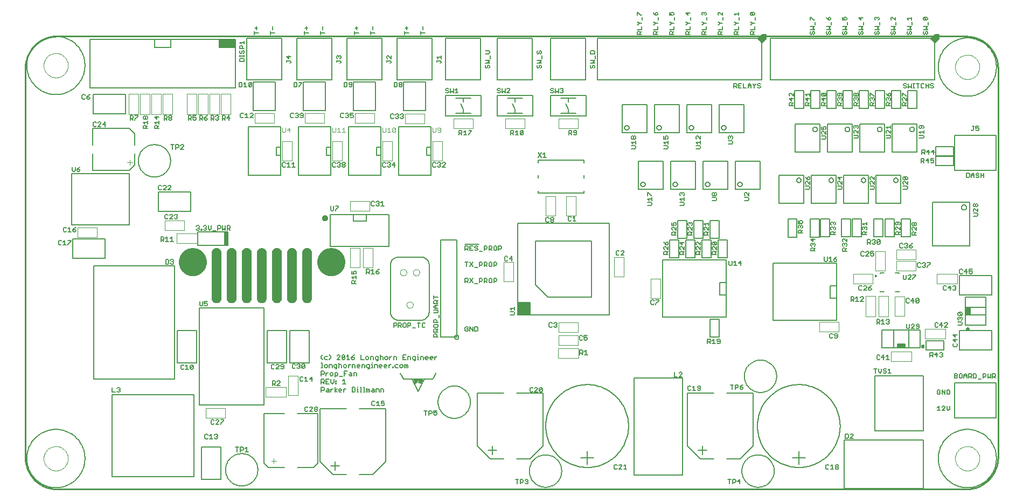
<source format=gto>
G75*
%MOIN*%
%OFA0B0*%
%FSLAX24Y24*%
%IPPOS*%
%LPD*%
%AMOC8*
5,1,8,0,0,1.08239X$1,22.5*
%
%ADD10C,0.0100*%
%ADD11C,0.0020*%
%ADD12C,0.0050*%
%ADD13C,0.0070*%
%ADD14C,0.0040*%
%ADD15C,0.0030*%
%ADD16C,0.0060*%
%ADD17C,0.0000*%
%ADD18R,0.0157X0.0014*%
%ADD19R,0.0172X0.0014*%
%ADD20R,0.0157X0.0014*%
%ADD21R,0.0243X0.0014*%
%ADD22R,0.0257X0.0014*%
%ADD23R,0.0243X0.0014*%
%ADD24R,0.0300X0.0014*%
%ADD25R,0.0285X0.0014*%
%ADD26R,0.0343X0.0014*%
%ADD27R,0.0343X0.0014*%
%ADD28R,0.0328X0.0014*%
%ADD29R,0.0342X0.0014*%
%ADD30R,0.0386X0.0014*%
%ADD31R,0.0385X0.0014*%
%ADD32R,0.0371X0.0014*%
%ADD33R,0.0372X0.0014*%
%ADD34R,0.0414X0.0014*%
%ADD35R,0.0415X0.0014*%
%ADD36R,0.0428X0.0014*%
%ADD37R,0.0443X0.0014*%
%ADD38R,0.0443X0.0014*%
%ADD39R,0.0429X0.0014*%
%ADD40R,0.0472X0.0014*%
%ADD41R,0.0471X0.0014*%
%ADD42R,0.0457X0.0014*%
%ADD43R,0.0486X0.0014*%
%ADD44R,0.0485X0.0014*%
%ADD45R,0.0500X0.0014*%
%ADD46R,0.0486X0.0014*%
%ADD47R,0.0515X0.0014*%
%ADD48R,0.0514X0.0014*%
%ADD49R,0.0528X0.0014*%
%ADD50R,0.0529X0.0014*%
%ADD51R,0.0543X0.0014*%
%ADD52R,0.0543X0.0014*%
%ADD53R,0.0542X0.0014*%
%ADD54R,0.0557X0.0014*%
%ADD55R,0.0572X0.0014*%
%ADD56R,0.0557X0.0014*%
%ADD57R,0.0571X0.0014*%
%ADD58R,0.0586X0.0014*%
%ADD59R,0.0585X0.0014*%
%ADD60R,0.0571X0.0014*%
%ADD61R,0.0572X0.0014*%
%ADD62R,0.0586X0.0014*%
%ADD63R,0.0585X0.0014*%
%ADD64R,0.0600X0.0014*%
%ADD65R,0.0614X0.0014*%
%ADD66R,0.0615X0.0014*%
%ADD67R,0.0614X0.0014*%
%ADD68R,0.0615X0.0014*%
%ADD69R,0.0600X0.0014*%
%ADD70R,0.0271X0.0014*%
%ADD71R,0.0272X0.0014*%
%ADD72R,0.0400X0.0014*%
%ADD73R,0.0515X0.0014*%
%ADD74R,0.0514X0.0014*%
%ADD75R,0.0685X0.0014*%
%ADD76R,0.0686X0.0014*%
%ADD77R,0.0743X0.0014*%
%ADD78R,0.0742X0.0014*%
%ADD79R,0.0800X0.0014*%
%ADD80R,0.0857X0.0014*%
%ADD81R,0.0858X0.0014*%
%ADD82R,0.0885X0.0014*%
%ADD83R,0.0886X0.0014*%
%ADD84R,0.0943X0.0014*%
%ADD85R,0.0942X0.0014*%
%ADD86R,0.0971X0.0014*%
%ADD87R,0.0972X0.0014*%
%ADD88R,0.1029X0.0014*%
%ADD89R,0.1028X0.0014*%
%ADD90R,0.1057X0.0014*%
%ADD91R,0.1058X0.0014*%
%ADD92R,0.1085X0.0014*%
%ADD93R,0.1086X0.0014*%
%ADD94R,0.1115X0.0014*%
%ADD95R,0.1128X0.0014*%
%ADD96R,0.1157X0.0014*%
%ADD97R,0.1172X0.0014*%
%ADD98R,0.1200X0.0014*%
%ADD99R,0.1229X0.0014*%
%ADD100R,0.1228X0.0014*%
%ADD101R,0.1257X0.0014*%
%ADD102R,0.1258X0.0014*%
%ADD103R,0.1271X0.0014*%
%ADD104R,0.1286X0.0014*%
%ADD105R,0.1300X0.0014*%
%ADD106R,0.1314X0.0014*%
%ADD107R,0.1315X0.0014*%
%ADD108R,0.1343X0.0014*%
%ADD109R,0.1342X0.0014*%
%ADD110R,0.1371X0.0014*%
%ADD111R,0.1372X0.0014*%
%ADD112R,0.1400X0.0014*%
%ADD113R,0.1415X0.0014*%
%ADD114R,0.1414X0.0014*%
%ADD115R,0.1429X0.0014*%
%ADD116R,0.1428X0.0014*%
%ADD117R,0.1457X0.0014*%
%ADD118R,0.1458X0.0014*%
%ADD119R,0.1471X0.0014*%
%ADD120R,0.1472X0.0014*%
%ADD121R,0.1485X0.0014*%
%ADD122R,0.1486X0.0014*%
%ADD123R,0.1515X0.0014*%
%ADD124R,0.1500X0.0014*%
%ADD125R,0.1515X0.0014*%
%ADD126R,0.1514X0.0014*%
%ADD127R,0.1543X0.0014*%
%ADD128R,0.1542X0.0014*%
%ADD129R,0.1571X0.0014*%
%ADD130R,0.1572X0.0014*%
%ADD131R,0.1600X0.0014*%
%ADD132R,0.1586X0.0014*%
%ADD133R,0.1600X0.0014*%
%ADD134R,0.1614X0.0014*%
%ADD135R,0.1629X0.0014*%
%ADD136R,0.1628X0.0014*%
%ADD137R,0.1643X0.0014*%
%ADD138R,0.1657X0.0014*%
%ADD139R,0.1658X0.0014*%
%ADD140R,0.1657X0.0014*%
%ADD141R,0.1672X0.0014*%
%ADD142R,0.1671X0.0014*%
%ADD143R,0.1672X0.0014*%
%ADD144R,0.1685X0.0014*%
%ADD145R,0.1686X0.0014*%
%ADD146R,0.1700X0.0014*%
%ADD147R,0.1715X0.0014*%
%ADD148R,0.1715X0.0014*%
%ADD149R,0.1714X0.0014*%
%ADD150R,0.1714X0.0014*%
%ADD151R,0.1685X0.0014*%
%ADD152R,0.1686X0.0014*%
%ADD153R,0.1629X0.0014*%
%ADD154R,0.1628X0.0014*%
%ADD155R,0.1557X0.0014*%
%ADD156R,0.1543X0.0014*%
%ADD157R,0.1542X0.0014*%
%ADD158R,0.1500X0.0014*%
%ADD159R,0.1429X0.0014*%
%ADD160R,0.1428X0.0014*%
%ADD161R,0.1371X0.0014*%
%ADD162R,0.1372X0.0014*%
%ADD163R,0.1328X0.0014*%
%ADD164R,0.1285X0.0014*%
%ADD165R,0.1272X0.0014*%
%ADD166R,0.1200X0.0014*%
%ADD167R,0.1129X0.0014*%
%ADD168R,0.0572X0.0014*%
%ADD169R,0.1057X0.0014*%
%ADD170R,0.0557X0.0014*%
%ADD171R,0.0557X0.0014*%
%ADD172R,0.1058X0.0014*%
%ADD173R,0.0985X0.0014*%
%ADD174R,0.0986X0.0014*%
%ADD175R,0.0943X0.0014*%
%ADD176R,0.0514X0.0014*%
%ADD177R,0.0942X0.0014*%
%ADD178R,0.0900X0.0014*%
%ADD179R,0.0914X0.0014*%
%ADD180R,0.0472X0.0014*%
%ADD181R,0.0471X0.0014*%
%ADD182R,0.0457X0.0014*%
%ADD183R,0.0743X0.0014*%
%ADD184R,0.0414X0.0014*%
%ADD185R,0.0415X0.0014*%
%ADD186R,0.0428X0.0014*%
%ADD187R,0.0429X0.0014*%
%ADD188R,0.0742X0.0014*%
%ADD189R,0.0357X0.0014*%
%ADD190R,0.0314X0.0014*%
%ADD191R,0.0258X0.0014*%
%ADD192R,0.0428X0.0014*%
%ADD193R,0.0171X0.0014*%
%ADD194R,0.0172X0.0014*%
%ADD195R,0.0157X0.0014*%
%ADD196R,0.0286X0.0014*%
%ADD197R,0.0010X0.0005*%
%ADD198R,0.0055X0.0005*%
%ADD199R,0.0060X0.0005*%
%ADD200R,0.0070X0.0005*%
%ADD201R,0.0080X0.0005*%
%ADD202R,0.0085X0.0005*%
%ADD203R,0.0090X0.0005*%
%ADD204R,0.0095X0.0005*%
%ADD205R,0.0100X0.0005*%
%ADD206R,0.0105X0.0005*%
%ADD207R,0.0110X0.0005*%
%ADD208R,0.0065X0.0005*%
%ADD209R,0.0050X0.0005*%
%ADD210R,0.0005X0.0005*%
%ADD211R,0.0015X0.0005*%
%ADD212R,0.0025X0.0005*%
%ADD213R,0.0020X0.0005*%
%ADD214R,0.0035X0.0005*%
%ADD215R,0.0030X0.0005*%
%ADD216R,0.0045X0.0005*%
%ADD217R,0.0115X0.0005*%
%ADD218R,0.0125X0.0005*%
%ADD219R,0.0145X0.0005*%
%ADD220R,0.0175X0.0005*%
%ADD221R,0.0185X0.0005*%
%ADD222R,0.0190X0.0005*%
%ADD223R,0.0195X0.0005*%
%ADD224R,0.0200X0.0005*%
%ADD225R,0.0210X0.0005*%
%ADD226R,0.0205X0.0005*%
%ADD227R,0.0215X0.0005*%
%ADD228R,0.0220X0.0005*%
%ADD229R,0.0225X0.0005*%
%ADD230R,0.0230X0.0005*%
%ADD231R,0.0235X0.0005*%
%ADD232R,0.0240X0.0005*%
%ADD233R,0.0245X0.0005*%
%ADD234R,0.0250X0.0005*%
%ADD235R,0.0255X0.0005*%
%ADD236R,0.0260X0.0005*%
%ADD237R,0.0265X0.0005*%
%ADD238R,0.0270X0.0005*%
%ADD239R,0.0275X0.0005*%
%ADD240R,0.0280X0.0005*%
%ADD241R,0.0290X0.0005*%
%ADD242R,0.0285X0.0005*%
%ADD243R,0.0585X0.0005*%
%ADD244R,0.0600X0.0005*%
%ADD245R,0.0595X0.0005*%
%ADD246R,0.0610X0.0005*%
%ADD247R,0.0620X0.0005*%
%ADD248R,0.0580X0.0005*%
%ADD249R,0.0630X0.0005*%
%ADD250R,0.0575X0.0005*%
%ADD251R,0.0590X0.0005*%
%ADD252R,0.0650X0.0005*%
D10*
X002150Y000150D02*
X058350Y000150D01*
X058437Y000152D01*
X058524Y000158D01*
X058611Y000167D01*
X058697Y000180D01*
X058783Y000197D01*
X058868Y000218D01*
X058951Y000243D01*
X059034Y000271D01*
X059115Y000302D01*
X059195Y000337D01*
X059273Y000376D01*
X059350Y000418D01*
X059425Y000463D01*
X059497Y000512D01*
X059568Y000563D01*
X059636Y000618D01*
X059701Y000675D01*
X059764Y000736D01*
X059825Y000799D01*
X059882Y000864D01*
X059937Y000932D01*
X059988Y001003D01*
X060037Y001075D01*
X060082Y001150D01*
X060124Y001227D01*
X060163Y001305D01*
X060198Y001385D01*
X060229Y001466D01*
X060257Y001549D01*
X060282Y001632D01*
X060303Y001717D01*
X060320Y001803D01*
X060333Y001889D01*
X060342Y001976D01*
X060348Y002063D01*
X060350Y002150D01*
X060350Y026150D01*
X060348Y026237D01*
X060342Y026324D01*
X060333Y026411D01*
X060320Y026497D01*
X060303Y026583D01*
X060282Y026668D01*
X060257Y026751D01*
X060229Y026834D01*
X060198Y026915D01*
X060163Y026995D01*
X060124Y027073D01*
X060082Y027150D01*
X060037Y027225D01*
X059988Y027297D01*
X059937Y027368D01*
X059882Y027436D01*
X059825Y027501D01*
X059764Y027564D01*
X059701Y027625D01*
X059636Y027682D01*
X059568Y027737D01*
X059497Y027788D01*
X059425Y027837D01*
X059350Y027882D01*
X059273Y027924D01*
X059195Y027963D01*
X059115Y027998D01*
X059034Y028029D01*
X058951Y028057D01*
X058868Y028082D01*
X058783Y028103D01*
X058697Y028120D01*
X058611Y028133D01*
X058524Y028142D01*
X058437Y028148D01*
X058350Y028150D01*
X002150Y028150D01*
X002063Y028148D01*
X001976Y028142D01*
X001889Y028133D01*
X001803Y028120D01*
X001717Y028103D01*
X001632Y028082D01*
X001549Y028057D01*
X001466Y028029D01*
X001385Y027998D01*
X001305Y027963D01*
X001227Y027924D01*
X001150Y027882D01*
X001075Y027837D01*
X001003Y027788D01*
X000932Y027737D01*
X000864Y027682D01*
X000799Y027625D01*
X000736Y027564D01*
X000675Y027501D01*
X000618Y027436D01*
X000563Y027368D01*
X000512Y027297D01*
X000463Y027225D01*
X000418Y027150D01*
X000376Y027073D01*
X000337Y026995D01*
X000302Y026915D01*
X000271Y026834D01*
X000243Y026751D01*
X000218Y026668D01*
X000197Y026583D01*
X000180Y026497D01*
X000167Y026411D01*
X000158Y026324D01*
X000152Y026237D01*
X000150Y026150D01*
X000150Y002150D01*
X000152Y002063D01*
X000158Y001976D01*
X000167Y001889D01*
X000180Y001803D01*
X000197Y001717D01*
X000218Y001632D01*
X000243Y001549D01*
X000271Y001466D01*
X000302Y001385D01*
X000337Y001305D01*
X000376Y001227D01*
X000418Y001150D01*
X000463Y001075D01*
X000512Y001003D01*
X000563Y000932D01*
X000618Y000864D01*
X000675Y000799D01*
X000736Y000736D01*
X000799Y000675D01*
X000864Y000618D01*
X000932Y000563D01*
X001003Y000512D01*
X001075Y000463D01*
X001150Y000418D01*
X001227Y000376D01*
X001305Y000337D01*
X001385Y000302D01*
X001466Y000271D01*
X001549Y000243D01*
X001632Y000218D01*
X001717Y000197D01*
X001803Y000180D01*
X001889Y000167D01*
X001976Y000158D01*
X002063Y000152D01*
X002150Y000150D01*
D11*
X011320Y004571D02*
X011320Y005171D01*
X012520Y005171D01*
X012520Y004571D01*
X011320Y004571D01*
X015020Y005850D02*
X015020Y006450D01*
X016280Y006450D01*
X016280Y005850D01*
X015020Y005850D01*
X016409Y005969D02*
X016409Y007169D01*
X017009Y007169D01*
X017009Y005969D01*
X016409Y005969D01*
X029750Y013000D02*
X030350Y013000D01*
X030350Y014200D01*
X029750Y014200D01*
X029750Y013000D01*
X033150Y010450D02*
X034350Y010450D01*
X034350Y009850D01*
X033150Y009850D01*
X033150Y010450D01*
X033150Y009650D02*
X034350Y009650D01*
X034350Y009050D01*
X033150Y009050D01*
X033150Y009650D01*
X033120Y008850D02*
X033120Y008250D01*
X034380Y008250D01*
X034380Y008850D01*
X033120Y008850D01*
X038850Y011950D02*
X039450Y011950D01*
X039450Y013150D01*
X038850Y013150D01*
X038850Y011950D01*
X037200Y013300D02*
X036600Y013300D01*
X036600Y014500D01*
X037200Y014500D01*
X037200Y013300D01*
X032950Y017050D02*
X032350Y017050D01*
X032350Y018250D01*
X032950Y018250D01*
X032950Y017050D01*
X033616Y017072D02*
X033616Y018272D01*
X034216Y018272D01*
X034216Y017072D01*
X033616Y017072D01*
X025950Y020450D02*
X025350Y020450D01*
X025350Y021650D01*
X025950Y021650D01*
X025950Y020450D01*
X022850Y020450D02*
X022250Y020450D01*
X022250Y021650D01*
X022850Y021650D01*
X022850Y020450D01*
X019750Y020450D02*
X019150Y020450D01*
X019150Y021650D01*
X019750Y021650D01*
X019750Y020450D01*
X016650Y020450D02*
X016050Y020450D01*
X016050Y021650D01*
X016650Y021650D01*
X016650Y020450D01*
X017450Y022800D02*
X017450Y023400D01*
X018650Y023400D01*
X018650Y022800D01*
X017450Y022800D01*
X015550Y022800D02*
X014350Y022800D01*
X014350Y023400D01*
X015550Y023400D01*
X015550Y022800D01*
X012850Y023320D02*
X012250Y023320D01*
X012250Y024580D01*
X012850Y024580D01*
X012850Y023320D01*
X012150Y023320D02*
X011550Y023320D01*
X011550Y024580D01*
X012150Y024580D01*
X012150Y023320D01*
X011450Y023320D02*
X010850Y023320D01*
X010850Y024580D01*
X011450Y024580D01*
X011450Y023320D01*
X010750Y023320D02*
X010150Y023320D01*
X010150Y024580D01*
X010750Y024580D01*
X010750Y023320D01*
X009250Y023320D02*
X008650Y023320D01*
X008650Y024580D01*
X009250Y024580D01*
X009250Y023320D01*
X008550Y023320D02*
X007950Y023320D01*
X007950Y024580D01*
X008550Y024580D01*
X008550Y023320D01*
X007850Y023320D02*
X007250Y023320D01*
X007250Y024580D01*
X007850Y024580D01*
X007850Y023320D01*
X007150Y023320D02*
X006550Y023320D01*
X006550Y024580D01*
X007150Y024580D01*
X007150Y023320D01*
X008777Y016746D02*
X008777Y016146D01*
X009977Y016146D01*
X009977Y016746D01*
X008777Y016746D01*
X009520Y015950D02*
X010780Y015950D01*
X010780Y015350D01*
X009520Y015350D01*
X009520Y015950D01*
X004585Y015744D02*
X003385Y015744D01*
X003385Y016344D01*
X004585Y016344D01*
X004585Y015744D01*
X020250Y015050D02*
X020250Y013850D01*
X020850Y013850D01*
X020850Y015050D01*
X020250Y015050D01*
X021050Y015050D02*
X021650Y015050D01*
X021650Y013850D01*
X021050Y013850D01*
X021050Y015050D01*
X021450Y017350D02*
X020250Y017350D01*
X020250Y017950D01*
X021450Y017950D01*
X021450Y017350D01*
X026650Y022450D02*
X026650Y023050D01*
X027850Y023050D01*
X027850Y022450D01*
X026650Y022450D01*
X024850Y022750D02*
X024850Y023350D01*
X023650Y023350D01*
X023650Y022750D01*
X024850Y022750D01*
X021750Y022800D02*
X020550Y022800D01*
X020550Y023400D01*
X021750Y023400D01*
X021750Y022800D01*
X029850Y023050D02*
X029850Y022450D01*
X031050Y022450D01*
X031050Y023050D01*
X029850Y023050D01*
X033150Y023050D02*
X033150Y022450D01*
X034350Y022450D01*
X034350Y023050D01*
X033150Y023050D01*
X051400Y013450D02*
X052600Y013450D01*
X052600Y012850D01*
X051400Y012850D01*
X051400Y013450D01*
X052750Y013650D02*
X053350Y013650D01*
X053350Y014850D01*
X052750Y014850D01*
X052750Y013650D01*
X054050Y013650D02*
X054050Y014250D01*
X055250Y014250D01*
X055250Y013650D01*
X054050Y013650D01*
X054050Y014350D02*
X054050Y014950D01*
X055250Y014950D01*
X055250Y014350D01*
X054050Y014350D01*
X056570Y013450D02*
X057830Y013450D01*
X057830Y012850D01*
X056570Y012850D01*
X056570Y013450D01*
X054550Y012050D02*
X053950Y012050D01*
X053950Y010850D01*
X054550Y010850D01*
X054550Y012050D01*
X053550Y012080D02*
X052950Y012080D01*
X052950Y010820D01*
X053550Y010820D01*
X053550Y012080D01*
X052750Y012080D02*
X052150Y012080D01*
X052150Y010820D01*
X052750Y010820D01*
X052750Y012080D01*
X050500Y010500D02*
X050500Y009900D01*
X049300Y009900D01*
X049300Y010500D01*
X050500Y010500D01*
X053720Y008650D02*
X053720Y008050D01*
X054980Y008050D01*
X054980Y008650D01*
X053720Y008650D01*
X055820Y009450D02*
X055820Y010050D01*
X057080Y010050D01*
X057080Y009450D01*
X055820Y009450D01*
D12*
X055899Y009326D02*
X055899Y008774D01*
X057001Y008774D01*
X057001Y009326D01*
X055899Y009326D01*
X055728Y009046D02*
X055744Y009033D01*
X055757Y009017D01*
X055765Y008998D01*
X055767Y008978D01*
X055765Y008957D01*
X055757Y008938D01*
X055744Y008922D01*
X055728Y008909D01*
X055709Y008902D01*
X055689Y008899D01*
X055668Y008902D01*
X055649Y008909D01*
X055633Y008922D01*
X055620Y008938D01*
X055613Y008957D01*
X055610Y008978D01*
X055613Y008998D01*
X055620Y009017D01*
X055633Y009033D01*
X055649Y009046D01*
X055668Y009054D01*
X055689Y009056D01*
X055709Y009054D01*
X055728Y009046D01*
X055750Y009026D02*
X055627Y009026D01*
X055610Y008977D02*
X055767Y008977D01*
X055749Y008929D02*
X055628Y008929D01*
X055531Y008899D02*
X055531Y010001D01*
X054822Y010001D01*
X054822Y008899D01*
X053878Y008899D01*
X053878Y010001D01*
X054822Y010001D01*
X054829Y010084D02*
X054874Y010129D01*
X054874Y010354D01*
X054989Y010309D02*
X055034Y010354D01*
X055124Y010354D01*
X055169Y010309D01*
X055169Y010264D01*
X054989Y010084D01*
X055169Y010084D01*
X055283Y010129D02*
X055328Y010084D01*
X055418Y010084D01*
X055463Y010129D01*
X055463Y010309D01*
X055418Y010354D01*
X055328Y010354D01*
X055283Y010309D01*
X055283Y010264D01*
X055328Y010219D01*
X055463Y010219D01*
X054829Y010084D02*
X054739Y010084D01*
X054694Y010129D01*
X054694Y010354D01*
X053878Y010001D02*
X053169Y010001D01*
X053169Y008899D01*
X053878Y008899D01*
X054114Y008899D02*
X054586Y008899D01*
X054586Y009135D01*
X054114Y009135D01*
X054114Y008899D01*
X054114Y008929D02*
X054586Y008929D01*
X054586Y008977D02*
X054114Y008977D01*
X054114Y009026D02*
X054586Y009026D01*
X054586Y009074D02*
X054114Y009074D01*
X054114Y009123D02*
X054586Y009123D01*
X054822Y008899D02*
X055531Y008899D01*
X056142Y008592D02*
X056277Y008592D01*
X056322Y008547D01*
X056322Y008457D01*
X056277Y008412D01*
X056142Y008412D01*
X056142Y008322D02*
X056142Y008592D01*
X056232Y008412D02*
X056322Y008322D01*
X056437Y008457D02*
X056617Y008457D01*
X056572Y008322D02*
X056572Y008592D01*
X056437Y008457D01*
X056732Y008367D02*
X056777Y008322D01*
X056867Y008322D01*
X056912Y008367D01*
X056912Y008412D01*
X056867Y008457D01*
X056822Y008457D01*
X056867Y008457D02*
X056912Y008502D01*
X056912Y008547D01*
X056867Y008592D01*
X056777Y008592D01*
X056732Y008547D01*
X057555Y009020D02*
X057600Y008975D01*
X057780Y008975D01*
X057825Y009020D01*
X057825Y009110D01*
X057780Y009155D01*
X057690Y009270D02*
X057690Y009450D01*
X057690Y009564D02*
X057690Y009744D01*
X057825Y009699D02*
X057555Y009699D01*
X057690Y009564D01*
X057825Y009405D02*
X057555Y009405D01*
X057690Y009270D01*
X057600Y009155D02*
X057555Y009110D01*
X057555Y009020D01*
X057950Y008750D02*
X057950Y009950D01*
X059950Y009950D01*
X059950Y008750D01*
X057950Y008750D01*
X058438Y009979D02*
X058457Y009972D01*
X058478Y009969D01*
X058498Y009972D01*
X058517Y009979D01*
X058533Y009992D01*
X058546Y010008D01*
X058554Y010027D01*
X058556Y010048D01*
X058554Y010068D01*
X058546Y010087D01*
X058533Y010103D01*
X058517Y010116D01*
X058498Y010124D01*
X058478Y010126D01*
X058457Y010124D01*
X058438Y010116D01*
X058422Y010103D01*
X058409Y010087D01*
X058402Y010068D01*
X058399Y010048D01*
X058402Y010027D01*
X058409Y010008D01*
X058422Y009992D01*
X058438Y009979D01*
X058419Y009996D02*
X058536Y009996D01*
X058556Y010044D02*
X058399Y010044D01*
X058414Y010093D02*
X058541Y010093D01*
X058320Y010284D02*
X059580Y010284D01*
X059580Y010914D01*
X058320Y010914D01*
X058320Y011386D01*
X059580Y011386D01*
X059580Y010914D01*
X059580Y011386D02*
X059580Y012016D01*
X058320Y012016D01*
X058320Y011386D01*
X058635Y011386D01*
X058635Y010914D01*
X058320Y010914D01*
X058320Y011386D01*
X058320Y011354D02*
X058635Y011354D01*
X058635Y011305D02*
X058320Y011305D01*
X058320Y011257D02*
X058635Y011257D01*
X058635Y011208D02*
X058320Y011208D01*
X058320Y011160D02*
X058635Y011160D01*
X058635Y011111D02*
X058320Y011111D01*
X058320Y011063D02*
X058635Y011063D01*
X058635Y011014D02*
X058320Y011014D01*
X058320Y010966D02*
X058635Y010966D01*
X058635Y010917D02*
X058320Y010917D01*
X058320Y010914D02*
X058320Y010284D01*
X058138Y010354D02*
X058138Y010444D01*
X058093Y010489D01*
X057867Y010489D01*
X057912Y010604D02*
X057867Y010649D01*
X057867Y010739D01*
X057912Y010784D01*
X057957Y010784D01*
X058002Y010739D01*
X058048Y010784D01*
X058093Y010784D01*
X058138Y010739D01*
X058138Y010649D01*
X058093Y010604D01*
X058002Y010694D02*
X058002Y010739D01*
X057912Y010898D02*
X057867Y010943D01*
X057867Y011033D01*
X057912Y011078D01*
X058093Y010898D01*
X058138Y010943D01*
X058138Y011033D01*
X058093Y011078D01*
X057912Y011078D01*
X057912Y010898D02*
X058093Y010898D01*
X058138Y010354D02*
X058093Y010309D01*
X057867Y010309D01*
X057214Y010355D02*
X057034Y010175D01*
X057214Y010175D01*
X057214Y010355D02*
X057214Y010400D01*
X057169Y010445D01*
X057079Y010445D01*
X057034Y010400D01*
X056920Y010310D02*
X056740Y010310D01*
X056875Y010445D01*
X056875Y010175D01*
X056625Y010220D02*
X056580Y010175D01*
X056490Y010175D01*
X056445Y010220D01*
X056445Y010400D01*
X056490Y010445D01*
X056580Y010445D01*
X056625Y010400D01*
X055399Y011675D02*
X055309Y011675D01*
X055264Y011720D01*
X055444Y011900D01*
X055444Y011720D01*
X055399Y011675D01*
X055264Y011720D02*
X055264Y011900D01*
X055309Y011945D01*
X055399Y011945D01*
X055444Y011900D01*
X055150Y011810D02*
X054970Y011810D01*
X055105Y011945D01*
X055105Y011675D01*
X054855Y011720D02*
X054810Y011675D01*
X054720Y011675D01*
X054675Y011720D01*
X054675Y011900D01*
X054720Y011945D01*
X054810Y011945D01*
X054855Y011900D01*
X054241Y012359D02*
X054241Y012399D01*
X054241Y012359D02*
X054004Y012359D01*
X053296Y012359D02*
X053059Y012359D01*
X053059Y012399D01*
X052511Y012500D02*
X052511Y012545D01*
X052465Y012590D01*
X052330Y012590D01*
X052330Y012500D01*
X052375Y012455D01*
X052465Y012455D01*
X052511Y012500D01*
X052420Y012680D02*
X052330Y012590D01*
X052216Y012635D02*
X052216Y012680D01*
X052171Y012725D01*
X052081Y012725D01*
X052036Y012680D01*
X051921Y012680D02*
X051876Y012725D01*
X051786Y012725D01*
X051741Y012680D01*
X051741Y012500D01*
X051786Y012455D01*
X051876Y012455D01*
X051921Y012500D01*
X052036Y012455D02*
X052216Y012635D01*
X052216Y012455D02*
X052036Y012455D01*
X051969Y012045D02*
X051879Y012045D01*
X051834Y012000D01*
X051969Y012045D02*
X052014Y012000D01*
X052014Y011955D01*
X051834Y011775D01*
X052014Y011775D01*
X051720Y011775D02*
X051540Y011775D01*
X051630Y011775D02*
X051630Y012045D01*
X051540Y011955D01*
X051425Y011910D02*
X051380Y011865D01*
X051245Y011865D01*
X051245Y011775D02*
X051245Y012045D01*
X051380Y012045D01*
X051425Y012000D01*
X051425Y011910D01*
X051335Y011865D02*
X051425Y011775D01*
X050369Y011956D02*
X049975Y011956D01*
X049975Y012744D01*
X050369Y012744D01*
X050369Y014122D01*
X046431Y014122D01*
X046431Y010578D01*
X050369Y010578D01*
X050369Y011956D01*
X050369Y012744D01*
X052420Y012680D02*
X052511Y012725D01*
X052745Y013344D02*
X052747Y013356D01*
X052752Y013367D01*
X052761Y013376D01*
X052772Y013381D01*
X052784Y013383D01*
X052796Y013381D01*
X052807Y013376D01*
X052816Y013367D01*
X052821Y013356D01*
X052823Y013344D01*
X052821Y013332D01*
X052816Y013321D01*
X052807Y013312D01*
X052796Y013307D01*
X052784Y013305D01*
X052772Y013307D01*
X052761Y013312D01*
X052752Y013321D01*
X052747Y013332D01*
X052745Y013344D01*
X053059Y013501D02*
X053059Y013541D01*
X053296Y013541D01*
X054004Y013541D02*
X054241Y013541D01*
X054241Y013501D01*
X054484Y013393D02*
X054484Y013168D01*
X054529Y013123D01*
X054620Y013123D01*
X054665Y013168D01*
X054665Y013393D01*
X054779Y013348D02*
X054824Y013393D01*
X054914Y013393D01*
X054959Y013348D01*
X054959Y013303D01*
X054779Y013123D01*
X054959Y013123D01*
X055074Y013123D02*
X055074Y013168D01*
X055254Y013348D01*
X055254Y013393D01*
X055074Y013393D01*
X055420Y013875D02*
X055510Y013875D01*
X055555Y013920D01*
X055670Y013920D02*
X055715Y013875D01*
X055805Y013875D01*
X055850Y013920D01*
X055850Y013965D01*
X055805Y014010D01*
X055760Y014010D01*
X055805Y014010D02*
X055850Y014055D01*
X055850Y014100D01*
X055805Y014145D01*
X055715Y014145D01*
X055670Y014100D01*
X055555Y014100D02*
X055510Y014145D01*
X055420Y014145D01*
X055375Y014100D01*
X055375Y013920D01*
X055420Y013875D01*
X055964Y013875D02*
X055964Y013920D01*
X056144Y014100D01*
X056144Y014145D01*
X055964Y014145D01*
X056298Y015210D02*
X056298Y017890D01*
X058602Y017890D01*
X058602Y015210D01*
X056298Y015210D01*
X055292Y015874D02*
X055022Y015874D01*
X055022Y016009D01*
X055067Y016054D01*
X055157Y016054D01*
X055202Y016009D01*
X055202Y015874D01*
X055202Y015964D02*
X055292Y016054D01*
X055292Y016168D02*
X055112Y016349D01*
X055067Y016349D01*
X055022Y016304D01*
X055022Y016214D01*
X055067Y016168D01*
X055292Y016168D02*
X055292Y016349D01*
X055247Y016463D02*
X055202Y016463D01*
X055157Y016508D01*
X055157Y016598D01*
X055202Y016643D01*
X055247Y016643D01*
X055292Y016598D01*
X055292Y016508D01*
X055247Y016463D01*
X055157Y016508D02*
X055112Y016463D01*
X055067Y016463D01*
X055022Y016508D01*
X055022Y016598D01*
X055067Y016643D01*
X055112Y016643D01*
X055157Y016598D01*
X054926Y016851D02*
X054926Y015749D01*
X054374Y015749D01*
X054374Y016851D01*
X054926Y016851D01*
X054278Y016617D02*
X054233Y016662D01*
X054053Y016662D01*
X054008Y016617D01*
X054008Y016527D01*
X054053Y016482D01*
X054098Y016482D01*
X054143Y016527D01*
X054143Y016662D01*
X054278Y016617D02*
X054278Y016527D01*
X054233Y016482D01*
X054278Y016367D02*
X054278Y016187D01*
X054098Y016367D01*
X054053Y016367D01*
X054008Y016322D01*
X054008Y016232D01*
X054053Y016187D01*
X054053Y016072D02*
X054143Y016072D01*
X054188Y016027D01*
X054188Y015892D01*
X054278Y015892D02*
X054008Y015892D01*
X054008Y016027D01*
X054053Y016072D01*
X054188Y015982D02*
X054278Y016072D01*
X053926Y015749D02*
X053374Y015749D01*
X053374Y016851D01*
X053926Y016851D01*
X053926Y015749D01*
X054320Y015345D02*
X054275Y015300D01*
X054275Y015120D01*
X054320Y015075D01*
X054410Y015075D01*
X054455Y015120D01*
X054570Y015120D02*
X054615Y015075D01*
X054705Y015075D01*
X054750Y015120D01*
X054750Y015165D01*
X054705Y015210D01*
X054660Y015210D01*
X054705Y015210D02*
X054750Y015255D01*
X054750Y015300D01*
X054705Y015345D01*
X054615Y015345D01*
X054570Y015300D01*
X054455Y015300D02*
X054410Y015345D01*
X054320Y015345D01*
X054864Y015210D02*
X054999Y015210D01*
X055044Y015165D01*
X055044Y015120D01*
X054999Y015075D01*
X054909Y015075D01*
X054864Y015120D01*
X054864Y015210D01*
X054954Y015300D01*
X055044Y015345D01*
X053226Y015749D02*
X053226Y016851D01*
X052674Y016851D01*
X052674Y015749D01*
X053226Y015749D01*
X053043Y015533D02*
X052998Y015578D01*
X052908Y015578D01*
X052863Y015533D01*
X052863Y015353D01*
X053043Y015533D01*
X053043Y015353D01*
X052998Y015308D01*
X052908Y015308D01*
X052863Y015353D01*
X052749Y015353D02*
X052704Y015308D01*
X052614Y015308D01*
X052568Y015353D01*
X052454Y015308D02*
X052364Y015398D01*
X052409Y015398D02*
X052274Y015398D01*
X052274Y015308D02*
X052274Y015578D01*
X052409Y015578D01*
X052454Y015533D01*
X052454Y015443D01*
X052409Y015398D01*
X052568Y015533D02*
X052614Y015578D01*
X052704Y015578D01*
X052749Y015533D01*
X052749Y015488D01*
X052704Y015443D01*
X052749Y015398D01*
X052749Y015353D01*
X052704Y015443D02*
X052659Y015443D01*
X052644Y014845D02*
X052464Y014845D01*
X052464Y014710D01*
X052554Y014755D01*
X052599Y014755D01*
X052644Y014710D01*
X052644Y014620D01*
X052599Y014575D01*
X052509Y014575D01*
X052464Y014620D01*
X052350Y014575D02*
X052170Y014575D01*
X052350Y014755D01*
X052350Y014800D01*
X052305Y014845D01*
X052215Y014845D01*
X052170Y014800D01*
X052055Y014800D02*
X052010Y014845D01*
X051920Y014845D01*
X051875Y014800D01*
X051875Y014620D01*
X051920Y014575D01*
X052010Y014575D01*
X052055Y014620D01*
X050992Y014874D02*
X050722Y014874D01*
X050722Y015009D01*
X050767Y015054D01*
X050857Y015054D01*
X050902Y015009D01*
X050902Y014874D01*
X050902Y014964D02*
X050992Y015054D01*
X050947Y015168D02*
X050992Y015214D01*
X050992Y015304D01*
X050947Y015349D01*
X050902Y015349D01*
X050857Y015304D01*
X050857Y015259D01*
X050857Y015304D02*
X050812Y015349D01*
X050767Y015349D01*
X050722Y015304D01*
X050722Y015214D01*
X050767Y015168D01*
X050767Y015463D02*
X050722Y015508D01*
X050722Y015598D01*
X050767Y015643D01*
X050812Y015643D01*
X050992Y015463D01*
X050992Y015643D01*
X051226Y015749D02*
X051226Y016851D01*
X050674Y016851D01*
X050674Y015749D01*
X051226Y015749D01*
X051324Y015749D02*
X051876Y015749D01*
X051876Y016851D01*
X051324Y016851D01*
X051324Y015749D01*
X051958Y015892D02*
X051958Y016027D01*
X052003Y016072D01*
X052093Y016072D01*
X052138Y016027D01*
X052138Y015892D01*
X052228Y015892D02*
X051958Y015892D01*
X052138Y015982D02*
X052228Y016072D01*
X052183Y016187D02*
X052228Y016232D01*
X052228Y016322D01*
X052183Y016367D01*
X052138Y016367D01*
X052093Y016322D01*
X052093Y016277D01*
X052093Y016322D02*
X052048Y016367D01*
X052003Y016367D01*
X051958Y016322D01*
X051958Y016232D01*
X052003Y016187D01*
X052048Y016482D02*
X051958Y016572D01*
X052228Y016572D01*
X052228Y016482D02*
X052228Y016662D01*
X050278Y016617D02*
X050278Y016527D01*
X050233Y016482D01*
X050233Y016367D02*
X050188Y016367D01*
X050143Y016322D01*
X050143Y016277D01*
X050143Y016322D02*
X050098Y016367D01*
X050053Y016367D01*
X050008Y016322D01*
X050008Y016232D01*
X050053Y016187D01*
X050053Y016072D02*
X050143Y016072D01*
X050188Y016027D01*
X050188Y015892D01*
X050278Y015892D02*
X050008Y015892D01*
X050008Y016027D01*
X050053Y016072D01*
X050188Y015982D02*
X050278Y016072D01*
X050233Y016187D02*
X050278Y016232D01*
X050278Y016322D01*
X050233Y016367D01*
X050053Y016482D02*
X050008Y016527D01*
X050008Y016617D01*
X050053Y016662D01*
X050098Y016662D01*
X050143Y016617D01*
X050188Y016662D01*
X050233Y016662D01*
X050278Y016617D01*
X050143Y016617D02*
X050143Y016572D01*
X049926Y016851D02*
X049374Y016851D01*
X049374Y015749D01*
X049926Y015749D01*
X049926Y016851D01*
X049276Y016845D02*
X049276Y015743D01*
X048725Y015743D01*
X048725Y016845D01*
X049276Y016845D01*
X048251Y016711D02*
X048251Y016621D01*
X048205Y016576D01*
X048115Y016576D02*
X048070Y016666D01*
X048070Y016711D01*
X048115Y016756D01*
X048205Y016756D01*
X048251Y016711D01*
X048115Y016576D02*
X047980Y016576D01*
X047980Y016756D01*
X047898Y016845D02*
X047347Y016845D01*
X047347Y015743D01*
X047898Y015743D01*
X047898Y016845D01*
X048025Y016461D02*
X048070Y016461D01*
X048115Y016416D01*
X048160Y016461D01*
X048205Y016461D01*
X048251Y016416D01*
X048251Y016326D01*
X048205Y016281D01*
X048251Y016166D02*
X048160Y016076D01*
X048160Y016121D02*
X048160Y015986D01*
X048251Y015986D02*
X047980Y015986D01*
X047980Y016121D01*
X048025Y016166D01*
X048115Y016166D01*
X048160Y016121D01*
X048025Y016281D02*
X047980Y016326D01*
X047980Y016416D01*
X048025Y016461D01*
X048115Y016416D02*
X048115Y016371D01*
X048771Y015604D02*
X048906Y015469D01*
X048906Y015649D01*
X048771Y015604D02*
X049042Y015604D01*
X048996Y015355D02*
X049042Y015309D01*
X049042Y015219D01*
X048996Y015174D01*
X049042Y015060D02*
X048951Y014970D01*
X048951Y015015D02*
X048951Y014880D01*
X049042Y014880D02*
X048771Y014880D01*
X048771Y015015D01*
X048816Y015060D01*
X048906Y015060D01*
X048951Y015015D01*
X048816Y015174D02*
X048771Y015219D01*
X048771Y015309D01*
X048816Y015355D01*
X048861Y015355D01*
X048906Y015309D01*
X048951Y015355D01*
X048996Y015355D01*
X048906Y015309D02*
X048906Y015264D01*
X049603Y014514D02*
X049603Y014289D01*
X049648Y014244D01*
X049738Y014244D01*
X049784Y014289D01*
X049784Y014514D01*
X049898Y014424D02*
X049988Y014514D01*
X049988Y014244D01*
X049898Y014244D02*
X050078Y014244D01*
X050193Y014289D02*
X050238Y014244D01*
X050328Y014244D01*
X050373Y014289D01*
X050373Y014334D01*
X050328Y014379D01*
X050193Y014379D01*
X050193Y014289D01*
X050193Y014379D02*
X050283Y014469D01*
X050373Y014514D01*
X044473Y014129D02*
X044293Y014129D01*
X044428Y014264D01*
X044428Y013994D01*
X044178Y013994D02*
X043998Y013994D01*
X044088Y013994D02*
X044088Y014264D01*
X043998Y014174D01*
X043884Y014264D02*
X043884Y014039D01*
X043838Y013994D01*
X043748Y013994D01*
X043703Y014039D01*
X043703Y014264D01*
X043519Y014322D02*
X039581Y014322D01*
X039581Y010778D01*
X043519Y010778D01*
X043519Y012156D01*
X043125Y012156D01*
X043125Y012944D01*
X043519Y012944D01*
X043519Y014322D01*
X043576Y014449D02*
X043024Y014449D01*
X043024Y015551D01*
X043576Y015551D01*
X043576Y014449D01*
X042942Y014674D02*
X042672Y014674D01*
X042672Y014809D01*
X042717Y014854D01*
X042807Y014854D01*
X042852Y014809D01*
X042852Y014674D01*
X042852Y014764D02*
X042942Y014854D01*
X042942Y014968D02*
X042762Y015149D01*
X042717Y015149D01*
X042672Y015104D01*
X042672Y015014D01*
X042717Y014968D01*
X042942Y014968D02*
X042942Y015149D01*
X042897Y015263D02*
X042717Y015443D01*
X042897Y015443D01*
X042942Y015398D01*
X042942Y015308D01*
X042897Y015263D01*
X042717Y015263D01*
X042672Y015308D01*
X042672Y015398D01*
X042717Y015443D01*
X042576Y015551D02*
X042024Y015551D01*
X042024Y014449D01*
X042576Y014449D01*
X042576Y015551D01*
X042524Y015649D02*
X042524Y016751D01*
X043076Y016751D01*
X043076Y015649D01*
X042524Y015649D01*
X042442Y015874D02*
X042172Y015874D01*
X042172Y016009D01*
X042217Y016054D01*
X042307Y016054D01*
X042352Y016009D01*
X042352Y015874D01*
X042352Y015964D02*
X042442Y016054D01*
X042442Y016168D02*
X042262Y016349D01*
X042217Y016349D01*
X042172Y016304D01*
X042172Y016214D01*
X042217Y016168D01*
X042442Y016168D02*
X042442Y016349D01*
X042442Y016463D02*
X042442Y016643D01*
X042442Y016553D02*
X042172Y016553D01*
X042262Y016463D01*
X042076Y016751D02*
X041524Y016751D01*
X041524Y015649D01*
X042076Y015649D01*
X042076Y016751D01*
X041442Y016598D02*
X041442Y016508D01*
X041397Y016463D01*
X041442Y016349D02*
X041442Y016168D01*
X041262Y016349D01*
X041217Y016349D01*
X041172Y016304D01*
X041172Y016214D01*
X041217Y016168D01*
X041217Y016054D02*
X041307Y016054D01*
X041352Y016009D01*
X041352Y015874D01*
X041352Y015964D02*
X041442Y016054D01*
X041442Y015874D02*
X041172Y015874D01*
X041172Y016009D01*
X041217Y016054D01*
X041076Y015649D02*
X041076Y016751D01*
X040524Y016751D01*
X040524Y015649D01*
X041076Y015649D01*
X041024Y015551D02*
X041024Y014449D01*
X041576Y014449D01*
X041576Y015551D01*
X041024Y015551D01*
X040942Y015398D02*
X040672Y015398D01*
X040807Y015263D01*
X040807Y015443D01*
X040576Y015551D02*
X040024Y015551D01*
X040024Y014449D01*
X040576Y014449D01*
X040576Y015551D01*
X040717Y015149D02*
X040672Y015104D01*
X040672Y015014D01*
X040717Y014968D01*
X040717Y014854D02*
X040807Y014854D01*
X040852Y014809D01*
X040852Y014674D01*
X040852Y014764D02*
X040942Y014854D01*
X040942Y014968D02*
X040762Y015149D01*
X040717Y015149D01*
X040942Y015149D02*
X040942Y014968D01*
X040717Y014854D02*
X040672Y014809D01*
X040672Y014674D01*
X040942Y014674D01*
X041672Y014674D02*
X041672Y014809D01*
X041717Y014854D01*
X041807Y014854D01*
X041852Y014809D01*
X041852Y014674D01*
X041852Y014764D02*
X041942Y014854D01*
X041942Y014968D02*
X041762Y015149D01*
X041717Y015149D01*
X041672Y015104D01*
X041672Y015014D01*
X041717Y014968D01*
X041942Y014968D02*
X041942Y015149D01*
X041942Y015263D02*
X041762Y015443D01*
X041717Y015443D01*
X041672Y015398D01*
X041672Y015308D01*
X041717Y015263D01*
X041942Y015263D02*
X041942Y015443D01*
X041942Y014674D02*
X041672Y014674D01*
X039942Y014674D02*
X039672Y014674D01*
X039672Y014809D01*
X039717Y014854D01*
X039807Y014854D01*
X039852Y014809D01*
X039852Y014674D01*
X039852Y014764D02*
X039942Y014854D01*
X039942Y014968D02*
X039762Y015149D01*
X039717Y015149D01*
X039672Y015104D01*
X039672Y015014D01*
X039717Y014968D01*
X039942Y014968D02*
X039942Y015149D01*
X039897Y015263D02*
X039942Y015308D01*
X039942Y015398D01*
X039897Y015443D01*
X039852Y015443D01*
X039807Y015398D01*
X039807Y015263D01*
X039897Y015263D01*
X039807Y015263D02*
X039717Y015353D01*
X039672Y015443D01*
X040172Y015874D02*
X040172Y016009D01*
X040217Y016054D01*
X040307Y016054D01*
X040352Y016009D01*
X040352Y015874D01*
X040352Y015964D02*
X040442Y016054D01*
X040442Y016168D02*
X040262Y016349D01*
X040217Y016349D01*
X040172Y016304D01*
X040172Y016214D01*
X040217Y016168D01*
X040442Y016168D02*
X040442Y016349D01*
X040397Y016463D02*
X040442Y016508D01*
X040442Y016598D01*
X040397Y016643D01*
X040307Y016643D01*
X040262Y016598D01*
X040262Y016553D01*
X040307Y016463D01*
X040172Y016463D01*
X040172Y016643D01*
X040172Y015874D02*
X040442Y015874D01*
X041172Y016508D02*
X041172Y016598D01*
X041217Y016643D01*
X041262Y016643D01*
X041307Y016598D01*
X041352Y016643D01*
X041397Y016643D01*
X041442Y016598D01*
X041307Y016598D02*
X041307Y016553D01*
X041217Y016463D02*
X041172Y016508D01*
X040880Y017709D02*
X040925Y017754D01*
X040925Y017844D01*
X040880Y017889D01*
X040655Y017889D01*
X040745Y018004D02*
X040655Y018094D01*
X040925Y018094D01*
X040925Y018004D02*
X040925Y018184D01*
X040880Y018298D02*
X040925Y018343D01*
X040925Y018433D01*
X040880Y018478D01*
X040835Y018478D01*
X040790Y018433D01*
X040790Y018388D01*
X040790Y018433D02*
X040745Y018478D01*
X040700Y018478D01*
X040655Y018433D01*
X040655Y018343D01*
X040700Y018298D01*
X040082Y018684D02*
X040082Y020416D01*
X041618Y020416D01*
X041618Y018684D01*
X040082Y018684D01*
X040236Y018999D02*
X040238Y019022D01*
X040244Y019045D01*
X040253Y019067D01*
X040266Y019086D01*
X040282Y019103D01*
X040300Y019118D01*
X040321Y019129D01*
X040343Y019137D01*
X040366Y019141D01*
X040390Y019141D01*
X040413Y019137D01*
X040435Y019129D01*
X040456Y019118D01*
X040474Y019103D01*
X040490Y019086D01*
X040503Y019067D01*
X040512Y019045D01*
X040518Y019022D01*
X040520Y018999D01*
X040518Y018976D01*
X040512Y018953D01*
X040503Y018931D01*
X040490Y018912D01*
X040474Y018895D01*
X040456Y018880D01*
X040435Y018869D01*
X040413Y018861D01*
X040390Y018857D01*
X040366Y018857D01*
X040343Y018861D01*
X040321Y018869D01*
X040300Y018880D01*
X040282Y018895D01*
X040266Y018912D01*
X040253Y018931D01*
X040244Y018953D01*
X040238Y018976D01*
X040236Y018999D01*
X039618Y018684D02*
X038082Y018684D01*
X038082Y020416D01*
X039618Y020416D01*
X039618Y018684D01*
X038925Y018298D02*
X038880Y018298D01*
X038700Y018478D01*
X038655Y018478D01*
X038655Y018298D01*
X038655Y018094D02*
X038925Y018094D01*
X038925Y018004D02*
X038925Y018184D01*
X038745Y018004D02*
X038655Y018094D01*
X038655Y017889D02*
X038880Y017889D01*
X038925Y017844D01*
X038925Y017754D01*
X038880Y017709D01*
X038655Y017709D01*
X038236Y018999D02*
X038238Y019022D01*
X038244Y019045D01*
X038253Y019067D01*
X038266Y019086D01*
X038282Y019103D01*
X038300Y019118D01*
X038321Y019129D01*
X038343Y019137D01*
X038366Y019141D01*
X038390Y019141D01*
X038413Y019137D01*
X038435Y019129D01*
X038456Y019118D01*
X038474Y019103D01*
X038490Y019086D01*
X038503Y019067D01*
X038512Y019045D01*
X038518Y019022D01*
X038520Y018999D01*
X038518Y018976D01*
X038512Y018953D01*
X038503Y018931D01*
X038490Y018912D01*
X038474Y018895D01*
X038456Y018880D01*
X038435Y018869D01*
X038413Y018861D01*
X038390Y018857D01*
X038366Y018857D01*
X038343Y018861D01*
X038321Y018869D01*
X038300Y018880D01*
X038282Y018895D01*
X038266Y018912D01*
X038253Y018931D01*
X038244Y018953D01*
X038238Y018976D01*
X038236Y018999D01*
X040655Y017709D02*
X040880Y017709D01*
X042082Y018684D02*
X042082Y020416D01*
X043618Y020416D01*
X043618Y018684D01*
X042082Y018684D01*
X042236Y018999D02*
X042238Y019022D01*
X042244Y019045D01*
X042253Y019067D01*
X042266Y019086D01*
X042282Y019103D01*
X042300Y019118D01*
X042321Y019129D01*
X042343Y019137D01*
X042366Y019141D01*
X042390Y019141D01*
X042413Y019137D01*
X042435Y019129D01*
X042456Y019118D01*
X042474Y019103D01*
X042490Y019086D01*
X042503Y019067D01*
X042512Y019045D01*
X042518Y019022D01*
X042520Y018999D01*
X042518Y018976D01*
X042512Y018953D01*
X042503Y018931D01*
X042490Y018912D01*
X042474Y018895D01*
X042456Y018880D01*
X042435Y018869D01*
X042413Y018861D01*
X042390Y018857D01*
X042366Y018857D01*
X042343Y018861D01*
X042321Y018869D01*
X042300Y018880D01*
X042282Y018895D01*
X042266Y018912D01*
X042253Y018931D01*
X042244Y018953D01*
X042238Y018976D01*
X042236Y018999D01*
X042700Y018484D02*
X042745Y018484D01*
X042790Y018439D01*
X042790Y018349D01*
X042745Y018304D01*
X042700Y018304D01*
X042655Y018349D01*
X042655Y018439D01*
X042700Y018484D01*
X042790Y018439D02*
X042835Y018484D01*
X042880Y018484D01*
X042925Y018439D01*
X042925Y018349D01*
X042880Y018304D01*
X042835Y018304D01*
X042790Y018349D01*
X042880Y018189D02*
X042655Y018189D01*
X042655Y018009D02*
X042880Y018009D01*
X042925Y018054D01*
X042925Y018144D01*
X042880Y018189D01*
X044082Y018684D02*
X044082Y020416D01*
X045618Y020416D01*
X045618Y018684D01*
X044082Y018684D01*
X044236Y018999D02*
X044238Y019022D01*
X044244Y019045D01*
X044253Y019067D01*
X044266Y019086D01*
X044282Y019103D01*
X044300Y019118D01*
X044321Y019129D01*
X044343Y019137D01*
X044366Y019141D01*
X044390Y019141D01*
X044413Y019137D01*
X044435Y019129D01*
X044456Y019118D01*
X044474Y019103D01*
X044490Y019086D01*
X044503Y019067D01*
X044512Y019045D01*
X044518Y019022D01*
X044520Y018999D01*
X044518Y018976D01*
X044512Y018953D01*
X044503Y018931D01*
X044490Y018912D01*
X044474Y018895D01*
X044456Y018880D01*
X044435Y018869D01*
X044413Y018861D01*
X044390Y018857D01*
X044366Y018857D01*
X044343Y018861D01*
X044321Y018869D01*
X044300Y018880D01*
X044282Y018895D01*
X044266Y018912D01*
X044253Y018931D01*
X044244Y018953D01*
X044238Y018976D01*
X044236Y018999D01*
X044700Y018484D02*
X044655Y018439D01*
X044655Y018349D01*
X044700Y018304D01*
X044655Y018189D02*
X044880Y018189D01*
X044925Y018144D01*
X044925Y018054D01*
X044880Y018009D01*
X044655Y018009D01*
X044925Y018304D02*
X044745Y018484D01*
X044700Y018484D01*
X044925Y018484D02*
X044925Y018304D01*
X046782Y017834D02*
X046782Y019566D01*
X048318Y019566D01*
X048318Y017834D01*
X046782Y017834D01*
X048425Y018707D02*
X048650Y018707D01*
X048695Y018752D01*
X048695Y018842D01*
X048650Y018887D01*
X048425Y018887D01*
X048470Y019002D02*
X048425Y019047D01*
X048425Y019137D01*
X048470Y019182D01*
X048515Y019182D01*
X048695Y019002D01*
X048695Y019182D01*
X048650Y019296D02*
X048695Y019342D01*
X048695Y019432D01*
X048650Y019477D01*
X048605Y019477D01*
X048560Y019432D01*
X048560Y019296D01*
X048650Y019296D01*
X048560Y019296D02*
X048470Y019387D01*
X048425Y019477D01*
X048782Y019566D02*
X050318Y019566D01*
X050318Y017834D01*
X048782Y017834D01*
X048782Y019566D01*
X047880Y019251D02*
X047882Y019274D01*
X047888Y019297D01*
X047897Y019319D01*
X047910Y019338D01*
X047926Y019355D01*
X047944Y019370D01*
X047965Y019381D01*
X047987Y019389D01*
X048010Y019393D01*
X048034Y019393D01*
X048057Y019389D01*
X048079Y019381D01*
X048100Y019370D01*
X048118Y019355D01*
X048134Y019338D01*
X048147Y019319D01*
X048156Y019297D01*
X048162Y019274D01*
X048164Y019251D01*
X048162Y019228D01*
X048156Y019205D01*
X048147Y019183D01*
X048134Y019164D01*
X048118Y019147D01*
X048100Y019132D01*
X048079Y019121D01*
X048057Y019113D01*
X048034Y019109D01*
X048010Y019109D01*
X047987Y019113D01*
X047965Y019121D01*
X047944Y019132D01*
X047926Y019147D01*
X047910Y019164D01*
X047897Y019183D01*
X047888Y019205D01*
X047882Y019228D01*
X047880Y019251D01*
X049880Y019251D02*
X049882Y019274D01*
X049888Y019297D01*
X049897Y019319D01*
X049910Y019338D01*
X049926Y019355D01*
X049944Y019370D01*
X049965Y019381D01*
X049987Y019389D01*
X050010Y019393D01*
X050034Y019393D01*
X050057Y019389D01*
X050079Y019381D01*
X050100Y019370D01*
X050118Y019355D01*
X050134Y019338D01*
X050147Y019319D01*
X050156Y019297D01*
X050162Y019274D01*
X050164Y019251D01*
X050162Y019228D01*
X050156Y019205D01*
X050147Y019183D01*
X050134Y019164D01*
X050118Y019147D01*
X050100Y019132D01*
X050079Y019121D01*
X050057Y019113D01*
X050034Y019109D01*
X050010Y019109D01*
X049987Y019113D01*
X049965Y019121D01*
X049944Y019132D01*
X049926Y019147D01*
X049910Y019164D01*
X049897Y019183D01*
X049888Y019205D01*
X049882Y019228D01*
X049880Y019251D01*
X050425Y019137D02*
X050425Y019047D01*
X050470Y019002D01*
X050425Y018887D02*
X050650Y018887D01*
X050695Y018842D01*
X050695Y018752D01*
X050650Y018707D01*
X050425Y018707D01*
X050695Y019002D02*
X050515Y019182D01*
X050470Y019182D01*
X050425Y019137D01*
X050560Y019296D02*
X050560Y019477D01*
X050695Y019432D02*
X050425Y019432D01*
X050560Y019296D01*
X050695Y019182D02*
X050695Y019002D01*
X050782Y019566D02*
X052318Y019566D01*
X052318Y017834D01*
X050782Y017834D01*
X050782Y019566D01*
X051880Y019251D02*
X051882Y019274D01*
X051888Y019297D01*
X051897Y019319D01*
X051910Y019338D01*
X051926Y019355D01*
X051944Y019370D01*
X051965Y019381D01*
X051987Y019389D01*
X052010Y019393D01*
X052034Y019393D01*
X052057Y019389D01*
X052079Y019381D01*
X052100Y019370D01*
X052118Y019355D01*
X052134Y019338D01*
X052147Y019319D01*
X052156Y019297D01*
X052162Y019274D01*
X052164Y019251D01*
X052162Y019228D01*
X052156Y019205D01*
X052147Y019183D01*
X052134Y019164D01*
X052118Y019147D01*
X052100Y019132D01*
X052079Y019121D01*
X052057Y019113D01*
X052034Y019109D01*
X052010Y019109D01*
X051987Y019113D01*
X051965Y019121D01*
X051944Y019132D01*
X051926Y019147D01*
X051910Y019164D01*
X051897Y019183D01*
X051888Y019205D01*
X051882Y019228D01*
X051880Y019251D01*
X052425Y019342D02*
X052470Y019296D01*
X052425Y019342D02*
X052425Y019432D01*
X052470Y019477D01*
X052515Y019477D01*
X052695Y019296D01*
X052695Y019477D01*
X052782Y019566D02*
X054318Y019566D01*
X054318Y017834D01*
X052782Y017834D01*
X052782Y019566D01*
X052695Y019182D02*
X052695Y019002D01*
X052515Y019182D01*
X052470Y019182D01*
X052425Y019137D01*
X052425Y019047D01*
X052470Y019002D01*
X052425Y018887D02*
X052650Y018887D01*
X052695Y018842D01*
X052695Y018752D01*
X052650Y018707D01*
X052425Y018707D01*
X053880Y019251D02*
X053882Y019274D01*
X053888Y019297D01*
X053897Y019319D01*
X053910Y019338D01*
X053926Y019355D01*
X053944Y019370D01*
X053965Y019381D01*
X053987Y019389D01*
X054010Y019393D01*
X054034Y019393D01*
X054057Y019389D01*
X054079Y019381D01*
X054100Y019370D01*
X054118Y019355D01*
X054134Y019338D01*
X054147Y019319D01*
X054156Y019297D01*
X054162Y019274D01*
X054164Y019251D01*
X054162Y019228D01*
X054156Y019205D01*
X054147Y019183D01*
X054134Y019164D01*
X054118Y019147D01*
X054100Y019132D01*
X054079Y019121D01*
X054057Y019113D01*
X054034Y019109D01*
X054010Y019109D01*
X053987Y019113D01*
X053965Y019121D01*
X053944Y019132D01*
X053926Y019147D01*
X053910Y019164D01*
X053897Y019183D01*
X053888Y019205D01*
X053882Y019228D01*
X053880Y019251D01*
X054475Y019342D02*
X054475Y019432D01*
X054520Y019477D01*
X054700Y019296D01*
X054745Y019342D01*
X054745Y019432D01*
X054700Y019477D01*
X054520Y019477D01*
X054475Y019342D02*
X054520Y019296D01*
X054700Y019296D01*
X054745Y019182D02*
X054745Y019002D01*
X054565Y019182D01*
X054520Y019182D01*
X054475Y019137D01*
X054475Y019047D01*
X054520Y019002D01*
X054475Y018887D02*
X054700Y018887D01*
X054745Y018842D01*
X054745Y018752D01*
X054700Y018707D01*
X054475Y018707D01*
X055592Y020322D02*
X055592Y020592D01*
X055727Y020592D01*
X055772Y020547D01*
X055772Y020457D01*
X055727Y020412D01*
X055592Y020412D01*
X055682Y020412D02*
X055772Y020322D01*
X055887Y020457D02*
X056067Y020457D01*
X056182Y020457D02*
X056272Y020502D01*
X056317Y020502D01*
X056362Y020457D01*
X056362Y020367D01*
X056317Y020322D01*
X056227Y020322D01*
X056182Y020367D01*
X056182Y020457D02*
X056182Y020592D01*
X056362Y020592D01*
X056499Y020726D02*
X056499Y020174D01*
X057601Y020174D01*
X057601Y020726D01*
X056499Y020726D01*
X056499Y020774D02*
X057601Y020774D01*
X057601Y021326D01*
X056499Y021326D01*
X056499Y020774D01*
X056367Y020872D02*
X056367Y021142D01*
X056232Y021007D01*
X056412Y021007D01*
X056117Y021007D02*
X055937Y021007D01*
X056072Y021142D01*
X056072Y020872D01*
X055822Y020872D02*
X055732Y020962D01*
X055777Y020962D02*
X055642Y020962D01*
X055642Y020872D02*
X055642Y021142D01*
X055777Y021142D01*
X055822Y021097D01*
X055822Y021007D01*
X055777Y020962D01*
X055318Y020984D02*
X055318Y022716D01*
X053782Y022716D01*
X053782Y020984D01*
X055318Y020984D01*
X055887Y020457D02*
X056022Y020592D01*
X056022Y020322D01*
X057670Y019859D02*
X057670Y022041D01*
X060230Y022041D01*
X060230Y019859D01*
X057670Y019859D01*
X058396Y019685D02*
X058532Y019685D01*
X058577Y019640D01*
X058577Y019460D01*
X058532Y019415D01*
X058396Y019415D01*
X058396Y019685D01*
X058691Y019595D02*
X058691Y019415D01*
X058691Y019550D02*
X058871Y019550D01*
X058871Y019595D02*
X058871Y019415D01*
X058986Y019460D02*
X059031Y019415D01*
X059121Y019415D01*
X059166Y019460D01*
X059166Y019505D01*
X059121Y019550D01*
X059031Y019550D01*
X058986Y019595D01*
X058986Y019640D01*
X059031Y019685D01*
X059121Y019685D01*
X059166Y019640D01*
X059280Y019685D02*
X059280Y019415D01*
X059280Y019550D02*
X059461Y019550D01*
X059461Y019685D02*
X059461Y019415D01*
X058871Y019595D02*
X058781Y019685D01*
X058691Y019595D01*
X058858Y017800D02*
X058903Y017800D01*
X058948Y017755D01*
X058948Y017665D01*
X058903Y017620D01*
X058858Y017620D01*
X058813Y017665D01*
X058813Y017755D01*
X058858Y017800D01*
X058948Y017755D02*
X058994Y017800D01*
X059039Y017800D01*
X059084Y017755D01*
X059084Y017665D01*
X059039Y017620D01*
X058994Y017620D01*
X058948Y017665D01*
X058903Y017506D02*
X058858Y017506D01*
X058813Y017461D01*
X058813Y017371D01*
X058858Y017326D01*
X058813Y017211D02*
X059039Y017211D01*
X059084Y017166D01*
X059084Y017076D01*
X059039Y017031D01*
X058813Y017031D01*
X059084Y017326D02*
X058903Y017506D01*
X059084Y017506D02*
X059084Y017326D01*
X058080Y017574D02*
X058082Y017599D01*
X058088Y017623D01*
X058097Y017645D01*
X058110Y017666D01*
X058126Y017685D01*
X058145Y017701D01*
X058166Y017714D01*
X058188Y017723D01*
X058212Y017729D01*
X058237Y017731D01*
X058262Y017729D01*
X058286Y017723D01*
X058308Y017714D01*
X058329Y017701D01*
X058348Y017685D01*
X058364Y017666D01*
X058377Y017645D01*
X058386Y017623D01*
X058392Y017599D01*
X058394Y017574D01*
X058392Y017549D01*
X058386Y017525D01*
X058377Y017503D01*
X058364Y017482D01*
X058348Y017463D01*
X058329Y017447D01*
X058308Y017434D01*
X058286Y017425D01*
X058262Y017419D01*
X058237Y017417D01*
X058212Y017419D01*
X058188Y017425D01*
X058166Y017434D01*
X058145Y017447D01*
X058126Y017463D01*
X058110Y017482D01*
X058097Y017503D01*
X058088Y017525D01*
X058082Y017549D01*
X058080Y017574D01*
X053318Y020984D02*
X051782Y020984D01*
X051782Y022716D01*
X053318Y022716D01*
X053318Y020984D01*
X053425Y021857D02*
X053650Y021857D01*
X053695Y021902D01*
X053695Y021992D01*
X053650Y022037D01*
X053425Y022037D01*
X053470Y022152D02*
X053425Y022197D01*
X053425Y022287D01*
X053470Y022332D01*
X053515Y022332D01*
X053695Y022152D01*
X053695Y022332D01*
X053695Y022446D02*
X053695Y022627D01*
X053695Y022537D02*
X053425Y022537D01*
X053515Y022446D01*
X052880Y022401D02*
X052882Y022424D01*
X052888Y022447D01*
X052897Y022469D01*
X052910Y022488D01*
X052926Y022505D01*
X052944Y022520D01*
X052965Y022531D01*
X052987Y022539D01*
X053010Y022543D01*
X053034Y022543D01*
X053057Y022539D01*
X053079Y022531D01*
X053100Y022520D01*
X053118Y022505D01*
X053134Y022488D01*
X053147Y022469D01*
X053156Y022447D01*
X053162Y022424D01*
X053164Y022401D01*
X053162Y022378D01*
X053156Y022355D01*
X053147Y022333D01*
X053134Y022314D01*
X053118Y022297D01*
X053100Y022282D01*
X053079Y022271D01*
X053057Y022263D01*
X053034Y022259D01*
X053010Y022259D01*
X052987Y022263D01*
X052965Y022271D01*
X052944Y022282D01*
X052926Y022297D01*
X052910Y022314D01*
X052897Y022333D01*
X052888Y022355D01*
X052882Y022378D01*
X052880Y022401D01*
X051695Y022332D02*
X051695Y022152D01*
X051515Y022332D01*
X051470Y022332D01*
X051425Y022287D01*
X051425Y022197D01*
X051470Y022152D01*
X051425Y022037D02*
X051650Y022037D01*
X051695Y021992D01*
X051695Y021902D01*
X051650Y021857D01*
X051425Y021857D01*
X051470Y022446D02*
X051425Y022492D01*
X051425Y022582D01*
X051470Y022627D01*
X051515Y022627D01*
X051560Y022582D01*
X051605Y022627D01*
X051650Y022627D01*
X051695Y022582D01*
X051695Y022492D01*
X051650Y022446D01*
X051560Y022537D02*
X051560Y022582D01*
X051318Y022716D02*
X051318Y020984D01*
X049782Y020984D01*
X049782Y022716D01*
X051318Y022716D01*
X050880Y022401D02*
X050882Y022424D01*
X050888Y022447D01*
X050897Y022469D01*
X050910Y022488D01*
X050926Y022505D01*
X050944Y022520D01*
X050965Y022531D01*
X050987Y022539D01*
X051010Y022543D01*
X051034Y022543D01*
X051057Y022539D01*
X051079Y022531D01*
X051100Y022520D01*
X051118Y022505D01*
X051134Y022488D01*
X051147Y022469D01*
X051156Y022447D01*
X051162Y022424D01*
X051164Y022401D01*
X051162Y022378D01*
X051156Y022355D01*
X051147Y022333D01*
X051134Y022314D01*
X051118Y022297D01*
X051100Y022282D01*
X051079Y022271D01*
X051057Y022263D01*
X051034Y022259D01*
X051010Y022259D01*
X050987Y022263D01*
X050965Y022271D01*
X050944Y022282D01*
X050926Y022297D01*
X050910Y022314D01*
X050897Y022333D01*
X050888Y022355D01*
X050882Y022378D01*
X050880Y022401D01*
X049695Y022442D02*
X049650Y022396D01*
X049695Y022442D02*
X049695Y022532D01*
X049650Y022577D01*
X049560Y022577D01*
X049515Y022532D01*
X049515Y022487D01*
X049560Y022396D01*
X049425Y022396D01*
X049425Y022577D01*
X049318Y022716D02*
X049318Y020984D01*
X047782Y020984D01*
X047782Y022716D01*
X049318Y022716D01*
X048880Y022401D02*
X048882Y022424D01*
X048888Y022447D01*
X048897Y022469D01*
X048910Y022488D01*
X048926Y022505D01*
X048944Y022520D01*
X048965Y022531D01*
X048987Y022539D01*
X049010Y022543D01*
X049034Y022543D01*
X049057Y022539D01*
X049079Y022531D01*
X049100Y022520D01*
X049118Y022505D01*
X049134Y022488D01*
X049147Y022469D01*
X049156Y022447D01*
X049162Y022424D01*
X049164Y022401D01*
X049162Y022378D01*
X049156Y022355D01*
X049147Y022333D01*
X049134Y022314D01*
X049118Y022297D01*
X049100Y022282D01*
X049079Y022271D01*
X049057Y022263D01*
X049034Y022259D01*
X049010Y022259D01*
X048987Y022263D01*
X048965Y022271D01*
X048944Y022282D01*
X048926Y022297D01*
X048910Y022314D01*
X048897Y022333D01*
X048888Y022355D01*
X048882Y022378D01*
X048880Y022401D01*
X049425Y022237D02*
X049425Y022147D01*
X049470Y022102D01*
X049425Y021987D02*
X049650Y021987D01*
X049695Y021942D01*
X049695Y021852D01*
X049650Y021807D01*
X049425Y021807D01*
X049695Y022102D02*
X049515Y022282D01*
X049470Y022282D01*
X049425Y022237D01*
X049695Y022282D02*
X049695Y022102D01*
X049774Y023699D02*
X049774Y024801D01*
X050326Y024801D01*
X050326Y023699D01*
X049774Y023699D01*
X049692Y023874D02*
X049422Y023874D01*
X049422Y024009D01*
X049467Y024054D01*
X049557Y024054D01*
X049602Y024009D01*
X049602Y023874D01*
X049602Y023964D02*
X049692Y024054D01*
X049557Y024168D02*
X049557Y024349D01*
X049692Y024304D02*
X049422Y024304D01*
X049557Y024168D01*
X049647Y024463D02*
X049467Y024463D01*
X049422Y024508D01*
X049422Y024598D01*
X049467Y024643D01*
X049647Y024463D01*
X049692Y024508D01*
X049692Y024598D01*
X049647Y024643D01*
X049467Y024643D01*
X049326Y024801D02*
X048774Y024801D01*
X048774Y023699D01*
X049326Y023699D01*
X049326Y024801D01*
X048692Y024643D02*
X048692Y024463D01*
X048692Y024553D02*
X048422Y024553D01*
X048512Y024463D01*
X048557Y024349D02*
X048557Y024168D01*
X048422Y024304D01*
X048692Y024304D01*
X048692Y024054D02*
X048602Y023964D01*
X048602Y024009D02*
X048602Y023874D01*
X048692Y023874D02*
X048422Y023874D01*
X048422Y024009D01*
X048467Y024054D01*
X048557Y024054D01*
X048602Y024009D01*
X048326Y023699D02*
X048326Y024801D01*
X047774Y024801D01*
X047774Y023699D01*
X048326Y023699D01*
X047692Y023874D02*
X047422Y023874D01*
X047422Y024009D01*
X047467Y024054D01*
X047557Y024054D01*
X047602Y024009D01*
X047602Y023874D01*
X047602Y023964D02*
X047692Y024054D01*
X047557Y024168D02*
X047557Y024349D01*
X047692Y024304D02*
X047422Y024304D01*
X047557Y024168D01*
X047467Y024463D02*
X047422Y024508D01*
X047422Y024598D01*
X047467Y024643D01*
X047512Y024643D01*
X047692Y024463D01*
X047692Y024643D01*
X046259Y025470D02*
X046259Y028030D01*
X056441Y028030D01*
X056441Y025470D01*
X046259Y025470D01*
X045741Y025470D02*
X045741Y028030D01*
X035559Y028030D01*
X035559Y025470D01*
X045741Y025470D01*
X045606Y025229D02*
X045516Y025229D01*
X045471Y025184D01*
X045471Y025139D01*
X045516Y025094D01*
X045606Y025094D01*
X045651Y025049D01*
X045651Y025004D01*
X045606Y024959D01*
X045516Y024959D01*
X045471Y025004D01*
X045266Y024959D02*
X045266Y025094D01*
X045356Y025184D01*
X045356Y025229D01*
X045266Y025094D02*
X045176Y025184D01*
X045176Y025229D01*
X045062Y025139D02*
X044972Y025229D01*
X044882Y025139D01*
X044882Y024959D01*
X044767Y024959D02*
X044587Y024959D01*
X044587Y025229D01*
X044472Y025229D02*
X044292Y025229D01*
X044292Y024959D01*
X044472Y024959D01*
X044382Y025094D02*
X044292Y025094D01*
X044178Y025094D02*
X044133Y025049D01*
X043998Y025049D01*
X044088Y025049D02*
X044178Y024959D01*
X044178Y025094D02*
X044178Y025184D01*
X044133Y025229D01*
X043998Y025229D01*
X043998Y024959D01*
X044882Y025094D02*
X045062Y025094D01*
X045062Y025139D02*
X045062Y024959D01*
X045606Y025229D02*
X045651Y025184D01*
X044618Y023916D02*
X043082Y023916D01*
X043082Y022184D01*
X044618Y022184D01*
X044618Y023916D01*
X042618Y023916D02*
X042618Y022184D01*
X041082Y022184D01*
X041082Y023916D01*
X042618Y023916D01*
X040618Y023916D02*
X040618Y022184D01*
X039082Y022184D01*
X039082Y023916D01*
X040618Y023916D01*
X041236Y022499D02*
X041238Y022522D01*
X041244Y022545D01*
X041253Y022567D01*
X041266Y022586D01*
X041282Y022603D01*
X041300Y022618D01*
X041321Y022629D01*
X041343Y022637D01*
X041366Y022641D01*
X041390Y022641D01*
X041413Y022637D01*
X041435Y022629D01*
X041456Y022618D01*
X041474Y022603D01*
X041490Y022586D01*
X041503Y022567D01*
X041512Y022545D01*
X041518Y022522D01*
X041520Y022499D01*
X041518Y022476D01*
X041512Y022453D01*
X041503Y022431D01*
X041490Y022412D01*
X041474Y022395D01*
X041456Y022380D01*
X041435Y022369D01*
X041413Y022361D01*
X041390Y022357D01*
X041366Y022357D01*
X041343Y022361D01*
X041321Y022369D01*
X041300Y022380D01*
X041282Y022395D01*
X041266Y022412D01*
X041253Y022431D01*
X041244Y022453D01*
X041238Y022476D01*
X041236Y022499D01*
X041700Y021978D02*
X041655Y021933D01*
X041655Y021843D01*
X041700Y021798D01*
X041700Y021978D02*
X041745Y021978D01*
X041925Y021798D01*
X041925Y021978D01*
X041925Y021684D02*
X041925Y021504D01*
X041925Y021594D02*
X041655Y021594D01*
X041745Y021504D01*
X041655Y021389D02*
X041880Y021389D01*
X041925Y021344D01*
X041925Y021254D01*
X041880Y021209D01*
X041655Y021209D01*
X039925Y021254D02*
X039880Y021209D01*
X039655Y021209D01*
X039655Y021389D02*
X039880Y021389D01*
X039925Y021344D01*
X039925Y021254D01*
X039925Y021504D02*
X039925Y021684D01*
X039925Y021594D02*
X039655Y021594D01*
X039745Y021504D01*
X039790Y021798D02*
X039745Y021888D01*
X039745Y021933D01*
X039790Y021978D01*
X039880Y021978D01*
X039925Y021933D01*
X039925Y021843D01*
X039880Y021798D01*
X039790Y021798D02*
X039655Y021798D01*
X039655Y021978D01*
X039236Y022499D02*
X039238Y022522D01*
X039244Y022545D01*
X039253Y022567D01*
X039266Y022586D01*
X039282Y022603D01*
X039300Y022618D01*
X039321Y022629D01*
X039343Y022637D01*
X039366Y022641D01*
X039390Y022641D01*
X039413Y022637D01*
X039435Y022629D01*
X039456Y022618D01*
X039474Y022603D01*
X039490Y022586D01*
X039503Y022567D01*
X039512Y022545D01*
X039518Y022522D01*
X039520Y022499D01*
X039518Y022476D01*
X039512Y022453D01*
X039503Y022431D01*
X039490Y022412D01*
X039474Y022395D01*
X039456Y022380D01*
X039435Y022369D01*
X039413Y022361D01*
X039390Y022357D01*
X039366Y022357D01*
X039343Y022361D01*
X039321Y022369D01*
X039300Y022380D01*
X039282Y022395D01*
X039266Y022412D01*
X039253Y022431D01*
X039244Y022453D01*
X039238Y022476D01*
X039236Y022499D01*
X038618Y022184D02*
X037082Y022184D01*
X037082Y023916D01*
X038618Y023916D01*
X038618Y022184D01*
X037925Y021933D02*
X037925Y021843D01*
X037880Y021798D01*
X037835Y021798D01*
X037790Y021843D01*
X037790Y021933D01*
X037835Y021978D01*
X037880Y021978D01*
X037925Y021933D01*
X037790Y021933D02*
X037745Y021978D01*
X037700Y021978D01*
X037655Y021933D01*
X037655Y021843D01*
X037700Y021798D01*
X037745Y021798D01*
X037790Y021843D01*
X037925Y021684D02*
X037925Y021504D01*
X037925Y021594D02*
X037655Y021594D01*
X037745Y021504D01*
X037655Y021389D02*
X037880Y021389D01*
X037925Y021344D01*
X037925Y021254D01*
X037880Y021209D01*
X037655Y021209D01*
X037236Y022499D02*
X037238Y022522D01*
X037244Y022545D01*
X037253Y022567D01*
X037266Y022586D01*
X037282Y022603D01*
X037300Y022618D01*
X037321Y022629D01*
X037343Y022637D01*
X037366Y022641D01*
X037390Y022641D01*
X037413Y022637D01*
X037435Y022629D01*
X037456Y022618D01*
X037474Y022603D01*
X037490Y022586D01*
X037503Y022567D01*
X037512Y022545D01*
X037518Y022522D01*
X037520Y022499D01*
X037518Y022476D01*
X037512Y022453D01*
X037503Y022431D01*
X037490Y022412D01*
X037474Y022395D01*
X037456Y022380D01*
X037435Y022369D01*
X037413Y022361D01*
X037390Y022357D01*
X037366Y022357D01*
X037343Y022361D01*
X037321Y022369D01*
X037300Y022380D01*
X037282Y022395D01*
X037266Y022412D01*
X037253Y022431D01*
X037244Y022453D01*
X037238Y022476D01*
X037236Y022499D01*
X034852Y023220D02*
X032648Y023220D01*
X032648Y024480D01*
X034852Y024480D01*
X034852Y023220D01*
X034222Y023378D02*
X033750Y023378D01*
X033750Y023614D01*
X033593Y024007D01*
X033750Y024086D02*
X033750Y024322D01*
X034222Y024322D01*
X033750Y024322D02*
X033278Y024322D01*
X033307Y024662D02*
X033262Y024707D01*
X033307Y024662D02*
X033397Y024662D01*
X033442Y024707D01*
X033442Y024752D01*
X033397Y024798D01*
X033352Y024798D01*
X033397Y024798D02*
X033442Y024843D01*
X033442Y024888D01*
X033397Y024933D01*
X033307Y024933D01*
X033262Y024888D01*
X033147Y024933D02*
X033147Y024662D01*
X033057Y024752D01*
X032967Y024662D01*
X032967Y024933D01*
X032853Y024888D02*
X032808Y024933D01*
X032718Y024933D01*
X032673Y024888D01*
X032673Y024843D01*
X032718Y024798D01*
X032808Y024798D01*
X032853Y024752D01*
X032853Y024707D01*
X032808Y024662D01*
X032718Y024662D01*
X032673Y024707D01*
X031552Y024480D02*
X031552Y023220D01*
X029348Y023220D01*
X029348Y024480D01*
X031552Y024480D01*
X030922Y024322D02*
X030450Y024322D01*
X030450Y024086D01*
X030293Y024007D02*
X030450Y023614D01*
X030450Y023378D01*
X030922Y023378D01*
X030450Y023378D02*
X029978Y023378D01*
X029978Y024322D02*
X030450Y024322D01*
X030142Y024662D02*
X029962Y024662D01*
X030142Y024843D01*
X030142Y024888D01*
X030097Y024933D01*
X030007Y024933D01*
X029962Y024888D01*
X029847Y024933D02*
X029847Y024662D01*
X029757Y024752D01*
X029667Y024662D01*
X029667Y024933D01*
X029553Y024888D02*
X029508Y024933D01*
X029418Y024933D01*
X029373Y024888D01*
X029373Y024843D01*
X029418Y024798D01*
X029508Y024798D01*
X029553Y024752D01*
X029553Y024707D01*
X029508Y024662D01*
X029418Y024662D01*
X029373Y024707D01*
X028352Y024480D02*
X028352Y023220D01*
X026148Y023220D01*
X026148Y024480D01*
X028352Y024480D01*
X027722Y024322D02*
X027250Y024322D01*
X027250Y024086D01*
X027093Y024007D02*
X027250Y023614D01*
X027250Y023378D01*
X027722Y023378D01*
X027250Y023378D02*
X026778Y023378D01*
X026778Y024322D02*
X027250Y024322D01*
X026942Y024662D02*
X026762Y024662D01*
X026852Y024662D02*
X026852Y024933D01*
X026762Y024843D01*
X026647Y024933D02*
X026647Y024662D01*
X026557Y024752D01*
X026467Y024662D01*
X026467Y024933D01*
X026353Y024888D02*
X026308Y024933D01*
X026218Y024933D01*
X026173Y024888D01*
X026173Y024843D01*
X026218Y024798D01*
X026308Y024798D01*
X026353Y024752D01*
X026353Y024707D01*
X026308Y024662D01*
X026218Y024662D01*
X026173Y024707D01*
X026159Y025470D02*
X028341Y025470D01*
X028341Y028030D01*
X026159Y028030D01*
X026159Y025470D01*
X025341Y025470D02*
X025341Y028030D01*
X023159Y028030D01*
X023159Y025470D01*
X025341Y025470D01*
X025840Y026480D02*
X025885Y026525D01*
X025885Y026570D01*
X025840Y026615D01*
X025615Y026615D01*
X025615Y026570D02*
X025615Y026661D01*
X025705Y026775D02*
X025615Y026865D01*
X025885Y026865D01*
X025885Y026775D02*
X025885Y026955D01*
X024885Y028365D02*
X024615Y028365D01*
X024615Y028275D02*
X024615Y028455D01*
X024750Y028570D02*
X024750Y028750D01*
X023840Y028660D02*
X023660Y028660D01*
X023750Y028570D02*
X023750Y028750D01*
X023615Y028455D02*
X023615Y028275D01*
X023615Y028365D02*
X023885Y028365D01*
X022241Y028030D02*
X020059Y028030D01*
X020059Y025470D01*
X022241Y025470D01*
X022241Y028030D01*
X021785Y028365D02*
X021515Y028365D01*
X021515Y028275D02*
X021515Y028455D01*
X021650Y028570D02*
X021650Y028750D01*
X020740Y028660D02*
X020560Y028660D01*
X020650Y028570D02*
X020650Y028750D01*
X020515Y028455D02*
X020515Y028275D01*
X020515Y028365D02*
X020785Y028365D01*
X019141Y028030D02*
X016959Y028030D01*
X016959Y025470D01*
X019141Y025470D01*
X019141Y028030D01*
X018685Y028365D02*
X018415Y028365D01*
X018415Y028275D02*
X018415Y028455D01*
X018550Y028570D02*
X018550Y028750D01*
X017640Y028660D02*
X017460Y028660D01*
X017550Y028570D02*
X017550Y028750D01*
X017415Y028455D02*
X017415Y028275D01*
X017415Y028365D02*
X017685Y028365D01*
X016041Y028030D02*
X013859Y028030D01*
X013859Y025470D01*
X016041Y025470D01*
X016041Y028030D01*
X015585Y028365D02*
X015315Y028365D01*
X015315Y028275D02*
X015315Y028455D01*
X015450Y028570D02*
X015450Y028750D01*
X014540Y028660D02*
X014360Y028660D01*
X014450Y028570D02*
X014450Y028750D01*
X014315Y028455D02*
X014315Y028275D01*
X014315Y028365D02*
X014585Y028365D01*
X013695Y027861D02*
X013695Y027680D01*
X013695Y027770D02*
X013425Y027770D01*
X013515Y027680D01*
X013560Y027566D02*
X013605Y027521D01*
X013605Y027386D01*
X013695Y027386D02*
X013425Y027386D01*
X013425Y027521D01*
X013470Y027566D01*
X013560Y027566D01*
X013605Y027271D02*
X013650Y027271D01*
X013695Y027226D01*
X013695Y027136D01*
X013650Y027091D01*
X013560Y027136D02*
X013560Y027226D01*
X013605Y027271D01*
X013470Y027271D02*
X013425Y027226D01*
X013425Y027136D01*
X013470Y027091D01*
X013515Y027091D01*
X013560Y027136D01*
X013695Y026985D02*
X013695Y026895D01*
X013695Y026940D02*
X013425Y026940D01*
X013425Y026895D02*
X013425Y026985D01*
X013470Y026780D02*
X013425Y026735D01*
X013425Y026600D01*
X013695Y026600D01*
X013695Y026735D01*
X013650Y026780D01*
X013470Y026780D01*
X013150Y027450D02*
X012150Y027450D01*
X012150Y027950D01*
X013150Y027950D01*
X013150Y027450D01*
X013150Y027456D02*
X012150Y027456D01*
X012150Y027504D02*
X013150Y027504D01*
X013150Y027553D02*
X012150Y027553D01*
X012150Y027601D02*
X013150Y027601D01*
X013150Y027650D02*
X012150Y027650D01*
X012150Y027698D02*
X013150Y027698D01*
X013150Y027747D02*
X012150Y027747D01*
X012150Y027795D02*
X013150Y027795D01*
X013150Y027844D02*
X012150Y027844D01*
X012150Y027892D02*
X013150Y027892D01*
X013150Y027941D02*
X012150Y027941D01*
X013150Y027950D02*
X013150Y024950D01*
X004150Y024950D01*
X004150Y027950D01*
X008150Y027950D01*
X008150Y027450D01*
X009150Y027450D01*
X009150Y027950D01*
X013150Y027950D01*
X016315Y026910D02*
X016450Y026775D01*
X016450Y026955D01*
X016585Y026910D02*
X016315Y026910D01*
X016315Y026661D02*
X016315Y026570D01*
X016315Y026615D02*
X016540Y026615D01*
X016585Y026570D01*
X016585Y026525D01*
X016540Y026480D01*
X016790Y025295D02*
X016925Y025295D01*
X016970Y025250D01*
X016970Y025070D01*
X016925Y025025D01*
X016790Y025025D01*
X016790Y025295D01*
X017085Y025295D02*
X017265Y025295D01*
X017265Y025250D01*
X017085Y025070D01*
X017085Y025025D01*
X019890Y025025D02*
X020025Y025025D01*
X020070Y025070D01*
X020070Y025250D01*
X020025Y025295D01*
X019890Y025295D01*
X019890Y025025D01*
X020185Y025070D02*
X020230Y025025D01*
X020320Y025025D01*
X020365Y025070D01*
X020365Y025250D01*
X020320Y025295D01*
X020230Y025295D01*
X020185Y025250D01*
X020185Y025205D01*
X020230Y025160D01*
X020365Y025160D01*
X019640Y026480D02*
X019685Y026525D01*
X019685Y026570D01*
X019640Y026615D01*
X019415Y026615D01*
X019415Y026570D02*
X019415Y026661D01*
X019460Y026775D02*
X019415Y026820D01*
X019415Y026910D01*
X019460Y026955D01*
X019505Y026955D01*
X019550Y026910D01*
X019595Y026955D01*
X019640Y026955D01*
X019685Y026910D01*
X019685Y026820D01*
X019640Y026775D01*
X019550Y026865D02*
X019550Y026910D01*
X022515Y026910D02*
X022515Y026820D01*
X022560Y026775D01*
X022515Y026661D02*
X022515Y026570D01*
X022515Y026615D02*
X022740Y026615D01*
X022785Y026570D01*
X022785Y026525D01*
X022740Y026480D01*
X022785Y026775D02*
X022605Y026955D01*
X022560Y026955D01*
X022515Y026910D01*
X022785Y026955D02*
X022785Y026775D01*
X022990Y025295D02*
X023125Y025295D01*
X023170Y025250D01*
X023170Y025070D01*
X023125Y025025D01*
X022990Y025025D01*
X022990Y025295D01*
X023285Y025250D02*
X023285Y025205D01*
X023330Y025160D01*
X023420Y025160D01*
X023465Y025115D01*
X023465Y025070D01*
X023420Y025025D01*
X023330Y025025D01*
X023285Y025070D01*
X023285Y025115D01*
X023330Y025160D01*
X023420Y025160D02*
X023465Y025205D01*
X023465Y025250D01*
X023420Y025295D01*
X023330Y025295D01*
X023285Y025250D01*
X020444Y023395D02*
X020264Y023395D01*
X020264Y023260D01*
X020354Y023305D01*
X020399Y023305D01*
X020444Y023260D01*
X020444Y023170D01*
X020399Y023125D01*
X020309Y023125D01*
X020264Y023170D01*
X020150Y023170D02*
X020105Y023125D01*
X020015Y023125D01*
X019970Y023170D01*
X019855Y023170D02*
X019810Y023125D01*
X019720Y023125D01*
X019675Y023170D01*
X019675Y023350D01*
X019720Y023395D01*
X019810Y023395D01*
X019855Y023350D01*
X019970Y023350D02*
X020015Y023395D01*
X020105Y023395D01*
X020150Y023350D01*
X020150Y023305D01*
X020105Y023260D01*
X020150Y023215D01*
X020150Y023170D01*
X020105Y023260D02*
X020060Y023260D01*
X020150Y022550D02*
X020150Y019550D01*
X022150Y019550D01*
X022150Y020800D01*
X021900Y020800D01*
X021900Y021300D01*
X022150Y021300D01*
X022150Y022550D01*
X020150Y022550D01*
X019050Y022550D02*
X019050Y021300D01*
X018800Y021300D01*
X018800Y020800D01*
X019050Y020800D01*
X019050Y021300D01*
X019050Y020800D02*
X019050Y019550D01*
X017050Y019550D01*
X017050Y022550D01*
X019050Y022550D01*
X017344Y023170D02*
X017344Y023350D01*
X017299Y023395D01*
X017209Y023395D01*
X017164Y023350D01*
X017164Y023305D01*
X017209Y023260D01*
X017344Y023260D01*
X017344Y023170D02*
X017299Y023125D01*
X017209Y023125D01*
X017164Y023170D01*
X017050Y023170D02*
X017005Y023125D01*
X016915Y023125D01*
X016870Y023170D01*
X016755Y023170D02*
X016710Y023125D01*
X016620Y023125D01*
X016575Y023170D01*
X016575Y023350D01*
X016620Y023395D01*
X016710Y023395D01*
X016755Y023350D01*
X016870Y023350D02*
X016915Y023395D01*
X017005Y023395D01*
X017050Y023350D01*
X017050Y023305D01*
X017005Y023260D01*
X017050Y023215D01*
X017050Y023170D01*
X017005Y023260D02*
X016960Y023260D01*
X015950Y022550D02*
X015950Y021300D01*
X015700Y021300D01*
X015700Y020800D01*
X015950Y020800D01*
X015950Y021300D01*
X015950Y020800D02*
X015950Y019550D01*
X013950Y019550D01*
X013950Y022550D01*
X015950Y022550D01*
X014244Y023125D02*
X014064Y023125D01*
X014244Y023305D01*
X014244Y023350D01*
X014199Y023395D01*
X014109Y023395D01*
X014064Y023350D01*
X013860Y023395D02*
X013860Y023125D01*
X013770Y023125D02*
X013950Y023125D01*
X013770Y023305D02*
X013860Y023395D01*
X013655Y023350D02*
X013610Y023395D01*
X013520Y023395D01*
X013475Y023350D01*
X013475Y023170D01*
X013520Y023125D01*
X013610Y023125D01*
X013655Y023170D01*
X012820Y023110D02*
X012640Y023110D01*
X012775Y023245D01*
X012775Y022975D01*
X012525Y022975D02*
X012435Y023065D01*
X012480Y023065D02*
X012345Y023065D01*
X012345Y022975D02*
X012345Y023245D01*
X012480Y023245D01*
X012525Y023200D01*
X012525Y023110D01*
X012480Y023065D01*
X012120Y023065D02*
X012120Y023020D01*
X012075Y022975D01*
X011985Y022975D01*
X011940Y023020D01*
X011825Y022975D02*
X011735Y023065D01*
X011780Y023065D02*
X011645Y023065D01*
X011645Y022975D02*
X011645Y023245D01*
X011780Y023245D01*
X011825Y023200D01*
X011825Y023110D01*
X011780Y023065D01*
X011940Y023200D02*
X011985Y023245D01*
X012075Y023245D01*
X012120Y023200D01*
X012120Y023155D01*
X012075Y023110D01*
X012120Y023065D01*
X012075Y023110D02*
X012030Y023110D01*
X011420Y023065D02*
X011420Y023020D01*
X011375Y022975D01*
X011285Y022975D01*
X011240Y023020D01*
X011240Y023110D01*
X011375Y023110D01*
X011420Y023065D01*
X011330Y023200D02*
X011240Y023110D01*
X011125Y023110D02*
X011080Y023065D01*
X010945Y023065D01*
X010945Y022975D02*
X010945Y023245D01*
X011080Y023245D01*
X011125Y023200D01*
X011125Y023110D01*
X011035Y023065D02*
X011125Y022975D01*
X011330Y023200D02*
X011420Y023245D01*
X010720Y023245D02*
X010540Y023245D01*
X010540Y023110D01*
X010630Y023155D01*
X010675Y023155D01*
X010720Y023110D01*
X010720Y023020D01*
X010675Y022975D01*
X010585Y022975D01*
X010540Y023020D01*
X010425Y022975D02*
X010335Y023065D01*
X010380Y023065D02*
X010245Y023065D01*
X010245Y022975D02*
X010245Y023245D01*
X010380Y023245D01*
X010425Y023200D01*
X010425Y023110D01*
X010380Y023065D01*
X009220Y023065D02*
X009220Y023020D01*
X009175Y022975D01*
X009085Y022975D01*
X009040Y023020D01*
X009040Y023065D01*
X009085Y023110D01*
X009175Y023110D01*
X009220Y023065D01*
X009175Y023110D02*
X009220Y023155D01*
X009220Y023200D01*
X009175Y023245D01*
X009085Y023245D01*
X009040Y023200D01*
X009040Y023155D01*
X009085Y023110D01*
X008925Y023110D02*
X008880Y023065D01*
X008745Y023065D01*
X008745Y022975D02*
X008745Y023245D01*
X008880Y023245D01*
X008925Y023200D01*
X008925Y023110D01*
X008835Y023065D02*
X008925Y022975D01*
X008425Y022920D02*
X008425Y022740D01*
X008425Y022830D02*
X008155Y022830D01*
X008245Y022740D01*
X008290Y022625D02*
X008335Y022580D01*
X008335Y022445D01*
X008425Y022445D02*
X008155Y022445D01*
X008155Y022580D01*
X008200Y022625D01*
X008290Y022625D01*
X008335Y022535D02*
X008425Y022625D01*
X008290Y023034D02*
X008290Y023214D01*
X008425Y023169D02*
X008155Y023169D01*
X008290Y023034D01*
X007725Y023079D02*
X007680Y023034D01*
X007635Y023034D01*
X007590Y023079D01*
X007590Y023169D01*
X007635Y023214D01*
X007680Y023214D01*
X007725Y023169D01*
X007725Y023079D01*
X007590Y023079D02*
X007545Y023034D01*
X007500Y023034D01*
X007455Y023079D01*
X007455Y023169D01*
X007500Y023214D01*
X007545Y023214D01*
X007590Y023169D01*
X007725Y022920D02*
X007725Y022740D01*
X007725Y022830D02*
X007455Y022830D01*
X007545Y022740D01*
X007590Y022625D02*
X007635Y022580D01*
X007635Y022445D01*
X007725Y022445D02*
X007455Y022445D01*
X007455Y022580D01*
X007500Y022625D01*
X007590Y022625D01*
X007635Y022535D02*
X007725Y022625D01*
X007120Y023200D02*
X006940Y023020D01*
X006940Y022975D01*
X006825Y022975D02*
X006735Y023065D01*
X006780Y023065D02*
X006645Y023065D01*
X006645Y022975D02*
X006645Y023245D01*
X006780Y023245D01*
X006825Y023200D01*
X006825Y023110D01*
X006780Y023065D01*
X006940Y023245D02*
X007120Y023245D01*
X007120Y023200D01*
X006350Y023350D02*
X006350Y024550D01*
X004350Y024550D01*
X004350Y023350D01*
X006350Y023350D01*
X005092Y022845D02*
X004956Y022710D01*
X005137Y022710D01*
X005092Y022575D02*
X005092Y022845D01*
X004842Y022800D02*
X004797Y022845D01*
X004707Y022845D01*
X004662Y022800D01*
X004547Y022800D02*
X004502Y022845D01*
X004412Y022845D01*
X004367Y022800D01*
X004367Y022620D01*
X004412Y022575D01*
X004502Y022575D01*
X004547Y022620D01*
X004662Y022575D02*
X004842Y022755D01*
X004842Y022800D01*
X004842Y022575D02*
X004662Y022575D01*
X004324Y022458D02*
X004324Y021434D01*
X004324Y020883D02*
X004324Y019859D01*
X006588Y019859D01*
X006922Y020194D01*
X006922Y020883D01*
X006922Y021434D02*
X006922Y022124D01*
X006588Y022458D01*
X004324Y022458D01*
X004105Y024275D02*
X004150Y024320D01*
X004150Y024365D01*
X004105Y024410D01*
X003970Y024410D01*
X003970Y024320D01*
X004015Y024275D01*
X004105Y024275D01*
X003970Y024410D02*
X004060Y024500D01*
X004150Y024545D01*
X003855Y024500D02*
X003810Y024545D01*
X003720Y024545D01*
X003675Y024500D01*
X003675Y024320D01*
X003720Y024275D01*
X003810Y024275D01*
X003855Y024320D01*
X000250Y026350D02*
X000252Y026434D01*
X000258Y026519D01*
X000268Y026602D01*
X000282Y026686D01*
X000299Y026768D01*
X000321Y026850D01*
X000346Y026930D01*
X000375Y027009D01*
X000408Y027087D01*
X000444Y027163D01*
X000484Y027238D01*
X000528Y027310D01*
X000574Y027381D01*
X000624Y027449D01*
X000677Y027514D01*
X000733Y027577D01*
X000792Y027638D01*
X000854Y027695D01*
X000918Y027750D01*
X000985Y027801D01*
X001054Y027850D01*
X001126Y027895D01*
X001199Y027936D01*
X001274Y027974D01*
X001351Y028009D01*
X001430Y028040D01*
X001510Y028067D01*
X001591Y028090D01*
X001673Y028110D01*
X001756Y028126D01*
X001839Y028138D01*
X001924Y028146D01*
X002008Y028150D01*
X002092Y028150D01*
X002176Y028146D01*
X002261Y028138D01*
X002344Y028126D01*
X002427Y028110D01*
X002509Y028090D01*
X002590Y028067D01*
X002670Y028040D01*
X002749Y028009D01*
X002826Y027974D01*
X002901Y027936D01*
X002974Y027895D01*
X003046Y027850D01*
X003115Y027801D01*
X003182Y027750D01*
X003246Y027695D01*
X003308Y027638D01*
X003367Y027577D01*
X003423Y027514D01*
X003476Y027449D01*
X003526Y027381D01*
X003572Y027310D01*
X003616Y027238D01*
X003656Y027163D01*
X003692Y027087D01*
X003725Y027009D01*
X003754Y026930D01*
X003779Y026850D01*
X003801Y026768D01*
X003818Y026686D01*
X003832Y026602D01*
X003842Y026519D01*
X003848Y026434D01*
X003850Y026350D01*
X003848Y026266D01*
X003842Y026181D01*
X003832Y026098D01*
X003818Y026014D01*
X003801Y025932D01*
X003779Y025850D01*
X003754Y025770D01*
X003725Y025691D01*
X003692Y025613D01*
X003656Y025537D01*
X003616Y025462D01*
X003572Y025390D01*
X003526Y025319D01*
X003476Y025251D01*
X003423Y025186D01*
X003367Y025123D01*
X003308Y025062D01*
X003246Y025005D01*
X003182Y024950D01*
X003115Y024899D01*
X003046Y024850D01*
X002974Y024805D01*
X002901Y024764D01*
X002826Y024726D01*
X002749Y024691D01*
X002670Y024660D01*
X002590Y024633D01*
X002509Y024610D01*
X002427Y024590D01*
X002344Y024574D01*
X002261Y024562D01*
X002176Y024554D01*
X002092Y024550D01*
X002008Y024550D01*
X001924Y024554D01*
X001839Y024562D01*
X001756Y024574D01*
X001673Y024590D01*
X001591Y024610D01*
X001510Y024633D01*
X001430Y024660D01*
X001351Y024691D01*
X001274Y024726D01*
X001199Y024764D01*
X001126Y024805D01*
X001054Y024850D01*
X000985Y024899D01*
X000918Y024950D01*
X000854Y025005D01*
X000792Y025062D01*
X000733Y025123D01*
X000677Y025186D01*
X000624Y025251D01*
X000574Y025319D01*
X000528Y025390D01*
X000484Y025462D01*
X000444Y025537D01*
X000408Y025613D01*
X000375Y025691D01*
X000346Y025770D01*
X000321Y025850D01*
X000299Y025932D01*
X000282Y026014D01*
X000268Y026098D01*
X000258Y026181D01*
X000252Y026266D01*
X000250Y026350D01*
X008150Y027950D02*
X009150Y027950D01*
X013390Y025295D02*
X013525Y025295D01*
X013570Y025250D01*
X013570Y025070D01*
X013525Y025025D01*
X013390Y025025D01*
X013390Y025295D01*
X013685Y025205D02*
X013775Y025295D01*
X013775Y025025D01*
X013685Y025025D02*
X013865Y025025D01*
X013979Y025070D02*
X014159Y025250D01*
X014159Y025070D01*
X014114Y025025D01*
X014024Y025025D01*
X013979Y025070D01*
X013979Y025250D01*
X014024Y025295D01*
X014114Y025295D01*
X014159Y025250D01*
X009944Y021400D02*
X009899Y021445D01*
X009809Y021445D01*
X009764Y021400D01*
X009650Y021400D02*
X009650Y021310D01*
X009605Y021265D01*
X009470Y021265D01*
X009470Y021175D02*
X009470Y021445D01*
X009605Y021445D01*
X009650Y021400D01*
X009764Y021175D02*
X009944Y021355D01*
X009944Y021400D01*
X009944Y021175D02*
X009764Y021175D01*
X009355Y021445D02*
X009175Y021445D01*
X009265Y021445D02*
X009265Y021175D01*
X007150Y020450D02*
X007152Y020513D01*
X007158Y020575D01*
X007168Y020637D01*
X007181Y020699D01*
X007199Y020759D01*
X007220Y020818D01*
X007245Y020876D01*
X007274Y020932D01*
X007306Y020986D01*
X007341Y021038D01*
X007379Y021087D01*
X007421Y021135D01*
X007465Y021179D01*
X007513Y021221D01*
X007562Y021259D01*
X007614Y021294D01*
X007668Y021326D01*
X007724Y021355D01*
X007782Y021380D01*
X007841Y021401D01*
X007901Y021419D01*
X007963Y021432D01*
X008025Y021442D01*
X008087Y021448D01*
X008150Y021450D01*
X008213Y021448D01*
X008275Y021442D01*
X008337Y021432D01*
X008399Y021419D01*
X008459Y021401D01*
X008518Y021380D01*
X008576Y021355D01*
X008632Y021326D01*
X008686Y021294D01*
X008738Y021259D01*
X008787Y021221D01*
X008835Y021179D01*
X008879Y021135D01*
X008921Y021087D01*
X008959Y021038D01*
X008994Y020986D01*
X009026Y020932D01*
X009055Y020876D01*
X009080Y020818D01*
X009101Y020759D01*
X009119Y020699D01*
X009132Y020637D01*
X009142Y020575D01*
X009148Y020513D01*
X009150Y020450D01*
X009148Y020387D01*
X009142Y020325D01*
X009132Y020263D01*
X009119Y020201D01*
X009101Y020141D01*
X009080Y020082D01*
X009055Y020024D01*
X009026Y019968D01*
X008994Y019914D01*
X008959Y019862D01*
X008921Y019813D01*
X008879Y019765D01*
X008835Y019721D01*
X008787Y019679D01*
X008738Y019641D01*
X008686Y019606D01*
X008632Y019574D01*
X008576Y019545D01*
X008518Y019520D01*
X008459Y019499D01*
X008399Y019481D01*
X008337Y019468D01*
X008275Y019458D01*
X008213Y019452D01*
X008150Y019450D01*
X008087Y019452D01*
X008025Y019458D01*
X007963Y019468D01*
X007901Y019481D01*
X007841Y019499D01*
X007782Y019520D01*
X007724Y019545D01*
X007668Y019574D01*
X007614Y019606D01*
X007562Y019641D01*
X007513Y019679D01*
X007465Y019721D01*
X007421Y019765D01*
X007379Y019813D01*
X007341Y019862D01*
X007306Y019914D01*
X007274Y019968D01*
X007245Y020024D01*
X007220Y020082D01*
X007199Y020141D01*
X007181Y020201D01*
X007168Y020263D01*
X007158Y020325D01*
X007152Y020387D01*
X007150Y020450D01*
X006580Y019659D02*
X006580Y016510D01*
X003037Y016510D01*
X003037Y019659D01*
X006580Y019659D01*
X008402Y018881D02*
X008402Y018700D01*
X008447Y018655D01*
X008537Y018655D01*
X008582Y018700D01*
X008696Y018655D02*
X008877Y018835D01*
X008877Y018881D01*
X008832Y018926D01*
X008741Y018926D01*
X008696Y018881D01*
X008582Y018881D02*
X008537Y018926D01*
X008447Y018926D01*
X008402Y018881D01*
X008696Y018655D02*
X008877Y018655D01*
X008991Y018655D02*
X009171Y018835D01*
X009171Y018881D01*
X009126Y018926D01*
X009036Y018926D01*
X008991Y018881D01*
X008991Y018655D02*
X009171Y018655D01*
X008377Y018530D02*
X008377Y017330D01*
X010377Y017330D01*
X010377Y018530D01*
X008377Y018530D01*
X008847Y017141D02*
X008802Y017096D01*
X008802Y016916D01*
X008847Y016871D01*
X008937Y016871D01*
X008982Y016916D01*
X009096Y016871D02*
X009277Y017051D01*
X009277Y017096D01*
X009232Y017141D01*
X009141Y017141D01*
X009096Y017096D01*
X008982Y017096D02*
X008937Y017141D01*
X008847Y017141D01*
X009096Y016871D02*
X009277Y016871D01*
X009391Y016916D02*
X009436Y016871D01*
X009526Y016871D01*
X009571Y016916D01*
X009571Y016961D01*
X009526Y017006D01*
X009481Y017006D01*
X009526Y017006D02*
X009571Y017051D01*
X009571Y017096D01*
X009526Y017141D01*
X009436Y017141D01*
X009391Y017096D01*
X010742Y016400D02*
X010787Y016445D01*
X010877Y016445D01*
X010922Y016400D01*
X010922Y016355D01*
X010877Y016310D01*
X010922Y016265D01*
X010922Y016220D01*
X010877Y016175D01*
X010787Y016175D01*
X010742Y016220D01*
X010832Y016310D02*
X010877Y016310D01*
X011036Y016220D02*
X011081Y016220D01*
X011081Y016175D01*
X011036Y016175D01*
X011036Y016220D01*
X011184Y016220D02*
X011229Y016175D01*
X011319Y016175D01*
X011364Y016220D01*
X011364Y016265D01*
X011319Y016310D01*
X011274Y016310D01*
X011319Y016310D02*
X011364Y016355D01*
X011364Y016400D01*
X011319Y016445D01*
X011229Y016445D01*
X011184Y016400D01*
X011478Y016445D02*
X011478Y016265D01*
X011568Y016175D01*
X011658Y016265D01*
X011658Y016445D01*
X011773Y016130D02*
X011953Y016130D01*
X012067Y016175D02*
X012067Y016445D01*
X012203Y016445D01*
X012248Y016400D01*
X012248Y016310D01*
X012203Y016265D01*
X012067Y016265D01*
X012362Y016175D02*
X012452Y016265D01*
X012542Y016175D01*
X012542Y016445D01*
X012657Y016445D02*
X012792Y016445D01*
X012837Y016400D01*
X012837Y016310D01*
X012792Y016265D01*
X012657Y016265D01*
X012747Y016265D02*
X012837Y016175D01*
X012657Y016175D02*
X012657Y016445D01*
X012362Y016445D02*
X012362Y016175D01*
X012477Y016063D02*
X012477Y015237D01*
X012683Y015237D01*
X012683Y016063D01*
X012477Y016063D01*
X010823Y016063D01*
X010823Y015237D01*
X012477Y015237D01*
X012477Y016063D01*
X012477Y016058D02*
X012683Y016058D01*
X012683Y016010D02*
X012477Y016010D01*
X012477Y015961D02*
X012683Y015961D01*
X012683Y015913D02*
X012477Y015913D01*
X012477Y015864D02*
X012683Y015864D01*
X012683Y015816D02*
X012477Y015816D01*
X012477Y015767D02*
X012683Y015767D01*
X012683Y015719D02*
X012477Y015719D01*
X012477Y015670D02*
X012683Y015670D01*
X012683Y015622D02*
X012477Y015622D01*
X012477Y015573D02*
X012683Y015573D01*
X012683Y015525D02*
X012477Y015525D01*
X012477Y015476D02*
X012683Y015476D01*
X012683Y015428D02*
X012477Y015428D01*
X012477Y015379D02*
X012683Y015379D01*
X012683Y015331D02*
X012477Y015331D01*
X012477Y015282D02*
X012683Y015282D01*
X009314Y015475D02*
X009134Y015475D01*
X009224Y015475D02*
X009224Y015745D01*
X009134Y015655D01*
X009020Y015475D02*
X008840Y015475D01*
X008930Y015475D02*
X008930Y015745D01*
X008840Y015655D01*
X008725Y015610D02*
X008680Y015565D01*
X008545Y015565D01*
X008545Y015475D02*
X008545Y015745D01*
X008680Y015745D01*
X008725Y015700D01*
X008725Y015610D01*
X008635Y015565D02*
X008725Y015475D01*
X008847Y014347D02*
X008982Y014347D01*
X009027Y014302D01*
X009027Y014122D01*
X008982Y014077D01*
X008847Y014077D01*
X008847Y014347D01*
X009141Y014302D02*
X009186Y014347D01*
X009276Y014347D01*
X009321Y014302D01*
X009321Y014257D01*
X009276Y014212D01*
X009321Y014167D01*
X009321Y014122D01*
X009276Y014077D01*
X009186Y014077D01*
X009141Y014122D01*
X009231Y014212D02*
X009276Y014212D01*
X009378Y013948D02*
X009378Y006948D01*
X004378Y006948D01*
X004378Y013948D01*
X009378Y013948D01*
X010943Y011752D02*
X010943Y011526D01*
X010988Y011481D01*
X011078Y011481D01*
X011123Y011526D01*
X011123Y011752D01*
X011237Y011752D02*
X011237Y011616D01*
X011327Y011661D01*
X011372Y011661D01*
X011418Y011616D01*
X011418Y011526D01*
X011372Y011481D01*
X011282Y011481D01*
X011237Y011526D01*
X011237Y011752D02*
X011418Y011752D01*
X010918Y011356D02*
X010918Y005356D01*
X014918Y005356D01*
X014918Y011356D01*
X010918Y011356D01*
X010754Y009951D02*
X009554Y009951D01*
X009554Y007951D01*
X010754Y007951D01*
X010754Y009951D01*
X010500Y007841D02*
X010545Y007796D01*
X010365Y007616D01*
X010410Y007571D01*
X010500Y007571D01*
X010545Y007616D01*
X010545Y007796D01*
X010500Y007841D02*
X010410Y007841D01*
X010365Y007796D01*
X010365Y007616D01*
X010251Y007571D02*
X010070Y007571D01*
X010161Y007571D02*
X010161Y007841D01*
X010070Y007751D01*
X009956Y007796D02*
X009911Y007841D01*
X009821Y007841D01*
X009776Y007796D01*
X009776Y007616D01*
X009821Y007571D01*
X009911Y007571D01*
X009956Y007616D01*
X010603Y005994D02*
X010603Y000914D01*
X005523Y000914D01*
X005523Y005994D01*
X010603Y005994D01*
X011706Y004446D02*
X011661Y004401D01*
X011661Y004221D01*
X011706Y004176D01*
X011796Y004176D01*
X011841Y004221D01*
X011956Y004176D02*
X012136Y004356D01*
X012136Y004401D01*
X012091Y004446D01*
X012001Y004446D01*
X011956Y004401D01*
X011841Y004401D02*
X011796Y004446D01*
X011706Y004446D01*
X011956Y004176D02*
X012136Y004176D01*
X012250Y004176D02*
X012250Y004221D01*
X012431Y004401D01*
X012431Y004446D01*
X012250Y004446D01*
X011999Y003545D02*
X012044Y003500D01*
X012044Y003455D01*
X011999Y003410D01*
X012044Y003365D01*
X012044Y003320D01*
X011999Y003275D01*
X011909Y003275D01*
X011864Y003320D01*
X011750Y003275D02*
X011570Y003275D01*
X011660Y003275D02*
X011660Y003545D01*
X011570Y003455D01*
X011455Y003500D02*
X011410Y003545D01*
X011320Y003545D01*
X011275Y003500D01*
X011275Y003320D01*
X011320Y003275D01*
X011410Y003275D01*
X011455Y003320D01*
X011864Y003500D02*
X011909Y003545D01*
X011999Y003545D01*
X011999Y003410D02*
X011954Y003410D01*
X012250Y002750D02*
X011050Y002750D01*
X011050Y000750D01*
X012250Y000750D01*
X012250Y002750D01*
X013175Y002745D02*
X013355Y002745D01*
X013265Y002745D02*
X013265Y002475D01*
X013470Y002475D02*
X013470Y002745D01*
X013605Y002745D01*
X013650Y002700D01*
X013650Y002610D01*
X013605Y002565D01*
X013470Y002565D01*
X013764Y002475D02*
X013944Y002475D01*
X013854Y002475D02*
X013854Y002745D01*
X013764Y002655D01*
X014918Y001759D02*
X015196Y001481D01*
X016197Y001481D01*
X016985Y001481D02*
X017986Y001481D01*
X018264Y001759D01*
X018264Y004827D01*
X016985Y004827D01*
X017461Y005016D02*
X017506Y004971D01*
X017596Y004971D01*
X017641Y005016D01*
X017755Y004971D02*
X017936Y005151D01*
X017936Y005196D01*
X017891Y005241D01*
X017801Y005241D01*
X017755Y005196D01*
X017641Y005196D02*
X017596Y005241D01*
X017506Y005241D01*
X017461Y005196D01*
X017461Y005016D01*
X017755Y004971D02*
X017936Y004971D01*
X018050Y005016D02*
X018050Y005061D01*
X018095Y005106D01*
X018185Y005106D01*
X018230Y005061D01*
X018230Y005016D01*
X018185Y004971D01*
X018095Y004971D01*
X018050Y005016D01*
X018095Y005106D02*
X018050Y005151D01*
X018050Y005196D01*
X018095Y005241D01*
X018185Y005241D01*
X018230Y005196D01*
X018230Y005151D01*
X018185Y005106D01*
X018394Y005129D02*
X020028Y005129D01*
X020815Y005129D02*
X022449Y005129D01*
X022449Y001865D01*
X021657Y001074D01*
X020815Y001074D01*
X020028Y001074D02*
X019186Y001074D01*
X018394Y001865D01*
X018394Y005129D01*
X018475Y006175D02*
X018475Y006445D01*
X018610Y006445D01*
X018655Y006400D01*
X018655Y006310D01*
X018610Y006265D01*
X018475Y006265D01*
X018770Y006220D02*
X018815Y006265D01*
X018950Y006265D01*
X018950Y006310D02*
X018950Y006175D01*
X018815Y006175D01*
X018770Y006220D01*
X018815Y006355D02*
X018905Y006355D01*
X018950Y006310D01*
X019064Y006265D02*
X019154Y006355D01*
X019199Y006355D01*
X019064Y006355D02*
X019064Y006175D01*
X019310Y006175D02*
X019310Y006445D01*
X019445Y006355D02*
X019310Y006265D01*
X019445Y006175D01*
X019555Y006220D02*
X019555Y006310D01*
X019600Y006355D01*
X019691Y006355D01*
X019736Y006310D01*
X019736Y006265D01*
X019555Y006265D01*
X019555Y006220D02*
X019600Y006175D01*
X019691Y006175D01*
X019850Y006175D02*
X019850Y006355D01*
X019850Y006265D02*
X019940Y006355D01*
X019985Y006355D01*
X019981Y006675D02*
X019801Y006675D01*
X019891Y006675D02*
X019891Y006945D01*
X019801Y006855D01*
X019785Y007130D02*
X019604Y007130D01*
X019490Y007220D02*
X019445Y007175D01*
X019310Y007175D01*
X019310Y007085D02*
X019310Y007355D01*
X019445Y007355D01*
X019490Y007310D01*
X019490Y007220D01*
X019195Y007220D02*
X019150Y007175D01*
X019060Y007175D01*
X019015Y007220D01*
X019015Y007310D01*
X019060Y007355D01*
X019150Y007355D01*
X019195Y007310D01*
X019195Y007220D01*
X019244Y006945D02*
X019244Y006765D01*
X019154Y006675D01*
X019064Y006765D01*
X019064Y006945D01*
X018950Y006945D02*
X018770Y006945D01*
X018770Y006675D01*
X018950Y006675D01*
X018860Y006810D02*
X018770Y006810D01*
X018655Y006810D02*
X018655Y006900D01*
X018610Y006945D01*
X018475Y006945D01*
X018475Y006675D01*
X018475Y006765D02*
X018610Y006765D01*
X018655Y006810D01*
X018565Y006765D02*
X018655Y006675D01*
X018770Y007175D02*
X018770Y007355D01*
X018860Y007355D02*
X018905Y007355D01*
X018860Y007355D02*
X018770Y007265D01*
X018655Y007310D02*
X018610Y007265D01*
X018475Y007265D01*
X018475Y007175D02*
X018475Y007445D01*
X018610Y007445D01*
X018655Y007400D01*
X018655Y007310D01*
X018716Y007675D02*
X018671Y007720D01*
X018671Y007810D01*
X018716Y007855D01*
X018807Y007855D01*
X018852Y007810D01*
X018852Y007720D01*
X018807Y007675D01*
X018716Y007675D01*
X018565Y007675D02*
X018475Y007675D01*
X018520Y007675D02*
X018520Y007945D01*
X018475Y007945D01*
X018565Y008175D02*
X018475Y008265D01*
X018475Y008355D01*
X018565Y008445D01*
X018671Y008310D02*
X018671Y008220D01*
X018716Y008175D01*
X018852Y008175D01*
X018966Y008175D02*
X019056Y008265D01*
X019056Y008355D01*
X018966Y008445D01*
X018852Y008355D02*
X018716Y008355D01*
X018671Y008310D01*
X018966Y007855D02*
X019101Y007855D01*
X019146Y007810D01*
X019146Y007675D01*
X019261Y007720D02*
X019306Y007675D01*
X019441Y007675D01*
X019441Y007630D02*
X019441Y007855D01*
X019306Y007855D01*
X019261Y007810D01*
X019261Y007720D01*
X019351Y007585D02*
X019396Y007585D01*
X019441Y007630D01*
X019555Y007675D02*
X019555Y007945D01*
X019600Y007855D02*
X019691Y007855D01*
X019736Y007810D01*
X019736Y007675D01*
X019850Y007720D02*
X019895Y007675D01*
X019985Y007675D01*
X020030Y007720D01*
X020030Y007810D01*
X019985Y007855D01*
X019895Y007855D01*
X019850Y007810D01*
X019850Y007720D01*
X019899Y007445D02*
X020079Y007445D01*
X019989Y007310D02*
X019899Y007310D01*
X019899Y007175D02*
X019899Y007445D01*
X020145Y007675D02*
X020145Y007855D01*
X020235Y007855D02*
X020280Y007855D01*
X020235Y007855D02*
X020145Y007765D01*
X020390Y007675D02*
X020390Y007855D01*
X020525Y007855D01*
X020570Y007810D01*
X020570Y007675D01*
X020685Y007720D02*
X020685Y007810D01*
X020730Y007855D01*
X020820Y007855D01*
X020865Y007810D01*
X020865Y007765D01*
X020685Y007765D01*
X020685Y007720D02*
X020730Y007675D01*
X020820Y007675D01*
X020980Y007675D02*
X020980Y007855D01*
X021115Y007855D01*
X021160Y007810D01*
X021160Y007675D01*
X021274Y007720D02*
X021274Y007810D01*
X021319Y007855D01*
X021454Y007855D01*
X021454Y007630D01*
X021409Y007585D01*
X021364Y007585D01*
X021319Y007675D02*
X021454Y007675D01*
X021569Y007675D02*
X021659Y007675D01*
X021614Y007675D02*
X021614Y007855D01*
X021569Y007855D01*
X021614Y007945D02*
X021614Y007990D01*
X021765Y007855D02*
X021900Y007855D01*
X021945Y007810D01*
X021945Y007675D01*
X022060Y007720D02*
X022060Y007810D01*
X022105Y007855D01*
X022195Y007855D01*
X022240Y007810D01*
X022240Y007765D01*
X022060Y007765D01*
X022060Y007720D02*
X022105Y007675D01*
X022195Y007675D01*
X022355Y007720D02*
X022355Y007810D01*
X022400Y007855D01*
X022490Y007855D01*
X022535Y007810D01*
X022535Y007765D01*
X022355Y007765D01*
X022355Y007720D02*
X022400Y007675D01*
X022490Y007675D01*
X022649Y007675D02*
X022649Y007855D01*
X022649Y007765D02*
X022739Y007855D01*
X022784Y007855D01*
X022895Y007720D02*
X022940Y007720D01*
X022940Y007675D01*
X022895Y007675D01*
X022895Y007720D01*
X023042Y007720D02*
X023042Y007810D01*
X023087Y007855D01*
X023222Y007855D01*
X023337Y007810D02*
X023337Y007720D01*
X023382Y007675D01*
X023472Y007675D01*
X023517Y007720D01*
X023517Y007810D01*
X023472Y007855D01*
X023382Y007855D01*
X023337Y007810D01*
X023222Y007675D02*
X023087Y007675D01*
X023042Y007720D01*
X023631Y007675D02*
X023631Y007855D01*
X023676Y007855D01*
X023721Y007810D01*
X023767Y007855D01*
X023812Y007810D01*
X023812Y007675D01*
X023721Y007675D02*
X023721Y007810D01*
X023713Y008175D02*
X023533Y008175D01*
X023533Y008445D01*
X023713Y008445D01*
X023828Y008355D02*
X023963Y008355D01*
X024008Y008310D01*
X024008Y008175D01*
X024122Y008220D02*
X024168Y008175D01*
X024303Y008175D01*
X024303Y008130D02*
X024303Y008355D01*
X024168Y008355D01*
X024122Y008310D01*
X024122Y008220D01*
X024213Y008085D02*
X024258Y008085D01*
X024303Y008130D01*
X024417Y008175D02*
X024507Y008175D01*
X024462Y008175D02*
X024462Y008355D01*
X024417Y008355D01*
X024462Y008445D02*
X024462Y008490D01*
X024614Y008355D02*
X024749Y008355D01*
X024794Y008310D01*
X024794Y008175D01*
X024908Y008220D02*
X024908Y008310D01*
X024953Y008355D01*
X025043Y008355D01*
X025088Y008310D01*
X025088Y008265D01*
X024908Y008265D01*
X024908Y008220D02*
X024953Y008175D01*
X025043Y008175D01*
X025203Y008220D02*
X025203Y008310D01*
X025248Y008355D01*
X025338Y008355D01*
X025383Y008310D01*
X025383Y008265D01*
X025203Y008265D01*
X025203Y008220D02*
X025248Y008175D01*
X025338Y008175D01*
X025498Y008175D02*
X025498Y008355D01*
X025588Y008355D02*
X025633Y008355D01*
X025588Y008355D02*
X025498Y008265D01*
X024614Y008175D02*
X024614Y008355D01*
X023828Y008355D02*
X023828Y008175D01*
X023623Y008310D02*
X023533Y008310D01*
X023124Y008310D02*
X023124Y008175D01*
X023124Y008310D02*
X023079Y008355D01*
X022944Y008355D01*
X022944Y008175D01*
X022833Y008355D02*
X022788Y008355D01*
X022698Y008265D01*
X022698Y008175D02*
X022698Y008355D01*
X022584Y008310D02*
X022539Y008355D01*
X022449Y008355D01*
X022404Y008310D01*
X022404Y008220D01*
X022449Y008175D01*
X022539Y008175D01*
X022584Y008220D01*
X022584Y008310D01*
X022289Y008310D02*
X022289Y008175D01*
X022289Y008310D02*
X022244Y008355D01*
X022154Y008355D01*
X022109Y008310D01*
X021995Y008355D02*
X021859Y008355D01*
X021814Y008310D01*
X021814Y008220D01*
X021859Y008175D01*
X021995Y008175D01*
X021995Y008130D02*
X021995Y008355D01*
X022109Y008445D02*
X022109Y008175D01*
X021995Y008130D02*
X021950Y008085D01*
X021904Y008085D01*
X021700Y008175D02*
X021700Y008310D01*
X021655Y008355D01*
X021520Y008355D01*
X021520Y008175D01*
X021405Y008220D02*
X021405Y008310D01*
X021360Y008355D01*
X021270Y008355D01*
X021225Y008310D01*
X021225Y008220D01*
X021270Y008175D01*
X021360Y008175D01*
X021405Y008220D01*
X021111Y008175D02*
X020930Y008175D01*
X020930Y008445D01*
X020521Y008445D02*
X020431Y008400D01*
X020341Y008310D01*
X020476Y008310D01*
X020521Y008265D01*
X020521Y008220D01*
X020476Y008175D01*
X020386Y008175D01*
X020341Y008220D01*
X020341Y008310D01*
X020227Y008175D02*
X020046Y008175D01*
X020137Y008175D02*
X020137Y008445D01*
X020046Y008355D01*
X019932Y008400D02*
X019752Y008220D01*
X019797Y008175D01*
X019887Y008175D01*
X019932Y008220D01*
X019932Y008400D01*
X019887Y008445D01*
X019797Y008445D01*
X019752Y008400D01*
X019752Y008220D01*
X019637Y008175D02*
X019457Y008175D01*
X019637Y008355D01*
X019637Y008400D01*
X019592Y008445D01*
X019502Y008445D01*
X019457Y008400D01*
X019600Y007855D02*
X019555Y007810D01*
X018966Y007855D02*
X018966Y007675D01*
X017881Y007104D02*
X017746Y006969D01*
X017926Y006969D01*
X017881Y006834D02*
X017881Y007104D01*
X017541Y007104D02*
X017541Y006834D01*
X017451Y006834D02*
X017631Y006834D01*
X017451Y007014D02*
X017541Y007104D01*
X017337Y007059D02*
X017292Y007104D01*
X017202Y007104D01*
X017156Y007059D01*
X017156Y006879D01*
X017202Y006834D01*
X017292Y006834D01*
X017337Y006879D01*
X015920Y006800D02*
X015875Y006845D01*
X015785Y006845D01*
X015740Y006800D01*
X015625Y006800D02*
X015625Y006710D01*
X015580Y006665D01*
X015445Y006665D01*
X015445Y006575D02*
X015445Y006845D01*
X015580Y006845D01*
X015625Y006800D01*
X015535Y006665D02*
X015625Y006575D01*
X015740Y006575D02*
X015920Y006755D01*
X015920Y006800D01*
X015920Y006575D02*
X015740Y006575D01*
X015670Y007593D02*
X015851Y007773D01*
X015851Y007818D01*
X015806Y007863D01*
X015715Y007863D01*
X015670Y007818D01*
X015556Y007818D02*
X015511Y007863D01*
X015421Y007863D01*
X015376Y007818D01*
X015376Y007638D01*
X015421Y007593D01*
X015511Y007593D01*
X015556Y007638D01*
X015670Y007593D02*
X015851Y007593D01*
X015965Y007638D02*
X016010Y007593D01*
X016100Y007593D01*
X016145Y007638D01*
X016145Y007818D01*
X016100Y007863D01*
X016010Y007863D01*
X015965Y007818D01*
X015965Y007773D01*
X016010Y007728D01*
X016145Y007728D01*
X016332Y007951D02*
X015132Y007951D01*
X015132Y009951D01*
X016332Y009951D01*
X016332Y007951D01*
X016510Y007951D02*
X017710Y007951D01*
X017710Y009951D01*
X016510Y009951D01*
X016510Y007951D01*
X016676Y007840D02*
X016676Y007660D01*
X016721Y007615D01*
X016811Y007615D01*
X016856Y007660D01*
X016970Y007660D02*
X017015Y007615D01*
X017106Y007615D01*
X017151Y007660D01*
X017151Y007705D01*
X017106Y007750D01*
X017061Y007750D01*
X017106Y007750D02*
X017151Y007795D01*
X017151Y007840D01*
X017106Y007885D01*
X017015Y007885D01*
X016970Y007840D01*
X016856Y007840D02*
X016811Y007885D01*
X016721Y007885D01*
X016676Y007840D01*
X017265Y007840D02*
X017265Y007660D01*
X017445Y007840D01*
X017445Y007660D01*
X017400Y007615D01*
X017310Y007615D01*
X017265Y007660D01*
X017265Y007840D02*
X017310Y007885D01*
X017400Y007885D01*
X017445Y007840D01*
X019359Y006855D02*
X019359Y006810D01*
X019404Y006810D01*
X019404Y006855D01*
X019359Y006855D01*
X019359Y006720D02*
X019359Y006675D01*
X019404Y006675D01*
X019404Y006720D01*
X019359Y006720D01*
X020194Y007220D02*
X020239Y007265D01*
X020374Y007265D01*
X020374Y007310D02*
X020374Y007175D01*
X020239Y007175D01*
X020194Y007220D01*
X020239Y007355D02*
X020329Y007355D01*
X020374Y007310D01*
X020488Y007355D02*
X020624Y007355D01*
X020669Y007310D01*
X020669Y007175D01*
X020488Y007175D02*
X020488Y007355D01*
X021274Y007720D02*
X021319Y007675D01*
X021765Y007675D02*
X021765Y007855D01*
X021704Y006355D02*
X021749Y006310D01*
X021749Y006175D01*
X021614Y006175D01*
X021569Y006220D01*
X021614Y006265D01*
X021749Y006265D01*
X021704Y006355D02*
X021614Y006355D01*
X021454Y006310D02*
X021454Y006175D01*
X021364Y006175D02*
X021364Y006310D01*
X021409Y006355D01*
X021454Y006310D01*
X021364Y006310D02*
X021319Y006355D01*
X021274Y006355D01*
X021274Y006175D01*
X021168Y006175D02*
X021078Y006175D01*
X021123Y006175D02*
X021123Y006445D01*
X021078Y006445D01*
X020926Y006445D02*
X020926Y006175D01*
X020881Y006175D02*
X020971Y006175D01*
X020775Y006175D02*
X020685Y006175D01*
X020730Y006175D02*
X020730Y006355D01*
X020685Y006355D01*
X020730Y006445D02*
X020730Y006490D01*
X020881Y006445D02*
X020926Y006445D01*
X020570Y006400D02*
X020525Y006445D01*
X020390Y006445D01*
X020390Y006175D01*
X020525Y006175D01*
X020570Y006220D01*
X020570Y006400D01*
X021863Y006355D02*
X021863Y006175D01*
X021863Y006355D02*
X021999Y006355D01*
X022044Y006310D01*
X022044Y006175D01*
X022158Y006175D02*
X022158Y006355D01*
X022293Y006355D01*
X022338Y006310D01*
X022338Y006175D01*
X022373Y005594D02*
X022193Y005594D01*
X022193Y005459D01*
X022283Y005504D01*
X022328Y005504D01*
X022373Y005459D01*
X022373Y005369D01*
X022328Y005324D01*
X022238Y005324D01*
X022193Y005369D01*
X022078Y005324D02*
X021898Y005324D01*
X021988Y005324D02*
X021988Y005594D01*
X021898Y005504D01*
X021784Y005549D02*
X021738Y005594D01*
X021648Y005594D01*
X021603Y005549D01*
X021603Y005369D01*
X021648Y005324D01*
X021738Y005324D01*
X021784Y005369D01*
X024841Y005009D02*
X025022Y005009D01*
X024932Y005009D02*
X024932Y004738D01*
X025136Y004738D02*
X025136Y005009D01*
X025271Y005009D01*
X025316Y004964D01*
X025316Y004874D01*
X025271Y004829D01*
X025136Y004829D01*
X025431Y004874D02*
X025521Y004919D01*
X025566Y004919D01*
X025611Y004874D01*
X025611Y004784D01*
X025566Y004738D01*
X025476Y004738D01*
X025431Y004784D01*
X025431Y004874D02*
X025431Y005009D01*
X025611Y005009D01*
X025700Y005533D02*
X025702Y005596D01*
X025708Y005658D01*
X025718Y005720D01*
X025731Y005782D01*
X025749Y005842D01*
X025770Y005901D01*
X025795Y005959D01*
X025824Y006015D01*
X025856Y006069D01*
X025891Y006121D01*
X025929Y006170D01*
X025971Y006218D01*
X026015Y006262D01*
X026063Y006304D01*
X026112Y006342D01*
X026164Y006377D01*
X026218Y006409D01*
X026274Y006438D01*
X026332Y006463D01*
X026391Y006484D01*
X026451Y006502D01*
X026513Y006515D01*
X026575Y006525D01*
X026637Y006531D01*
X026700Y006533D01*
X026763Y006531D01*
X026825Y006525D01*
X026887Y006515D01*
X026949Y006502D01*
X027009Y006484D01*
X027068Y006463D01*
X027126Y006438D01*
X027182Y006409D01*
X027236Y006377D01*
X027288Y006342D01*
X027337Y006304D01*
X027385Y006262D01*
X027429Y006218D01*
X027471Y006170D01*
X027509Y006121D01*
X027544Y006069D01*
X027576Y006015D01*
X027605Y005959D01*
X027630Y005901D01*
X027651Y005842D01*
X027669Y005782D01*
X027682Y005720D01*
X027692Y005658D01*
X027698Y005596D01*
X027700Y005533D01*
X027698Y005470D01*
X027692Y005408D01*
X027682Y005346D01*
X027669Y005284D01*
X027651Y005224D01*
X027630Y005165D01*
X027605Y005107D01*
X027576Y005051D01*
X027544Y004997D01*
X027509Y004945D01*
X027471Y004896D01*
X027429Y004848D01*
X027385Y004804D01*
X027337Y004762D01*
X027288Y004724D01*
X027236Y004689D01*
X027182Y004657D01*
X027126Y004628D01*
X027068Y004603D01*
X027009Y004582D01*
X026949Y004564D01*
X026887Y004551D01*
X026825Y004541D01*
X026763Y004535D01*
X026700Y004533D01*
X026637Y004535D01*
X026575Y004541D01*
X026513Y004551D01*
X026451Y004564D01*
X026391Y004582D01*
X026332Y004603D01*
X026274Y004628D01*
X026218Y004657D01*
X026164Y004689D01*
X026112Y004724D01*
X026063Y004762D01*
X026015Y004804D01*
X025971Y004848D01*
X025929Y004896D01*
X025891Y004945D01*
X025856Y004997D01*
X025824Y005051D01*
X025795Y005107D01*
X025770Y005165D01*
X025749Y005224D01*
X025731Y005284D01*
X025718Y005346D01*
X025708Y005408D01*
X025702Y005470D01*
X025700Y005533D01*
X028122Y006078D02*
X029756Y006078D01*
X030543Y006078D02*
X032177Y006078D01*
X032177Y002815D01*
X031385Y002023D01*
X030543Y002023D01*
X029756Y002023D02*
X028913Y002023D01*
X028122Y002815D01*
X028122Y006078D01*
X031376Y006219D02*
X031421Y006174D01*
X031511Y006174D01*
X031556Y006219D01*
X031670Y006174D02*
X031851Y006354D01*
X031851Y006399D01*
X031806Y006444D01*
X031715Y006444D01*
X031670Y006399D01*
X031556Y006399D02*
X031511Y006444D01*
X031421Y006444D01*
X031376Y006399D01*
X031376Y006219D01*
X031670Y006174D02*
X031851Y006174D01*
X031965Y006219D02*
X032145Y006399D01*
X032145Y006219D01*
X032100Y006174D01*
X032010Y006174D01*
X031965Y006219D01*
X031965Y006399D01*
X032010Y006444D01*
X032100Y006444D01*
X032145Y006399D01*
X034475Y008475D02*
X034475Y008745D01*
X034610Y008745D01*
X034655Y008700D01*
X034655Y008610D01*
X034610Y008565D01*
X034475Y008565D01*
X034565Y008565D02*
X034655Y008475D01*
X034770Y008475D02*
X034950Y008475D01*
X034860Y008475D02*
X034860Y008745D01*
X034770Y008655D01*
X034785Y009375D02*
X034740Y009420D01*
X034785Y009375D02*
X034875Y009375D01*
X034920Y009420D01*
X034920Y009510D01*
X034875Y009555D01*
X034830Y009555D01*
X034740Y009510D01*
X034740Y009645D01*
X034920Y009645D01*
X034625Y009600D02*
X034580Y009645D01*
X034490Y009645D01*
X034445Y009600D01*
X034445Y009420D01*
X034490Y009375D01*
X034580Y009375D01*
X034625Y009420D01*
X033050Y010220D02*
X033005Y010175D01*
X032915Y010175D01*
X032870Y010220D01*
X032755Y010220D02*
X032710Y010175D01*
X032620Y010175D01*
X032575Y010220D01*
X032575Y010400D01*
X032620Y010445D01*
X032710Y010445D01*
X032755Y010400D01*
X032870Y010400D02*
X032915Y010445D01*
X033005Y010445D01*
X033050Y010400D01*
X033050Y010355D01*
X033005Y010310D01*
X033050Y010265D01*
X033050Y010220D01*
X033005Y010310D02*
X032960Y010310D01*
X031403Y010915D02*
X030615Y010915D01*
X030615Y011703D01*
X031403Y011703D01*
X031403Y010915D01*
X031403Y010917D02*
X030615Y010917D01*
X030615Y010915D02*
X036285Y010915D01*
X036285Y016585D01*
X030615Y016585D01*
X030615Y010915D01*
X030615Y010966D02*
X031403Y010966D01*
X031403Y011014D02*
X030615Y011014D01*
X030615Y011063D02*
X031403Y011063D01*
X031403Y011111D02*
X030615Y011111D01*
X030615Y011160D02*
X031403Y011160D01*
X031403Y011208D02*
X030615Y011208D01*
X030615Y011257D02*
X031403Y011257D01*
X031403Y011305D02*
X030615Y011305D01*
X030615Y011354D02*
X031403Y011354D01*
X031403Y011402D02*
X030615Y011402D01*
X030615Y011451D02*
X031403Y011451D01*
X031403Y011499D02*
X030615Y011499D01*
X030615Y011548D02*
X031403Y011548D01*
X031403Y011596D02*
X030615Y011596D01*
X030615Y011645D02*
X031403Y011645D01*
X031403Y011693D02*
X030615Y011693D01*
X030433Y011415D02*
X030433Y011235D01*
X030433Y011325D02*
X030163Y011325D01*
X030253Y011235D01*
X030163Y011121D02*
X030388Y011121D01*
X030433Y011075D01*
X030433Y010985D01*
X030388Y010940D01*
X030163Y010940D01*
X028144Y010140D02*
X028099Y010185D01*
X027964Y010185D01*
X027964Y009915D01*
X028099Y009915D01*
X028144Y009960D01*
X028144Y010140D01*
X027850Y010185D02*
X027850Y009915D01*
X027670Y010185D01*
X027670Y009915D01*
X027555Y009960D02*
X027555Y010050D01*
X027465Y010050D01*
X027375Y009960D02*
X027420Y009915D01*
X027510Y009915D01*
X027555Y009960D01*
X027375Y009960D02*
X027375Y010140D01*
X027420Y010185D01*
X027510Y010185D01*
X027555Y010140D01*
X026725Y009550D02*
X026727Y009572D01*
X026733Y009593D01*
X026742Y009612D01*
X026754Y009630D01*
X026770Y009646D01*
X026787Y009658D01*
X026807Y009667D01*
X026828Y009673D01*
X026850Y009675D01*
X026872Y009673D01*
X026893Y009667D01*
X026912Y009658D01*
X026930Y009646D01*
X026946Y009630D01*
X026958Y009612D01*
X026967Y009593D01*
X026973Y009572D01*
X026975Y009550D01*
X026973Y009528D01*
X026967Y009507D01*
X026958Y009488D01*
X026946Y009470D01*
X026930Y009454D01*
X026913Y009442D01*
X026893Y009433D01*
X026872Y009427D01*
X026850Y009425D01*
X026828Y009427D01*
X026807Y009433D01*
X026787Y009442D01*
X026770Y009454D01*
X026754Y009470D01*
X026742Y009487D01*
X026733Y009507D01*
X026727Y009528D01*
X026725Y009550D01*
X026850Y009550D02*
X026850Y015550D01*
X025850Y015550D01*
X025850Y009550D01*
X026850Y009550D01*
X025700Y009575D02*
X025430Y009575D01*
X025430Y009710D01*
X025475Y009755D01*
X025565Y009755D01*
X025610Y009710D01*
X025610Y009575D01*
X025610Y009870D02*
X025610Y010005D01*
X025565Y010050D01*
X025475Y010050D01*
X025430Y010005D01*
X025430Y009870D01*
X025700Y009870D01*
X025610Y009960D02*
X025700Y010050D01*
X025655Y010164D02*
X025700Y010209D01*
X025700Y010299D01*
X025655Y010344D01*
X025475Y010344D01*
X025430Y010299D01*
X025430Y010209D01*
X025475Y010164D01*
X025655Y010164D01*
X025700Y010459D02*
X025430Y010459D01*
X025430Y010594D01*
X025475Y010639D01*
X025565Y010639D01*
X025610Y010594D01*
X025610Y010459D01*
X025745Y010754D02*
X025745Y010934D01*
X025655Y011048D02*
X025700Y011093D01*
X025700Y011183D01*
X025655Y011228D01*
X025430Y011228D01*
X025520Y011343D02*
X025430Y011433D01*
X025520Y011523D01*
X025700Y011523D01*
X025700Y011638D02*
X025430Y011638D01*
X025430Y011773D01*
X025475Y011818D01*
X025565Y011818D01*
X025610Y011773D01*
X025610Y011638D01*
X025610Y011728D02*
X025700Y011818D01*
X025700Y012022D02*
X025430Y012022D01*
X025430Y011932D02*
X025430Y012112D01*
X025565Y011523D02*
X025565Y011343D01*
X025520Y011343D02*
X025700Y011343D01*
X025655Y011048D02*
X025430Y011048D01*
X025150Y011100D02*
X025150Y014000D01*
X025148Y014044D01*
X025142Y014087D01*
X025133Y014129D01*
X025120Y014171D01*
X025103Y014211D01*
X025083Y014250D01*
X025060Y014287D01*
X025033Y014321D01*
X025004Y014354D01*
X024971Y014383D01*
X024937Y014410D01*
X024900Y014433D01*
X024861Y014453D01*
X024821Y014470D01*
X024779Y014483D01*
X024737Y014492D01*
X024694Y014498D01*
X024650Y014500D01*
X023250Y014500D01*
X023206Y014498D01*
X023163Y014492D01*
X023121Y014483D01*
X023079Y014470D01*
X023039Y014453D01*
X023000Y014433D01*
X022963Y014410D01*
X022929Y014383D01*
X022896Y014354D01*
X022867Y014321D01*
X022840Y014287D01*
X022817Y014250D01*
X022797Y014211D01*
X022780Y014171D01*
X022767Y014129D01*
X022758Y014087D01*
X022752Y014044D01*
X022750Y014000D01*
X022750Y011100D01*
X022752Y011056D01*
X022758Y011013D01*
X022767Y010971D01*
X022780Y010929D01*
X022797Y010889D01*
X022817Y010850D01*
X022840Y010813D01*
X022867Y010779D01*
X022896Y010746D01*
X022929Y010717D01*
X022963Y010690D01*
X023000Y010667D01*
X023039Y010647D01*
X023079Y010630D01*
X023121Y010617D01*
X023163Y010608D01*
X023206Y010602D01*
X023250Y010600D01*
X024650Y010600D01*
X024597Y010435D02*
X024417Y010435D01*
X024507Y010435D02*
X024507Y010165D01*
X024302Y010120D02*
X024122Y010120D01*
X023963Y010255D02*
X023828Y010255D01*
X023828Y010165D02*
X023828Y010435D01*
X023963Y010435D01*
X024008Y010390D01*
X024008Y010300D01*
X023963Y010255D01*
X023713Y010210D02*
X023713Y010390D01*
X023668Y010435D01*
X023578Y010435D01*
X023533Y010390D01*
X023533Y010210D01*
X023578Y010165D01*
X023668Y010165D01*
X023713Y010210D01*
X023419Y010165D02*
X023328Y010255D01*
X023373Y010255D02*
X023238Y010255D01*
X023238Y010165D02*
X023238Y010435D01*
X023373Y010435D01*
X023419Y010390D01*
X023419Y010300D01*
X023373Y010255D01*
X023124Y010300D02*
X023079Y010255D01*
X022944Y010255D01*
X022944Y010165D02*
X022944Y010435D01*
X023079Y010435D01*
X023124Y010390D01*
X023124Y010300D01*
X024712Y010210D02*
X024757Y010165D01*
X024847Y010165D01*
X024892Y010210D01*
X024892Y010390D02*
X024847Y010435D01*
X024757Y010435D01*
X024712Y010390D01*
X024712Y010210D01*
X024650Y010600D02*
X024694Y010602D01*
X024737Y010608D01*
X024779Y010617D01*
X024821Y010630D01*
X024861Y010647D01*
X024900Y010667D01*
X024937Y010690D01*
X024971Y010717D01*
X025004Y010746D01*
X025033Y010779D01*
X025060Y010813D01*
X025083Y010850D01*
X025103Y010889D01*
X025120Y010929D01*
X025133Y010971D01*
X025142Y011013D01*
X025148Y011056D01*
X025150Y011100D01*
X027375Y012915D02*
X027375Y013185D01*
X027510Y013185D01*
X027555Y013140D01*
X027555Y013050D01*
X027510Y013005D01*
X027375Y013005D01*
X027465Y013005D02*
X027555Y012915D01*
X027670Y012915D02*
X027850Y013185D01*
X027670Y013185D02*
X027850Y012915D01*
X027964Y012870D02*
X028144Y012870D01*
X028259Y012915D02*
X028259Y013185D01*
X028394Y013185D01*
X028439Y013140D01*
X028439Y013050D01*
X028394Y013005D01*
X028259Y013005D01*
X028554Y013005D02*
X028689Y013005D01*
X028734Y013050D01*
X028734Y013140D01*
X028689Y013185D01*
X028554Y013185D01*
X028554Y012915D01*
X028644Y013005D02*
X028734Y012915D01*
X028848Y012960D02*
X028893Y012915D01*
X028983Y012915D01*
X029028Y012960D01*
X029028Y013140D01*
X028983Y013185D01*
X028893Y013185D01*
X028848Y013140D01*
X028848Y012960D01*
X029143Y012915D02*
X029143Y013185D01*
X029278Y013185D01*
X029323Y013140D01*
X029323Y013050D01*
X029278Y013005D01*
X029143Y013005D01*
X029143Y013915D02*
X029143Y014185D01*
X029278Y014185D01*
X029323Y014140D01*
X029323Y014050D01*
X029278Y014005D01*
X029143Y014005D01*
X029028Y013960D02*
X029028Y014140D01*
X028983Y014185D01*
X028893Y014185D01*
X028848Y014140D01*
X028848Y013960D01*
X028893Y013915D01*
X028983Y013915D01*
X029028Y013960D01*
X028734Y013915D02*
X028644Y014005D01*
X028689Y014005D02*
X028554Y014005D01*
X028554Y013915D02*
X028554Y014185D01*
X028689Y014185D01*
X028734Y014140D01*
X028734Y014050D01*
X028689Y014005D01*
X028439Y014050D02*
X028394Y014005D01*
X028259Y014005D01*
X028259Y013915D02*
X028259Y014185D01*
X028394Y014185D01*
X028439Y014140D01*
X028439Y014050D01*
X028144Y013870D02*
X027964Y013870D01*
X027850Y013915D02*
X027670Y014185D01*
X027555Y014185D02*
X027375Y014185D01*
X027465Y014185D02*
X027465Y013915D01*
X027670Y013915D02*
X027850Y014185D01*
X027850Y014915D02*
X027670Y014915D01*
X027670Y015185D01*
X027850Y015185D01*
X027964Y015140D02*
X027964Y015095D01*
X028009Y015050D01*
X028099Y015050D01*
X028144Y015005D01*
X028144Y014960D01*
X028099Y014915D01*
X028009Y014915D01*
X027964Y014960D01*
X027964Y015140D02*
X028009Y015185D01*
X028099Y015185D01*
X028144Y015140D01*
X028234Y015285D02*
X027350Y015285D01*
X027375Y015185D02*
X027510Y015185D01*
X027555Y015140D01*
X027555Y015050D01*
X027510Y015005D01*
X027375Y015005D01*
X027375Y014915D02*
X027375Y015185D01*
X027465Y015005D02*
X027555Y014915D01*
X027670Y015050D02*
X027760Y015050D01*
X028259Y014870D02*
X028439Y014870D01*
X028554Y014915D02*
X028554Y015185D01*
X028689Y015185D01*
X028734Y015140D01*
X028734Y015050D01*
X028689Y015005D01*
X028554Y015005D01*
X028848Y015005D02*
X028983Y015005D01*
X029028Y015050D01*
X029028Y015140D01*
X028983Y015185D01*
X028848Y015185D01*
X028848Y014915D01*
X028938Y015005D02*
X029028Y014915D01*
X029143Y014960D02*
X029143Y015140D01*
X029188Y015185D01*
X029278Y015185D01*
X029323Y015140D01*
X029323Y014960D01*
X029278Y014915D01*
X029188Y014915D01*
X029143Y014960D01*
X029438Y014915D02*
X029438Y015185D01*
X029573Y015185D01*
X029618Y015140D01*
X029618Y015050D01*
X029573Y015005D01*
X029438Y015005D01*
X029870Y014545D02*
X029825Y014500D01*
X029825Y014320D01*
X029870Y014275D01*
X029960Y014275D01*
X030005Y014320D01*
X030120Y014410D02*
X030300Y014410D01*
X030255Y014275D02*
X030255Y014545D01*
X030120Y014410D01*
X030005Y014500D02*
X029960Y014545D01*
X029870Y014545D01*
X031718Y015482D02*
X035182Y015482D01*
X035182Y012018D01*
X032505Y012018D01*
X031718Y012805D01*
X031718Y015482D01*
X032420Y016675D02*
X032510Y016675D01*
X032555Y016720D01*
X032670Y016720D02*
X032670Y016765D01*
X032715Y016810D01*
X032805Y016810D01*
X032850Y016765D01*
X032850Y016720D01*
X032805Y016675D01*
X032715Y016675D01*
X032670Y016720D01*
X032715Y016810D02*
X032670Y016855D01*
X032670Y016900D01*
X032715Y016945D01*
X032805Y016945D01*
X032850Y016900D01*
X032850Y016855D01*
X032805Y016810D01*
X032555Y016900D02*
X032510Y016945D01*
X032420Y016945D01*
X032375Y016900D01*
X032375Y016720D01*
X032420Y016675D01*
X033753Y016786D02*
X033798Y016741D01*
X033888Y016741D01*
X033933Y016786D01*
X034048Y016741D02*
X034228Y016741D01*
X034138Y016741D02*
X034138Y017011D01*
X034048Y016921D01*
X033933Y016966D02*
X033888Y017011D01*
X033798Y017011D01*
X033753Y016966D01*
X033753Y016786D01*
X034717Y018446D02*
X031883Y018446D01*
X031883Y018604D01*
X031883Y019391D02*
X031883Y019549D01*
X031883Y020336D02*
X031883Y020494D01*
X034717Y020494D01*
X034717Y020336D01*
X034717Y019549D02*
X034717Y019391D01*
X034717Y018604D02*
X034717Y018446D01*
X032382Y020676D02*
X032202Y020676D01*
X032292Y020676D02*
X032292Y020946D01*
X032202Y020856D01*
X032088Y020946D02*
X031908Y020676D01*
X032088Y020676D02*
X031908Y020946D01*
X030915Y022055D02*
X030825Y022055D01*
X030780Y022100D01*
X030961Y022280D01*
X030961Y022100D01*
X030915Y022055D01*
X030780Y022100D02*
X030780Y022280D01*
X030825Y022325D01*
X030915Y022325D01*
X030961Y022280D01*
X030666Y022055D02*
X030486Y022055D01*
X030576Y022055D02*
X030576Y022325D01*
X030486Y022235D01*
X030371Y022190D02*
X030326Y022145D01*
X030191Y022145D01*
X030191Y022055D02*
X030191Y022325D01*
X030326Y022325D01*
X030371Y022280D01*
X030371Y022190D01*
X030281Y022145D02*
X030371Y022055D01*
X027761Y022280D02*
X027580Y022100D01*
X027580Y022055D01*
X027466Y022055D02*
X027286Y022055D01*
X027376Y022055D02*
X027376Y022325D01*
X027286Y022235D01*
X027171Y022190D02*
X027126Y022145D01*
X026991Y022145D01*
X026991Y022055D02*
X026991Y022325D01*
X027126Y022325D01*
X027171Y022280D01*
X027171Y022190D01*
X027081Y022145D02*
X027171Y022055D01*
X027580Y022325D02*
X027761Y022325D01*
X027761Y022280D01*
X025250Y022550D02*
X025250Y021300D01*
X025000Y021300D01*
X025000Y020800D01*
X025250Y020800D01*
X025250Y021300D01*
X025250Y020800D02*
X025250Y019550D01*
X023250Y019550D01*
X023250Y022550D01*
X025250Y022550D01*
X023544Y023120D02*
X023499Y023075D01*
X023409Y023075D01*
X023364Y023120D01*
X023250Y023120D02*
X023205Y023075D01*
X023115Y023075D01*
X023070Y023120D01*
X022955Y023120D02*
X022910Y023075D01*
X022820Y023075D01*
X022775Y023120D01*
X022775Y023300D01*
X022820Y023345D01*
X022910Y023345D01*
X022955Y023300D01*
X023070Y023300D02*
X023115Y023345D01*
X023205Y023345D01*
X023250Y023300D01*
X023250Y023255D01*
X023205Y023210D01*
X023250Y023165D01*
X023250Y023120D01*
X023205Y023210D02*
X023160Y023210D01*
X023364Y023300D02*
X023409Y023345D01*
X023499Y023345D01*
X023544Y023300D01*
X023544Y023255D01*
X023499Y023210D01*
X023544Y023165D01*
X023544Y023120D01*
X023499Y023210D02*
X023454Y023210D01*
X022150Y021300D02*
X022150Y020800D01*
X022320Y020345D02*
X022275Y020300D01*
X022275Y020120D01*
X022320Y020075D01*
X022410Y020075D01*
X022455Y020120D01*
X022570Y020120D02*
X022615Y020075D01*
X022705Y020075D01*
X022750Y020120D01*
X022750Y020165D01*
X022705Y020210D01*
X022660Y020210D01*
X022705Y020210D02*
X022750Y020255D01*
X022750Y020300D01*
X022705Y020345D01*
X022615Y020345D01*
X022570Y020300D01*
X022455Y020300D02*
X022410Y020345D01*
X022320Y020345D01*
X022864Y020210D02*
X023044Y020210D01*
X022999Y020075D02*
X022999Y020345D01*
X022864Y020210D01*
X025375Y020120D02*
X025420Y020075D01*
X025510Y020075D01*
X025555Y020120D01*
X025670Y020120D02*
X025715Y020075D01*
X025805Y020075D01*
X025850Y020120D01*
X025850Y020165D01*
X025805Y020210D01*
X025760Y020210D01*
X025805Y020210D02*
X025850Y020255D01*
X025850Y020300D01*
X025805Y020345D01*
X025715Y020345D01*
X025670Y020300D01*
X025555Y020300D02*
X025510Y020345D01*
X025420Y020345D01*
X025375Y020300D01*
X025375Y020120D01*
X025964Y020075D02*
X026144Y020255D01*
X026144Y020300D01*
X026099Y020345D01*
X026009Y020345D01*
X025964Y020300D01*
X025964Y020075D02*
X026144Y020075D01*
X022254Y017945D02*
X022254Y017675D01*
X022164Y017675D02*
X022344Y017675D01*
X022164Y017855D02*
X022254Y017945D01*
X022050Y017900D02*
X022050Y017855D01*
X022005Y017810D01*
X022050Y017765D01*
X022050Y017720D01*
X022005Y017675D01*
X021915Y017675D01*
X021870Y017720D01*
X021755Y017720D02*
X021710Y017675D01*
X021620Y017675D01*
X021575Y017720D01*
X021575Y017900D01*
X021620Y017945D01*
X021710Y017945D01*
X021755Y017900D01*
X021870Y017900D02*
X021915Y017945D01*
X022005Y017945D01*
X022050Y017900D01*
X022005Y017810D02*
X021960Y017810D01*
X022675Y017134D02*
X021244Y017134D01*
X021244Y016741D01*
X020456Y016741D01*
X020456Y017134D01*
X021244Y017134D01*
X020456Y017134D02*
X019025Y017134D01*
X019025Y015166D01*
X022675Y015166D01*
X022675Y017134D01*
X019525Y017600D02*
X019345Y017420D01*
X019345Y017375D01*
X019230Y017420D02*
X019230Y017645D01*
X019345Y017645D02*
X019525Y017645D01*
X019525Y017600D01*
X019230Y017420D02*
X019185Y017375D01*
X019095Y017375D01*
X019050Y017420D01*
X019050Y017645D01*
X018765Y017035D02*
X018733Y017046D01*
X018700Y017050D01*
X018667Y017046D01*
X018635Y017035D01*
X018606Y017017D01*
X018583Y016994D01*
X018565Y016965D01*
X018554Y016933D01*
X018550Y016900D01*
X018554Y016867D01*
X018565Y016835D01*
X018583Y016806D01*
X018606Y016783D01*
X018635Y016765D01*
X018667Y016754D01*
X018700Y016750D01*
X018733Y016754D01*
X018765Y016765D01*
X018794Y016783D01*
X018817Y016806D01*
X018835Y016835D01*
X018846Y016867D01*
X018850Y016900D01*
X018846Y016933D01*
X018835Y016965D01*
X018817Y016994D01*
X018794Y017017D01*
X018765Y017035D01*
X018776Y017028D02*
X018624Y017028D01*
X018574Y016980D02*
X018826Y016980D01*
X018846Y016931D02*
X018554Y016931D01*
X018552Y016883D02*
X018848Y016883D01*
X018835Y016834D02*
X018565Y016834D01*
X018604Y016786D02*
X018796Y016786D01*
X019220Y020075D02*
X019310Y020075D01*
X019355Y020120D01*
X019470Y020120D02*
X019515Y020075D01*
X019605Y020075D01*
X019650Y020120D01*
X019650Y020165D01*
X019605Y020210D01*
X019560Y020210D01*
X019605Y020210D02*
X019650Y020255D01*
X019650Y020300D01*
X019605Y020345D01*
X019515Y020345D01*
X019470Y020300D01*
X019355Y020300D02*
X019310Y020345D01*
X019220Y020345D01*
X019175Y020300D01*
X019175Y020120D01*
X019220Y020075D01*
X019764Y020120D02*
X019764Y020165D01*
X019809Y020210D01*
X019899Y020210D01*
X019944Y020165D01*
X019944Y020120D01*
X019899Y020075D01*
X019809Y020075D01*
X019764Y020120D01*
X019809Y020210D02*
X019764Y020255D01*
X019764Y020300D01*
X019809Y020345D01*
X019899Y020345D01*
X019944Y020300D01*
X019944Y020255D01*
X019899Y020210D01*
X016844Y020075D02*
X016664Y020075D01*
X016754Y020075D02*
X016754Y020345D01*
X016664Y020255D01*
X016550Y020075D02*
X016370Y020075D01*
X016460Y020075D02*
X016460Y020345D01*
X016370Y020255D01*
X016255Y020300D02*
X016210Y020345D01*
X016120Y020345D01*
X016075Y020300D01*
X016075Y020120D01*
X016120Y020075D01*
X016210Y020075D01*
X016255Y020120D01*
X005085Y015628D02*
X005085Y014428D01*
X003085Y014428D01*
X003085Y015628D01*
X005085Y015628D01*
X003279Y016114D02*
X003279Y016159D01*
X003234Y016204D01*
X003099Y016204D01*
X003099Y016114D01*
X003144Y016069D01*
X003234Y016069D01*
X003279Y016114D01*
X003189Y016294D02*
X003099Y016204D01*
X003189Y016294D02*
X003279Y016339D01*
X002894Y016339D02*
X002894Y016069D01*
X002804Y016069D02*
X002984Y016069D01*
X002804Y016249D02*
X002894Y016339D01*
X002690Y016294D02*
X002645Y016339D01*
X002555Y016339D01*
X002510Y016294D01*
X002510Y016114D01*
X002555Y016069D01*
X002645Y016069D01*
X002690Y016114D01*
X002594Y015523D02*
X002594Y015253D01*
X002504Y015253D02*
X002684Y015253D01*
X002799Y015253D02*
X002799Y015298D01*
X002979Y015478D01*
X002979Y015523D01*
X002799Y015523D01*
X002594Y015523D02*
X002504Y015433D01*
X002390Y015478D02*
X002345Y015523D01*
X002255Y015523D01*
X002210Y015478D01*
X002210Y015298D01*
X002255Y015253D01*
X002345Y015253D01*
X002390Y015298D01*
X003111Y019802D02*
X003201Y019802D01*
X003246Y019847D01*
X003246Y020072D01*
X003360Y019937D02*
X003495Y019937D01*
X003540Y019892D01*
X003540Y019847D01*
X003495Y019802D01*
X003405Y019802D01*
X003360Y019847D01*
X003360Y019937D01*
X003450Y020027D01*
X003540Y020072D01*
X003066Y020072D02*
X003066Y019847D01*
X003111Y019802D01*
X020355Y013644D02*
X020355Y013464D01*
X020490Y013464D01*
X020445Y013554D01*
X020445Y013599D01*
X020490Y013644D01*
X020580Y013644D01*
X020625Y013599D01*
X020625Y013509D01*
X020580Y013464D01*
X020625Y013350D02*
X020625Y013170D01*
X020625Y013260D02*
X020355Y013260D01*
X020445Y013170D01*
X020490Y013055D02*
X020535Y013010D01*
X020535Y012875D01*
X020625Y012875D02*
X020355Y012875D01*
X020355Y013010D01*
X020400Y013055D01*
X020490Y013055D01*
X020535Y012965D02*
X020625Y013055D01*
X021275Y013475D02*
X021275Y013745D01*
X021410Y013745D01*
X021455Y013700D01*
X021455Y013610D01*
X021410Y013565D01*
X021275Y013565D01*
X021365Y013565D02*
X021455Y013475D01*
X021570Y013475D02*
X021750Y013475D01*
X021660Y013475D02*
X021660Y013745D01*
X021570Y013655D01*
X021864Y013610D02*
X021999Y013610D01*
X022044Y013565D01*
X022044Y013520D01*
X021999Y013475D01*
X021909Y013475D01*
X021864Y013520D01*
X021864Y013610D01*
X021954Y013700D01*
X022044Y013745D01*
X036725Y014670D02*
X036770Y014625D01*
X036860Y014625D01*
X036905Y014670D01*
X037020Y014625D02*
X037200Y014805D01*
X037200Y014850D01*
X037155Y014895D01*
X037065Y014895D01*
X037020Y014850D01*
X036905Y014850D02*
X036860Y014895D01*
X036770Y014895D01*
X036725Y014850D01*
X036725Y014670D01*
X037020Y014625D02*
X037200Y014625D01*
X038920Y011845D02*
X038875Y011800D01*
X038875Y011620D01*
X038920Y011575D01*
X039010Y011575D01*
X039055Y011620D01*
X039170Y011620D02*
X039170Y011575D01*
X039170Y011620D02*
X039350Y011800D01*
X039350Y011845D01*
X039170Y011845D01*
X039055Y011800D02*
X039010Y011845D01*
X038920Y011845D01*
X042524Y010651D02*
X042524Y009549D01*
X043076Y009549D01*
X043076Y010651D01*
X042524Y010651D01*
X042509Y009428D02*
X042554Y009383D01*
X042554Y009293D01*
X042509Y009248D01*
X042374Y009248D01*
X042464Y009248D02*
X042554Y009158D01*
X042668Y009158D02*
X042849Y009158D01*
X042759Y009158D02*
X042759Y009428D01*
X042668Y009338D01*
X042509Y009428D02*
X042374Y009428D01*
X042374Y009158D01*
X042963Y009203D02*
X043008Y009158D01*
X043098Y009158D01*
X043143Y009203D01*
X043143Y009383D01*
X043098Y009428D01*
X043008Y009428D01*
X042963Y009383D01*
X042963Y009338D01*
X043008Y009293D01*
X043143Y009293D01*
X040789Y007335D02*
X040744Y007380D01*
X040654Y007380D01*
X040609Y007335D01*
X040789Y007335D02*
X040789Y007290D01*
X040609Y007110D01*
X040789Y007110D01*
X040811Y007015D02*
X040811Y001015D01*
X037811Y001015D01*
X037811Y007015D01*
X040811Y007015D01*
X040495Y007110D02*
X040314Y007110D01*
X040314Y007380D01*
X041156Y006499D02*
X041156Y006319D01*
X041201Y006274D01*
X041291Y006274D01*
X041336Y006319D01*
X041451Y006274D02*
X041631Y006274D01*
X041541Y006274D02*
X041541Y006544D01*
X041451Y006454D01*
X041336Y006499D02*
X041291Y006544D01*
X041201Y006544D01*
X041156Y006499D01*
X041141Y006078D02*
X042775Y006078D01*
X041926Y006319D02*
X041926Y006499D01*
X041881Y006544D01*
X041790Y006544D01*
X041745Y006499D01*
X041745Y006454D01*
X041790Y006409D01*
X041926Y006409D01*
X041926Y006319D02*
X041881Y006274D01*
X041790Y006274D01*
X041745Y006319D01*
X041141Y006078D02*
X041141Y002815D01*
X041933Y002023D01*
X042775Y002023D01*
X043563Y002023D02*
X044405Y002023D01*
X045196Y002815D01*
X045196Y006078D01*
X043563Y006078D01*
X043880Y006338D02*
X043880Y006609D01*
X043790Y006609D02*
X043970Y006609D01*
X044085Y006609D02*
X044220Y006609D01*
X044265Y006564D01*
X044265Y006474D01*
X044220Y006429D01*
X044085Y006429D01*
X044085Y006338D02*
X044085Y006609D01*
X044380Y006474D02*
X044515Y006474D01*
X044560Y006429D01*
X044560Y006384D01*
X044515Y006338D01*
X044425Y006338D01*
X044380Y006384D01*
X044380Y006474D01*
X044470Y006564D01*
X044560Y006609D01*
X044649Y007133D02*
X044651Y007196D01*
X044657Y007258D01*
X044667Y007320D01*
X044680Y007382D01*
X044698Y007442D01*
X044719Y007501D01*
X044744Y007559D01*
X044773Y007615D01*
X044805Y007669D01*
X044840Y007721D01*
X044878Y007770D01*
X044920Y007818D01*
X044964Y007862D01*
X045012Y007904D01*
X045061Y007942D01*
X045113Y007977D01*
X045167Y008009D01*
X045223Y008038D01*
X045281Y008063D01*
X045340Y008084D01*
X045400Y008102D01*
X045462Y008115D01*
X045524Y008125D01*
X045586Y008131D01*
X045649Y008133D01*
X045712Y008131D01*
X045774Y008125D01*
X045836Y008115D01*
X045898Y008102D01*
X045958Y008084D01*
X046017Y008063D01*
X046075Y008038D01*
X046131Y008009D01*
X046185Y007977D01*
X046237Y007942D01*
X046286Y007904D01*
X046334Y007862D01*
X046378Y007818D01*
X046420Y007770D01*
X046458Y007721D01*
X046493Y007669D01*
X046525Y007615D01*
X046554Y007559D01*
X046579Y007501D01*
X046600Y007442D01*
X046618Y007382D01*
X046631Y007320D01*
X046641Y007258D01*
X046647Y007196D01*
X046649Y007133D01*
X046647Y007070D01*
X046641Y007008D01*
X046631Y006946D01*
X046618Y006884D01*
X046600Y006824D01*
X046579Y006765D01*
X046554Y006707D01*
X046525Y006651D01*
X046493Y006597D01*
X046458Y006545D01*
X046420Y006496D01*
X046378Y006448D01*
X046334Y006404D01*
X046286Y006362D01*
X046237Y006324D01*
X046185Y006289D01*
X046131Y006257D01*
X046075Y006228D01*
X046017Y006203D01*
X045958Y006182D01*
X045898Y006164D01*
X045836Y006151D01*
X045774Y006141D01*
X045712Y006135D01*
X045649Y006133D01*
X045586Y006135D01*
X045524Y006141D01*
X045462Y006151D01*
X045400Y006164D01*
X045340Y006182D01*
X045281Y006203D01*
X045223Y006228D01*
X045167Y006257D01*
X045113Y006289D01*
X045061Y006324D01*
X045012Y006362D01*
X044964Y006404D01*
X044920Y006448D01*
X044878Y006496D01*
X044840Y006545D01*
X044805Y006597D01*
X044773Y006651D01*
X044744Y006707D01*
X044719Y006765D01*
X044698Y006824D01*
X044680Y006884D01*
X044667Y006946D01*
X044657Y007008D01*
X044651Y007070D01*
X044649Y007133D01*
X049936Y009550D02*
X049936Y009730D01*
X049981Y009775D01*
X050071Y009775D01*
X050116Y009730D01*
X050230Y009730D02*
X050230Y009685D01*
X050275Y009640D01*
X050411Y009640D01*
X050411Y009550D02*
X050411Y009730D01*
X050365Y009775D01*
X050275Y009775D01*
X050230Y009730D01*
X050230Y009550D02*
X050275Y009505D01*
X050365Y009505D01*
X050411Y009550D01*
X050116Y009550D02*
X050071Y009505D01*
X049981Y009505D01*
X049936Y009550D01*
X052845Y010375D02*
X052845Y010645D01*
X052980Y010645D01*
X053025Y010600D01*
X053025Y010510D01*
X052980Y010465D01*
X052845Y010465D01*
X052935Y010465D02*
X053025Y010375D01*
X053140Y010375D02*
X053320Y010375D01*
X053230Y010375D02*
X053230Y010645D01*
X053140Y010555D01*
X053434Y010600D02*
X053479Y010645D01*
X053569Y010645D01*
X053614Y010600D01*
X053614Y010555D01*
X053569Y010510D01*
X053614Y010465D01*
X053614Y010420D01*
X053569Y010375D01*
X053479Y010375D01*
X053434Y010420D01*
X053524Y010510D02*
X053569Y010510D01*
X056971Y012500D02*
X057016Y012455D01*
X057106Y012455D01*
X057151Y012500D01*
X057266Y012590D02*
X057446Y012590D01*
X057401Y012455D02*
X057401Y012725D01*
X057266Y012590D01*
X057151Y012680D02*
X057106Y012725D01*
X057016Y012725D01*
X056971Y012680D01*
X056971Y012500D01*
X057560Y012500D02*
X057605Y012455D01*
X057695Y012455D01*
X057741Y012500D01*
X057741Y012545D01*
X057695Y012590D01*
X057650Y012590D01*
X057695Y012590D02*
X057741Y012635D01*
X057741Y012680D01*
X057695Y012725D01*
X057605Y012725D01*
X057560Y012680D01*
X057950Y012150D02*
X057950Y013350D01*
X059950Y013350D01*
X059950Y012150D01*
X057950Y012150D01*
X058020Y013475D02*
X058110Y013475D01*
X058155Y013520D01*
X058020Y013475D02*
X057975Y013520D01*
X057975Y013700D01*
X058020Y013745D01*
X058110Y013745D01*
X058155Y013700D01*
X058270Y013610D02*
X058450Y013610D01*
X058564Y013610D02*
X058654Y013655D01*
X058699Y013655D01*
X058744Y013610D01*
X058744Y013520D01*
X058699Y013475D01*
X058609Y013475D01*
X058564Y013520D01*
X058564Y013610D02*
X058564Y013745D01*
X058744Y013745D01*
X058405Y013745D02*
X058270Y013610D01*
X058405Y013475D02*
X058405Y013745D01*
X053524Y008445D02*
X053524Y008175D01*
X053434Y008175D02*
X053614Y008175D01*
X053434Y008355D02*
X053524Y008445D01*
X053320Y008310D02*
X053140Y008310D01*
X053275Y008445D01*
X053275Y008175D01*
X053025Y008220D02*
X052980Y008175D01*
X052890Y008175D01*
X052845Y008220D01*
X052845Y008400D01*
X052890Y008445D01*
X052980Y008445D01*
X053025Y008400D01*
X052957Y007609D02*
X052957Y007429D01*
X053047Y007339D01*
X053137Y007429D01*
X053137Y007609D01*
X053252Y007564D02*
X053252Y007519D01*
X053297Y007474D01*
X053387Y007474D01*
X053432Y007429D01*
X053432Y007384D01*
X053387Y007339D01*
X053297Y007339D01*
X053252Y007384D01*
X053252Y007564D02*
X053297Y007609D01*
X053387Y007609D01*
X053432Y007564D01*
X053546Y007519D02*
X053636Y007609D01*
X053636Y007339D01*
X053546Y007339D02*
X053727Y007339D01*
X052843Y007609D02*
X052662Y007609D01*
X052752Y007609D02*
X052752Y007339D01*
X052714Y007163D02*
X055714Y007163D01*
X055714Y003763D01*
X052714Y003763D01*
X052714Y007163D01*
X056591Y006240D02*
X056591Y006060D01*
X056636Y006015D01*
X056726Y006015D01*
X056771Y006060D01*
X056771Y006150D01*
X056681Y006150D01*
X056591Y006240D02*
X056636Y006285D01*
X056726Y006285D01*
X056771Y006240D01*
X056886Y006285D02*
X057066Y006015D01*
X057066Y006285D01*
X057180Y006285D02*
X057315Y006285D01*
X057361Y006240D01*
X057361Y006060D01*
X057315Y006015D01*
X057180Y006015D01*
X057180Y006285D01*
X056886Y006285D02*
X056886Y006015D01*
X057670Y006741D02*
X057670Y004559D01*
X060230Y004559D01*
X060230Y006741D01*
X057670Y006741D01*
X057649Y007015D02*
X057784Y007015D01*
X057829Y007060D01*
X057829Y007105D01*
X057784Y007150D01*
X057649Y007150D01*
X057649Y007015D02*
X057649Y007285D01*
X057784Y007285D01*
X057829Y007240D01*
X057829Y007195D01*
X057784Y007150D01*
X057944Y007060D02*
X057989Y007015D01*
X058079Y007015D01*
X058124Y007060D01*
X058124Y007240D01*
X058079Y007285D01*
X057989Y007285D01*
X057944Y007240D01*
X057944Y007060D01*
X058238Y007015D02*
X058238Y007195D01*
X058328Y007285D01*
X058419Y007195D01*
X058419Y007015D01*
X058533Y007015D02*
X058533Y007285D01*
X058668Y007285D01*
X058713Y007240D01*
X058713Y007150D01*
X058668Y007105D01*
X058533Y007105D01*
X058623Y007105D02*
X058713Y007015D01*
X058828Y007015D02*
X058963Y007015D01*
X059008Y007060D01*
X059008Y007240D01*
X058963Y007285D01*
X058828Y007285D01*
X058828Y007015D01*
X059122Y006970D02*
X059302Y006970D01*
X059417Y007015D02*
X059417Y007285D01*
X059552Y007285D01*
X059597Y007240D01*
X059597Y007150D01*
X059552Y007105D01*
X059417Y007105D01*
X059712Y007015D02*
X059802Y007105D01*
X059892Y007015D01*
X059892Y007285D01*
X060006Y007285D02*
X060006Y007015D01*
X060006Y007105D02*
X060141Y007105D01*
X060186Y007150D01*
X060186Y007240D01*
X060141Y007285D01*
X060006Y007285D01*
X060096Y007105D02*
X060186Y007015D01*
X059712Y007015D02*
X059712Y007285D01*
X058419Y007150D02*
X058238Y007150D01*
X057361Y005285D02*
X057361Y005105D01*
X057270Y005015D01*
X057180Y005105D01*
X057180Y005285D01*
X057066Y005240D02*
X057021Y005285D01*
X056931Y005285D01*
X056886Y005240D01*
X057066Y005240D02*
X057066Y005195D01*
X056886Y005015D01*
X057066Y005015D01*
X056771Y005015D02*
X056591Y005015D01*
X056681Y005015D02*
X056681Y005285D01*
X056591Y005195D01*
X055721Y003178D02*
X055721Y000178D01*
X050821Y000178D01*
X050821Y000278D01*
X050821Y003178D01*
X055721Y003178D01*
X056650Y002050D02*
X056652Y002134D01*
X056658Y002219D01*
X056668Y002302D01*
X056682Y002386D01*
X056699Y002468D01*
X056721Y002550D01*
X056746Y002630D01*
X056775Y002709D01*
X056808Y002787D01*
X056844Y002863D01*
X056884Y002938D01*
X056928Y003010D01*
X056974Y003081D01*
X057024Y003149D01*
X057077Y003214D01*
X057133Y003277D01*
X057192Y003338D01*
X057254Y003395D01*
X057318Y003450D01*
X057385Y003501D01*
X057454Y003550D01*
X057526Y003595D01*
X057599Y003636D01*
X057674Y003674D01*
X057751Y003709D01*
X057830Y003740D01*
X057910Y003767D01*
X057991Y003790D01*
X058073Y003810D01*
X058156Y003826D01*
X058239Y003838D01*
X058324Y003846D01*
X058408Y003850D01*
X058492Y003850D01*
X058576Y003846D01*
X058661Y003838D01*
X058744Y003826D01*
X058827Y003810D01*
X058909Y003790D01*
X058990Y003767D01*
X059070Y003740D01*
X059149Y003709D01*
X059226Y003674D01*
X059301Y003636D01*
X059374Y003595D01*
X059446Y003550D01*
X059515Y003501D01*
X059582Y003450D01*
X059646Y003395D01*
X059708Y003338D01*
X059767Y003277D01*
X059823Y003214D01*
X059876Y003149D01*
X059926Y003081D01*
X059972Y003010D01*
X060016Y002938D01*
X060056Y002863D01*
X060092Y002787D01*
X060125Y002709D01*
X060154Y002630D01*
X060179Y002550D01*
X060201Y002468D01*
X060218Y002386D01*
X060232Y002302D01*
X060242Y002219D01*
X060248Y002134D01*
X060250Y002050D01*
X060248Y001966D01*
X060242Y001881D01*
X060232Y001798D01*
X060218Y001714D01*
X060201Y001632D01*
X060179Y001550D01*
X060154Y001470D01*
X060125Y001391D01*
X060092Y001313D01*
X060056Y001237D01*
X060016Y001162D01*
X059972Y001090D01*
X059926Y001019D01*
X059876Y000951D01*
X059823Y000886D01*
X059767Y000823D01*
X059708Y000762D01*
X059646Y000705D01*
X059582Y000650D01*
X059515Y000599D01*
X059446Y000550D01*
X059374Y000505D01*
X059301Y000464D01*
X059226Y000426D01*
X059149Y000391D01*
X059070Y000360D01*
X058990Y000333D01*
X058909Y000310D01*
X058827Y000290D01*
X058744Y000274D01*
X058661Y000262D01*
X058576Y000254D01*
X058492Y000250D01*
X058408Y000250D01*
X058324Y000254D01*
X058239Y000262D01*
X058156Y000274D01*
X058073Y000290D01*
X057991Y000310D01*
X057910Y000333D01*
X057830Y000360D01*
X057751Y000391D01*
X057674Y000426D01*
X057599Y000464D01*
X057526Y000505D01*
X057454Y000550D01*
X057385Y000599D01*
X057318Y000650D01*
X057254Y000705D01*
X057192Y000762D01*
X057133Y000823D01*
X057077Y000886D01*
X057024Y000951D01*
X056974Y001019D01*
X056928Y001090D01*
X056884Y001162D01*
X056844Y001237D01*
X056808Y001313D01*
X056775Y001391D01*
X056746Y001470D01*
X056721Y001550D01*
X056699Y001632D01*
X056682Y001714D01*
X056668Y001798D01*
X056658Y001881D01*
X056652Y001966D01*
X056650Y002050D01*
X051378Y003304D02*
X051198Y003304D01*
X051378Y003484D01*
X051378Y003529D01*
X051333Y003574D01*
X051243Y003574D01*
X051198Y003529D01*
X051084Y003529D02*
X051038Y003574D01*
X050903Y003574D01*
X050903Y003304D01*
X051038Y003304D01*
X051084Y003349D01*
X051084Y003529D01*
X048413Y002086D02*
X047626Y002086D01*
X048019Y001693D02*
X048019Y002480D01*
X049692Y001623D02*
X049692Y001443D01*
X049737Y001398D01*
X049827Y001398D01*
X049872Y001443D01*
X049986Y001398D02*
X050167Y001398D01*
X050077Y001398D02*
X050077Y001668D01*
X049986Y001578D01*
X049872Y001623D02*
X049827Y001668D01*
X049737Y001668D01*
X049692Y001623D01*
X050281Y001623D02*
X050281Y001578D01*
X050326Y001533D01*
X050416Y001533D01*
X050461Y001488D01*
X050461Y001443D01*
X050416Y001398D01*
X050326Y001398D01*
X050281Y001443D01*
X050281Y001488D01*
X050326Y001533D01*
X050416Y001533D02*
X050461Y001578D01*
X050461Y001623D01*
X050416Y001668D01*
X050326Y001668D01*
X050281Y001623D01*
X045460Y004055D02*
X045462Y004156D01*
X045468Y004257D01*
X045478Y004358D01*
X045492Y004458D01*
X045510Y004557D01*
X045532Y004656D01*
X045557Y004754D01*
X045587Y004851D01*
X045620Y004946D01*
X045657Y005040D01*
X045698Y005133D01*
X045742Y005224D01*
X045790Y005313D01*
X045842Y005400D01*
X045897Y005485D01*
X045955Y005567D01*
X046016Y005648D01*
X046081Y005726D01*
X046148Y005801D01*
X046218Y005873D01*
X046292Y005943D01*
X046368Y006010D01*
X046446Y006074D01*
X046527Y006134D01*
X046610Y006191D01*
X046696Y006245D01*
X046784Y006296D01*
X046873Y006343D01*
X046964Y006387D01*
X047057Y006426D01*
X047152Y006463D01*
X047247Y006495D01*
X047344Y006524D01*
X047443Y006548D01*
X047541Y006569D01*
X047641Y006586D01*
X047741Y006599D01*
X047842Y006608D01*
X047943Y006613D01*
X048044Y006614D01*
X048145Y006611D01*
X048246Y006604D01*
X048347Y006593D01*
X048447Y006578D01*
X048546Y006559D01*
X048645Y006536D01*
X048742Y006510D01*
X048839Y006479D01*
X048934Y006445D01*
X049027Y006407D01*
X049120Y006365D01*
X049210Y006320D01*
X049299Y006271D01*
X049385Y006219D01*
X049469Y006163D01*
X049552Y006104D01*
X049631Y006042D01*
X049709Y005977D01*
X049783Y005909D01*
X049855Y005837D01*
X049924Y005764D01*
X049990Y005687D01*
X050053Y005608D01*
X050113Y005526D01*
X050169Y005442D01*
X050222Y005356D01*
X050272Y005268D01*
X050318Y005178D01*
X050361Y005087D01*
X050400Y004993D01*
X050435Y004898D01*
X050466Y004802D01*
X050494Y004705D01*
X050518Y004607D01*
X050538Y004508D01*
X050554Y004408D01*
X050566Y004307D01*
X050574Y004207D01*
X050578Y004106D01*
X050578Y004004D01*
X050574Y003903D01*
X050566Y003803D01*
X050554Y003702D01*
X050538Y003602D01*
X050518Y003503D01*
X050494Y003405D01*
X050466Y003308D01*
X050435Y003212D01*
X050400Y003117D01*
X050361Y003023D01*
X050318Y002932D01*
X050272Y002842D01*
X050222Y002754D01*
X050169Y002668D01*
X050113Y002584D01*
X050053Y002502D01*
X049990Y002423D01*
X049924Y002346D01*
X049855Y002273D01*
X049783Y002201D01*
X049709Y002133D01*
X049631Y002068D01*
X049552Y002006D01*
X049469Y001947D01*
X049385Y001891D01*
X049298Y001839D01*
X049210Y001790D01*
X049120Y001745D01*
X049027Y001703D01*
X048934Y001665D01*
X048839Y001631D01*
X048742Y001600D01*
X048645Y001574D01*
X048546Y001551D01*
X048447Y001532D01*
X048347Y001517D01*
X048246Y001506D01*
X048145Y001499D01*
X048044Y001496D01*
X047943Y001497D01*
X047842Y001502D01*
X047741Y001511D01*
X047641Y001524D01*
X047541Y001541D01*
X047443Y001562D01*
X047344Y001586D01*
X047247Y001615D01*
X047152Y001647D01*
X047057Y001684D01*
X046964Y001723D01*
X046873Y001767D01*
X046784Y001814D01*
X046696Y001865D01*
X046610Y001919D01*
X046527Y001976D01*
X046446Y002036D01*
X046368Y002100D01*
X046292Y002167D01*
X046218Y002237D01*
X046148Y002309D01*
X046081Y002384D01*
X046016Y002462D01*
X045955Y002543D01*
X045897Y002625D01*
X045842Y002710D01*
X045790Y002797D01*
X045742Y002886D01*
X045698Y002977D01*
X045657Y003070D01*
X045620Y003164D01*
X045587Y003259D01*
X045557Y003356D01*
X045532Y003454D01*
X045510Y003553D01*
X045492Y003652D01*
X045478Y003752D01*
X045468Y003853D01*
X045462Y003954D01*
X045460Y004055D01*
X044496Y001275D02*
X044498Y001338D01*
X044504Y001400D01*
X044514Y001462D01*
X044527Y001524D01*
X044545Y001584D01*
X044566Y001643D01*
X044591Y001701D01*
X044620Y001757D01*
X044652Y001811D01*
X044687Y001863D01*
X044725Y001912D01*
X044767Y001960D01*
X044811Y002004D01*
X044859Y002046D01*
X044908Y002084D01*
X044960Y002119D01*
X045014Y002151D01*
X045070Y002180D01*
X045128Y002205D01*
X045187Y002226D01*
X045247Y002244D01*
X045309Y002257D01*
X045371Y002267D01*
X045433Y002273D01*
X045496Y002275D01*
X045559Y002273D01*
X045621Y002267D01*
X045683Y002257D01*
X045745Y002244D01*
X045805Y002226D01*
X045864Y002205D01*
X045922Y002180D01*
X045978Y002151D01*
X046032Y002119D01*
X046084Y002084D01*
X046133Y002046D01*
X046181Y002004D01*
X046225Y001960D01*
X046267Y001912D01*
X046305Y001863D01*
X046340Y001811D01*
X046372Y001757D01*
X046401Y001701D01*
X046426Y001643D01*
X046447Y001584D01*
X046465Y001524D01*
X046478Y001462D01*
X046488Y001400D01*
X046494Y001338D01*
X046496Y001275D01*
X046494Y001212D01*
X046488Y001150D01*
X046478Y001088D01*
X046465Y001026D01*
X046447Y000966D01*
X046426Y000907D01*
X046401Y000849D01*
X046372Y000793D01*
X046340Y000739D01*
X046305Y000687D01*
X046267Y000638D01*
X046225Y000590D01*
X046181Y000546D01*
X046133Y000504D01*
X046084Y000466D01*
X046032Y000431D01*
X045978Y000399D01*
X045922Y000370D01*
X045864Y000345D01*
X045805Y000324D01*
X045745Y000306D01*
X045683Y000293D01*
X045621Y000283D01*
X045559Y000277D01*
X045496Y000275D01*
X045433Y000277D01*
X045371Y000283D01*
X045309Y000293D01*
X045247Y000306D01*
X045187Y000324D01*
X045128Y000345D01*
X045070Y000370D01*
X045014Y000399D01*
X044960Y000431D01*
X044908Y000466D01*
X044859Y000504D01*
X044811Y000546D01*
X044767Y000590D01*
X044725Y000638D01*
X044687Y000687D01*
X044652Y000739D01*
X044620Y000793D01*
X044591Y000849D01*
X044566Y000907D01*
X044545Y000966D01*
X044527Y001026D01*
X044514Y001088D01*
X044504Y001150D01*
X044498Y001212D01*
X044496Y001275D01*
X044361Y000750D02*
X044226Y000615D01*
X044406Y000615D01*
X044361Y000480D02*
X044361Y000750D01*
X044112Y000705D02*
X044112Y000615D01*
X044066Y000570D01*
X043931Y000570D01*
X043931Y000480D02*
X043931Y000750D01*
X044066Y000750D01*
X044112Y000705D01*
X043817Y000750D02*
X043637Y000750D01*
X043727Y000750D02*
X043727Y000480D01*
X037367Y001398D02*
X037187Y001398D01*
X037277Y001398D02*
X037277Y001668D01*
X037187Y001578D01*
X037072Y001578D02*
X037072Y001623D01*
X037027Y001668D01*
X036937Y001668D01*
X036892Y001623D01*
X036777Y001623D02*
X036732Y001668D01*
X036642Y001668D01*
X036597Y001623D01*
X036597Y001443D01*
X036642Y001398D01*
X036732Y001398D01*
X036777Y001443D01*
X036892Y001398D02*
X037072Y001578D01*
X037072Y001398D02*
X036892Y001398D01*
X035319Y002086D02*
X034531Y002086D01*
X034925Y001693D02*
X034925Y002480D01*
X031350Y001275D02*
X031352Y001338D01*
X031358Y001400D01*
X031368Y001462D01*
X031381Y001524D01*
X031399Y001584D01*
X031420Y001643D01*
X031445Y001701D01*
X031474Y001757D01*
X031506Y001811D01*
X031541Y001863D01*
X031579Y001912D01*
X031621Y001960D01*
X031665Y002004D01*
X031713Y002046D01*
X031762Y002084D01*
X031814Y002119D01*
X031868Y002151D01*
X031924Y002180D01*
X031982Y002205D01*
X032041Y002226D01*
X032101Y002244D01*
X032163Y002257D01*
X032225Y002267D01*
X032287Y002273D01*
X032350Y002275D01*
X032413Y002273D01*
X032475Y002267D01*
X032537Y002257D01*
X032599Y002244D01*
X032659Y002226D01*
X032718Y002205D01*
X032776Y002180D01*
X032832Y002151D01*
X032886Y002119D01*
X032938Y002084D01*
X032987Y002046D01*
X033035Y002004D01*
X033079Y001960D01*
X033121Y001912D01*
X033159Y001863D01*
X033194Y001811D01*
X033226Y001757D01*
X033255Y001701D01*
X033280Y001643D01*
X033301Y001584D01*
X033319Y001524D01*
X033332Y001462D01*
X033342Y001400D01*
X033348Y001338D01*
X033350Y001275D01*
X033348Y001212D01*
X033342Y001150D01*
X033332Y001088D01*
X033319Y001026D01*
X033301Y000966D01*
X033280Y000907D01*
X033255Y000849D01*
X033226Y000793D01*
X033194Y000739D01*
X033159Y000687D01*
X033121Y000638D01*
X033079Y000590D01*
X033035Y000546D01*
X032987Y000504D01*
X032938Y000466D01*
X032886Y000431D01*
X032832Y000399D01*
X032776Y000370D01*
X032718Y000345D01*
X032659Y000324D01*
X032599Y000306D01*
X032537Y000293D01*
X032475Y000283D01*
X032413Y000277D01*
X032350Y000275D01*
X032287Y000277D01*
X032225Y000283D01*
X032163Y000293D01*
X032101Y000306D01*
X032041Y000324D01*
X031982Y000345D01*
X031924Y000370D01*
X031868Y000399D01*
X031814Y000431D01*
X031762Y000466D01*
X031713Y000504D01*
X031665Y000546D01*
X031621Y000590D01*
X031579Y000638D01*
X031541Y000687D01*
X031506Y000739D01*
X031474Y000793D01*
X031445Y000849D01*
X031420Y000907D01*
X031399Y000966D01*
X031381Y001026D01*
X031368Y001088D01*
X031358Y001150D01*
X031352Y001212D01*
X031350Y001275D01*
X031215Y000750D02*
X031261Y000705D01*
X031261Y000660D01*
X031215Y000615D01*
X031261Y000570D01*
X031261Y000525D01*
X031215Y000480D01*
X031125Y000480D01*
X031080Y000525D01*
X031170Y000615D02*
X031215Y000615D01*
X031215Y000750D02*
X031125Y000750D01*
X031080Y000705D01*
X030966Y000705D02*
X030966Y000615D01*
X030921Y000570D01*
X030786Y000570D01*
X030786Y000480D02*
X030786Y000750D01*
X030921Y000750D01*
X030966Y000705D01*
X030671Y000750D02*
X030491Y000750D01*
X030581Y000750D02*
X030581Y000480D01*
X032366Y004055D02*
X032368Y004156D01*
X032374Y004257D01*
X032384Y004358D01*
X032398Y004458D01*
X032416Y004557D01*
X032438Y004656D01*
X032463Y004754D01*
X032493Y004851D01*
X032526Y004946D01*
X032563Y005040D01*
X032604Y005133D01*
X032648Y005224D01*
X032696Y005313D01*
X032748Y005400D01*
X032803Y005485D01*
X032861Y005567D01*
X032922Y005648D01*
X032987Y005726D01*
X033054Y005801D01*
X033124Y005873D01*
X033198Y005943D01*
X033274Y006010D01*
X033352Y006074D01*
X033433Y006134D01*
X033516Y006191D01*
X033602Y006245D01*
X033690Y006296D01*
X033779Y006343D01*
X033870Y006387D01*
X033963Y006426D01*
X034058Y006463D01*
X034153Y006495D01*
X034250Y006524D01*
X034349Y006548D01*
X034447Y006569D01*
X034547Y006586D01*
X034647Y006599D01*
X034748Y006608D01*
X034849Y006613D01*
X034950Y006614D01*
X035051Y006611D01*
X035152Y006604D01*
X035253Y006593D01*
X035353Y006578D01*
X035452Y006559D01*
X035551Y006536D01*
X035648Y006510D01*
X035745Y006479D01*
X035840Y006445D01*
X035933Y006407D01*
X036026Y006365D01*
X036116Y006320D01*
X036205Y006271D01*
X036291Y006219D01*
X036375Y006163D01*
X036458Y006104D01*
X036537Y006042D01*
X036615Y005977D01*
X036689Y005909D01*
X036761Y005837D01*
X036830Y005764D01*
X036896Y005687D01*
X036959Y005608D01*
X037019Y005526D01*
X037075Y005442D01*
X037128Y005356D01*
X037178Y005268D01*
X037224Y005178D01*
X037267Y005087D01*
X037306Y004993D01*
X037341Y004898D01*
X037372Y004802D01*
X037400Y004705D01*
X037424Y004607D01*
X037444Y004508D01*
X037460Y004408D01*
X037472Y004307D01*
X037480Y004207D01*
X037484Y004106D01*
X037484Y004004D01*
X037480Y003903D01*
X037472Y003803D01*
X037460Y003702D01*
X037444Y003602D01*
X037424Y003503D01*
X037400Y003405D01*
X037372Y003308D01*
X037341Y003212D01*
X037306Y003117D01*
X037267Y003023D01*
X037224Y002932D01*
X037178Y002842D01*
X037128Y002754D01*
X037075Y002668D01*
X037019Y002584D01*
X036959Y002502D01*
X036896Y002423D01*
X036830Y002346D01*
X036761Y002273D01*
X036689Y002201D01*
X036615Y002133D01*
X036537Y002068D01*
X036458Y002006D01*
X036375Y001947D01*
X036291Y001891D01*
X036204Y001839D01*
X036116Y001790D01*
X036026Y001745D01*
X035933Y001703D01*
X035840Y001665D01*
X035745Y001631D01*
X035648Y001600D01*
X035551Y001574D01*
X035452Y001551D01*
X035353Y001532D01*
X035253Y001517D01*
X035152Y001506D01*
X035051Y001499D01*
X034950Y001496D01*
X034849Y001497D01*
X034748Y001502D01*
X034647Y001511D01*
X034547Y001524D01*
X034447Y001541D01*
X034349Y001562D01*
X034250Y001586D01*
X034153Y001615D01*
X034058Y001647D01*
X033963Y001684D01*
X033870Y001723D01*
X033779Y001767D01*
X033690Y001814D01*
X033602Y001865D01*
X033516Y001919D01*
X033433Y001976D01*
X033352Y002036D01*
X033274Y002100D01*
X033198Y002167D01*
X033124Y002237D01*
X033054Y002309D01*
X032987Y002384D01*
X032922Y002462D01*
X032861Y002543D01*
X032803Y002625D01*
X032748Y002710D01*
X032696Y002797D01*
X032648Y002886D01*
X032604Y002977D01*
X032563Y003070D01*
X032526Y003164D01*
X032493Y003259D01*
X032463Y003356D01*
X032438Y003454D01*
X032416Y003553D01*
X032398Y003652D01*
X032384Y003752D01*
X032374Y003853D01*
X032368Y003954D01*
X032366Y004055D01*
X043519Y012156D02*
X043519Y012944D01*
X043655Y021509D02*
X043880Y021509D01*
X043925Y021554D01*
X043925Y021644D01*
X043880Y021689D01*
X043655Y021689D01*
X043700Y021804D02*
X043655Y021849D01*
X043655Y021939D01*
X043700Y021984D01*
X043745Y021984D01*
X043790Y021939D01*
X043835Y021984D01*
X043880Y021984D01*
X043925Y021939D01*
X043925Y021849D01*
X043880Y021804D01*
X043790Y021894D02*
X043790Y021939D01*
X043236Y022499D02*
X043238Y022522D01*
X043244Y022545D01*
X043253Y022567D01*
X043266Y022586D01*
X043282Y022603D01*
X043300Y022618D01*
X043321Y022629D01*
X043343Y022637D01*
X043366Y022641D01*
X043390Y022641D01*
X043413Y022637D01*
X043435Y022629D01*
X043456Y022618D01*
X043474Y022603D01*
X043490Y022586D01*
X043503Y022567D01*
X043512Y022545D01*
X043518Y022522D01*
X043520Y022499D01*
X043518Y022476D01*
X043512Y022453D01*
X043503Y022431D01*
X043490Y022412D01*
X043474Y022395D01*
X043456Y022380D01*
X043435Y022369D01*
X043413Y022361D01*
X043390Y022357D01*
X043366Y022357D01*
X043343Y022361D01*
X043321Y022369D01*
X043300Y022380D01*
X043282Y022395D01*
X043266Y022412D01*
X043253Y022431D01*
X043244Y022453D01*
X043238Y022476D01*
X043236Y022499D01*
X050422Y023874D02*
X050422Y024009D01*
X050467Y024054D01*
X050557Y024054D01*
X050602Y024009D01*
X050602Y023874D01*
X050602Y023964D02*
X050692Y024054D01*
X050647Y024168D02*
X050692Y024214D01*
X050692Y024304D01*
X050647Y024349D01*
X050602Y024349D01*
X050557Y024304D01*
X050557Y024259D01*
X050557Y024304D02*
X050512Y024349D01*
X050467Y024349D01*
X050422Y024304D01*
X050422Y024214D01*
X050467Y024168D01*
X050467Y024463D02*
X050512Y024463D01*
X050557Y024508D01*
X050557Y024643D01*
X050647Y024643D02*
X050467Y024643D01*
X050422Y024598D01*
X050422Y024508D01*
X050467Y024463D01*
X050647Y024463D02*
X050692Y024508D01*
X050692Y024598D01*
X050647Y024643D01*
X050774Y024801D02*
X050774Y023699D01*
X051326Y023699D01*
X051326Y024801D01*
X050774Y024801D01*
X051422Y024598D02*
X051422Y024508D01*
X051467Y024463D01*
X051512Y024463D01*
X051557Y024508D01*
X051557Y024598D01*
X051602Y024643D01*
X051647Y024643D01*
X051692Y024598D01*
X051692Y024508D01*
X051647Y024463D01*
X051602Y024463D01*
X051557Y024508D01*
X051557Y024598D02*
X051512Y024643D01*
X051467Y024643D01*
X051422Y024598D01*
X051467Y024349D02*
X051422Y024304D01*
X051422Y024214D01*
X051467Y024168D01*
X051467Y024054D02*
X051557Y024054D01*
X051602Y024009D01*
X051602Y023874D01*
X051602Y023964D02*
X051692Y024054D01*
X051647Y024168D02*
X051692Y024214D01*
X051692Y024304D01*
X051647Y024349D01*
X051602Y024349D01*
X051557Y024304D01*
X051557Y024259D01*
X051557Y024304D02*
X051512Y024349D01*
X051467Y024349D01*
X051467Y024054D02*
X051422Y024009D01*
X051422Y023874D01*
X051692Y023874D01*
X051774Y023699D02*
X051774Y024801D01*
X052326Y024801D01*
X052326Y023699D01*
X051774Y023699D01*
X052422Y023874D02*
X052422Y024009D01*
X052467Y024054D01*
X052557Y024054D01*
X052602Y024009D01*
X052602Y023874D01*
X052602Y023964D02*
X052692Y024054D01*
X052647Y024168D02*
X052692Y024214D01*
X052692Y024304D01*
X052647Y024349D01*
X052602Y024349D01*
X052557Y024304D01*
X052557Y024259D01*
X052557Y024304D02*
X052512Y024349D01*
X052467Y024349D01*
X052422Y024304D01*
X052422Y024214D01*
X052467Y024168D01*
X052422Y023874D02*
X052692Y023874D01*
X052774Y023699D02*
X052774Y024801D01*
X053326Y024801D01*
X053326Y023699D01*
X052774Y023699D01*
X053422Y023874D02*
X053422Y024009D01*
X053467Y024054D01*
X053557Y024054D01*
X053602Y024009D01*
X053602Y023874D01*
X053602Y023964D02*
X053692Y024054D01*
X053647Y024168D02*
X053692Y024214D01*
X053692Y024304D01*
X053647Y024349D01*
X053602Y024349D01*
X053557Y024304D01*
X053557Y024259D01*
X053557Y024304D02*
X053512Y024349D01*
X053467Y024349D01*
X053422Y024304D01*
X053422Y024214D01*
X053467Y024168D01*
X053422Y023874D02*
X053692Y023874D01*
X053774Y023699D02*
X053774Y024801D01*
X054326Y024801D01*
X054326Y023699D01*
X053774Y023699D01*
X054422Y023874D02*
X054422Y024009D01*
X054467Y024054D01*
X054557Y024054D01*
X054602Y024009D01*
X054602Y023874D01*
X054602Y023964D02*
X054692Y024054D01*
X054692Y024168D02*
X054512Y024349D01*
X054467Y024349D01*
X054422Y024304D01*
X054422Y024214D01*
X054467Y024168D01*
X054692Y024168D02*
X054692Y024349D01*
X054692Y024463D02*
X054647Y024463D01*
X054467Y024643D01*
X054422Y024643D01*
X054422Y024463D01*
X054774Y024801D02*
X054774Y023699D01*
X055326Y023699D01*
X055326Y024801D01*
X054774Y024801D01*
X054796Y024959D02*
X054886Y025049D01*
X054976Y024959D01*
X054976Y025229D01*
X055091Y025229D02*
X055181Y025229D01*
X055136Y025229D02*
X055136Y024959D01*
X055091Y024959D02*
X055181Y024959D01*
X055377Y024959D02*
X055377Y025229D01*
X055287Y025229D02*
X055467Y025229D01*
X055582Y025184D02*
X055582Y025004D01*
X055627Y024959D01*
X055717Y024959D01*
X055762Y025004D01*
X055876Y024959D02*
X055876Y025229D01*
X055762Y025184D02*
X055717Y025229D01*
X055627Y025229D01*
X055582Y025184D01*
X055876Y025094D02*
X056056Y025094D01*
X056171Y025139D02*
X056216Y025094D01*
X056306Y025094D01*
X056351Y025049D01*
X056351Y025004D01*
X056306Y024959D01*
X056216Y024959D01*
X056171Y025004D01*
X056056Y024959D02*
X056056Y025229D01*
X056171Y025184D02*
X056171Y025139D01*
X056171Y025184D02*
X056216Y025229D01*
X056306Y025229D01*
X056351Y025184D01*
X054796Y025229D02*
X054796Y024959D01*
X054681Y025004D02*
X054636Y024959D01*
X054546Y024959D01*
X054501Y025004D01*
X054546Y025094D02*
X054636Y025094D01*
X054681Y025049D01*
X054681Y025004D01*
X054546Y025094D02*
X054501Y025139D01*
X054501Y025184D01*
X054546Y025229D01*
X054636Y025229D01*
X054681Y025184D01*
X053692Y024598D02*
X053647Y024643D01*
X053602Y024643D01*
X053557Y024598D01*
X053557Y024463D01*
X053647Y024463D01*
X053692Y024508D01*
X053692Y024598D01*
X053557Y024463D02*
X053467Y024553D01*
X053422Y024643D01*
X052692Y024463D02*
X052647Y024463D01*
X052467Y024643D01*
X052422Y024643D01*
X052422Y024463D01*
X050692Y023874D02*
X050422Y023874D01*
X054422Y023874D02*
X054692Y023874D01*
X055520Y022627D02*
X055475Y022582D01*
X055475Y022492D01*
X055520Y022446D01*
X055565Y022446D01*
X055610Y022492D01*
X055610Y022627D01*
X055700Y022627D02*
X055520Y022627D01*
X055700Y022627D02*
X055745Y022582D01*
X055745Y022492D01*
X055700Y022446D01*
X055745Y022332D02*
X055745Y022152D01*
X055745Y022242D02*
X055475Y022242D01*
X055565Y022152D01*
X055475Y022037D02*
X055700Y022037D01*
X055745Y021992D01*
X055745Y021902D01*
X055700Y021857D01*
X055475Y021857D01*
X054880Y022401D02*
X054882Y022424D01*
X054888Y022447D01*
X054897Y022469D01*
X054910Y022488D01*
X054926Y022505D01*
X054944Y022520D01*
X054965Y022531D01*
X054987Y022539D01*
X055010Y022543D01*
X055034Y022543D01*
X055057Y022539D01*
X055079Y022531D01*
X055100Y022520D01*
X055118Y022505D01*
X055134Y022488D01*
X055147Y022469D01*
X055156Y022447D01*
X055162Y022424D01*
X055164Y022401D01*
X055162Y022378D01*
X055156Y022355D01*
X055147Y022333D01*
X055134Y022314D01*
X055118Y022297D01*
X055100Y022282D01*
X055079Y022271D01*
X055057Y022263D01*
X055034Y022259D01*
X055010Y022259D01*
X054987Y022263D01*
X054965Y022271D01*
X054944Y022282D01*
X054926Y022297D01*
X054910Y022314D01*
X054897Y022333D01*
X054888Y022355D01*
X054882Y022378D01*
X054880Y022401D01*
X058680Y022360D02*
X058725Y022315D01*
X058770Y022315D01*
X058815Y022360D01*
X058815Y022585D01*
X058770Y022585D02*
X058861Y022585D01*
X058975Y022585D02*
X058975Y022450D01*
X059065Y022495D01*
X059110Y022495D01*
X059155Y022450D01*
X059155Y022360D01*
X059110Y022315D01*
X059020Y022315D01*
X058975Y022360D01*
X058975Y022585D02*
X059155Y022585D01*
X056650Y026250D02*
X056652Y026334D01*
X056658Y026419D01*
X056668Y026502D01*
X056682Y026586D01*
X056699Y026668D01*
X056721Y026750D01*
X056746Y026830D01*
X056775Y026909D01*
X056808Y026987D01*
X056844Y027063D01*
X056884Y027138D01*
X056928Y027210D01*
X056974Y027281D01*
X057024Y027349D01*
X057077Y027414D01*
X057133Y027477D01*
X057192Y027538D01*
X057254Y027595D01*
X057318Y027650D01*
X057385Y027701D01*
X057454Y027750D01*
X057526Y027795D01*
X057599Y027836D01*
X057674Y027874D01*
X057751Y027909D01*
X057830Y027940D01*
X057910Y027967D01*
X057991Y027990D01*
X058073Y028010D01*
X058156Y028026D01*
X058239Y028038D01*
X058324Y028046D01*
X058408Y028050D01*
X058492Y028050D01*
X058576Y028046D01*
X058661Y028038D01*
X058744Y028026D01*
X058827Y028010D01*
X058909Y027990D01*
X058990Y027967D01*
X059070Y027940D01*
X059149Y027909D01*
X059226Y027874D01*
X059301Y027836D01*
X059374Y027795D01*
X059446Y027750D01*
X059515Y027701D01*
X059582Y027650D01*
X059646Y027595D01*
X059708Y027538D01*
X059767Y027477D01*
X059823Y027414D01*
X059876Y027349D01*
X059926Y027281D01*
X059972Y027210D01*
X060016Y027138D01*
X060056Y027063D01*
X060092Y026987D01*
X060125Y026909D01*
X060154Y026830D01*
X060179Y026750D01*
X060201Y026668D01*
X060218Y026586D01*
X060232Y026502D01*
X060242Y026419D01*
X060248Y026334D01*
X060250Y026250D01*
X060248Y026166D01*
X060242Y026081D01*
X060232Y025998D01*
X060218Y025914D01*
X060201Y025832D01*
X060179Y025750D01*
X060154Y025670D01*
X060125Y025591D01*
X060092Y025513D01*
X060056Y025437D01*
X060016Y025362D01*
X059972Y025290D01*
X059926Y025219D01*
X059876Y025151D01*
X059823Y025086D01*
X059767Y025023D01*
X059708Y024962D01*
X059646Y024905D01*
X059582Y024850D01*
X059515Y024799D01*
X059446Y024750D01*
X059374Y024705D01*
X059301Y024664D01*
X059226Y024626D01*
X059149Y024591D01*
X059070Y024560D01*
X058990Y024533D01*
X058909Y024510D01*
X058827Y024490D01*
X058744Y024474D01*
X058661Y024462D01*
X058576Y024454D01*
X058492Y024450D01*
X058408Y024450D01*
X058324Y024454D01*
X058239Y024462D01*
X058156Y024474D01*
X058073Y024490D01*
X057991Y024510D01*
X057910Y024533D01*
X057830Y024560D01*
X057751Y024591D01*
X057674Y024626D01*
X057599Y024664D01*
X057526Y024705D01*
X057454Y024750D01*
X057385Y024799D01*
X057318Y024850D01*
X057254Y024905D01*
X057192Y024962D01*
X057133Y025023D01*
X057077Y025086D01*
X057024Y025151D01*
X056974Y025219D01*
X056928Y025290D01*
X056884Y025362D01*
X056844Y025437D01*
X056808Y025513D01*
X056775Y025591D01*
X056746Y025670D01*
X056721Y025750D01*
X056699Y025832D01*
X056682Y025914D01*
X056668Y025998D01*
X056658Y026081D01*
X056652Y026166D01*
X056650Y026250D01*
X056448Y027750D02*
X056698Y028000D01*
X056698Y028250D01*
X056448Y028250D01*
X056198Y028000D01*
X056448Y027750D01*
X056403Y027795D02*
X056494Y027795D01*
X056542Y027844D02*
X056355Y027844D01*
X056306Y027892D02*
X056591Y027892D01*
X056639Y027941D02*
X056258Y027941D01*
X056209Y027989D02*
X056688Y027989D01*
X056698Y028038D02*
X056236Y028038D01*
X056285Y028086D02*
X056698Y028086D01*
X056698Y028135D02*
X056333Y028135D01*
X056382Y028183D02*
X056698Y028183D01*
X056698Y028232D02*
X056430Y028232D01*
X055985Y028320D02*
X055940Y028275D01*
X055985Y028320D02*
X055985Y028410D01*
X055940Y028455D01*
X055895Y028455D01*
X055850Y028410D01*
X055850Y028320D01*
X055805Y028275D01*
X055760Y028275D01*
X055715Y028320D01*
X055715Y028410D01*
X055760Y028455D01*
X055715Y028570D02*
X055985Y028570D01*
X055895Y028660D01*
X055985Y028750D01*
X055715Y028750D01*
X056030Y028864D02*
X056030Y029044D01*
X055940Y029159D02*
X055760Y029339D01*
X055940Y029339D01*
X055985Y029294D01*
X055985Y029204D01*
X055940Y029159D01*
X055760Y029159D01*
X055715Y029204D01*
X055715Y029294D01*
X055760Y029339D01*
X054985Y029339D02*
X054985Y029159D01*
X054985Y029249D02*
X054715Y029249D01*
X054805Y029159D01*
X055030Y029044D02*
X055030Y028864D01*
X054985Y028750D02*
X054715Y028750D01*
X054715Y028570D02*
X054985Y028570D01*
X054895Y028660D01*
X054985Y028750D01*
X054940Y028455D02*
X054985Y028410D01*
X054985Y028320D01*
X054940Y028275D01*
X054850Y028320D02*
X054850Y028410D01*
X054895Y028455D01*
X054940Y028455D01*
X054850Y028320D02*
X054805Y028275D01*
X054760Y028275D01*
X054715Y028320D01*
X054715Y028410D01*
X054760Y028455D01*
X053985Y028410D02*
X053985Y028320D01*
X053940Y028275D01*
X053850Y028320D02*
X053850Y028410D01*
X053895Y028455D01*
X053940Y028455D01*
X053985Y028410D01*
X053985Y028570D02*
X053715Y028570D01*
X053760Y028455D02*
X053715Y028410D01*
X053715Y028320D01*
X053760Y028275D01*
X053805Y028275D01*
X053850Y028320D01*
X053985Y028570D02*
X053895Y028660D01*
X053985Y028750D01*
X053715Y028750D01*
X054030Y028864D02*
X054030Y029044D01*
X053985Y029159D02*
X053805Y029339D01*
X053760Y029339D01*
X053715Y029294D01*
X053715Y029204D01*
X053760Y029159D01*
X053985Y029159D02*
X053985Y029339D01*
X053030Y029044D02*
X053030Y028864D01*
X052985Y028750D02*
X052715Y028750D01*
X052715Y028570D02*
X052985Y028570D01*
X052895Y028660D01*
X052985Y028750D01*
X052940Y028455D02*
X052985Y028410D01*
X052985Y028320D01*
X052940Y028275D01*
X052850Y028320D02*
X052850Y028410D01*
X052895Y028455D01*
X052940Y028455D01*
X052850Y028320D02*
X052805Y028275D01*
X052760Y028275D01*
X052715Y028320D01*
X052715Y028410D01*
X052760Y028455D01*
X052030Y028864D02*
X052030Y029044D01*
X051850Y029159D02*
X051850Y029339D01*
X051985Y029294D02*
X051715Y029294D01*
X051850Y029159D01*
X051985Y028750D02*
X051715Y028750D01*
X051715Y028570D02*
X051985Y028570D01*
X051895Y028660D01*
X051985Y028750D01*
X051940Y028455D02*
X051985Y028410D01*
X051985Y028320D01*
X051940Y028275D01*
X051850Y028320D02*
X051850Y028410D01*
X051895Y028455D01*
X051940Y028455D01*
X051850Y028320D02*
X051805Y028275D01*
X051760Y028275D01*
X051715Y028320D01*
X051715Y028410D01*
X051760Y028455D01*
X050985Y028410D02*
X050985Y028320D01*
X050940Y028275D01*
X050850Y028320D02*
X050850Y028410D01*
X050895Y028455D01*
X050940Y028455D01*
X050985Y028410D01*
X050985Y028570D02*
X050715Y028570D01*
X050760Y028455D02*
X050715Y028410D01*
X050715Y028320D01*
X050760Y028275D01*
X050805Y028275D01*
X050850Y028320D01*
X050985Y028570D02*
X050895Y028660D01*
X050985Y028750D01*
X050715Y028750D01*
X051030Y028864D02*
X051030Y029044D01*
X050940Y029159D02*
X050985Y029204D01*
X050985Y029294D01*
X050940Y029339D01*
X050850Y029339D01*
X050805Y029294D01*
X050805Y029249D01*
X050850Y029159D01*
X050715Y029159D01*
X050715Y029339D01*
X049985Y029294D02*
X049940Y029339D01*
X049895Y029339D01*
X049850Y029294D01*
X049850Y029159D01*
X049940Y029159D01*
X049985Y029204D01*
X049985Y029294D01*
X049850Y029159D02*
X049760Y029249D01*
X049715Y029339D01*
X050030Y029044D02*
X050030Y028864D01*
X049985Y028750D02*
X049715Y028750D01*
X049715Y028570D02*
X049985Y028570D01*
X049895Y028660D01*
X049985Y028750D01*
X049940Y028455D02*
X049985Y028410D01*
X049985Y028320D01*
X049940Y028275D01*
X049850Y028320D02*
X049850Y028410D01*
X049895Y028455D01*
X049940Y028455D01*
X049850Y028320D02*
X049805Y028275D01*
X049760Y028275D01*
X049715Y028320D01*
X049715Y028410D01*
X049760Y028455D01*
X049030Y028864D02*
X049030Y029044D01*
X048985Y029159D02*
X048940Y029159D01*
X048760Y029339D01*
X048715Y029339D01*
X048715Y029159D01*
X048715Y028750D02*
X048985Y028750D01*
X048895Y028660D01*
X048985Y028570D01*
X048715Y028570D01*
X048760Y028455D02*
X048715Y028410D01*
X048715Y028320D01*
X048760Y028275D01*
X048805Y028275D01*
X048850Y028320D01*
X048850Y028410D01*
X048895Y028455D01*
X048940Y028455D01*
X048985Y028410D01*
X048985Y028320D01*
X048940Y028275D01*
X045998Y028250D02*
X045998Y028000D01*
X045748Y027750D01*
X045498Y028000D01*
X045748Y028250D01*
X045998Y028250D01*
X045998Y028232D02*
X045730Y028232D01*
X045682Y028183D02*
X045998Y028183D01*
X045998Y028135D02*
X045633Y028135D01*
X045585Y028086D02*
X045998Y028086D01*
X045998Y028038D02*
X045536Y028038D01*
X045509Y027989D02*
X045988Y027989D01*
X045939Y027941D02*
X045558Y027941D01*
X045606Y027892D02*
X045891Y027892D01*
X045842Y027844D02*
X045655Y027844D01*
X045703Y027795D02*
X045794Y027795D01*
X045285Y028275D02*
X045015Y028275D01*
X045015Y028410D01*
X045060Y028455D01*
X045150Y028455D01*
X045195Y028410D01*
X045195Y028275D01*
X045195Y028365D02*
X045285Y028455D01*
X045285Y028570D02*
X045285Y028750D01*
X045285Y028570D02*
X045015Y028570D01*
X045015Y028864D02*
X045060Y028864D01*
X045150Y028954D01*
X045285Y028954D01*
X045150Y028954D02*
X045060Y029044D01*
X045015Y029044D01*
X045330Y029159D02*
X045330Y029339D01*
X045240Y029454D02*
X045060Y029634D01*
X045240Y029634D01*
X045285Y029589D01*
X045285Y029499D01*
X045240Y029454D01*
X045060Y029454D01*
X045015Y029499D01*
X045015Y029589D01*
X045060Y029634D01*
X044285Y029634D02*
X044285Y029454D01*
X044285Y029544D02*
X044015Y029544D01*
X044105Y029454D01*
X044330Y029339D02*
X044330Y029159D01*
X044285Y028954D02*
X044150Y028954D01*
X044060Y029044D01*
X044015Y029044D01*
X044150Y028954D02*
X044060Y028864D01*
X044015Y028864D01*
X044285Y028750D02*
X044285Y028570D01*
X044015Y028570D01*
X044060Y028455D02*
X044150Y028455D01*
X044195Y028410D01*
X044195Y028275D01*
X044285Y028275D02*
X044015Y028275D01*
X044015Y028410D01*
X044060Y028455D01*
X044195Y028365D02*
X044285Y028455D01*
X043285Y028455D02*
X043195Y028365D01*
X043195Y028410D02*
X043195Y028275D01*
X043285Y028275D02*
X043015Y028275D01*
X043015Y028410D01*
X043060Y028455D01*
X043150Y028455D01*
X043195Y028410D01*
X043285Y028570D02*
X043285Y028750D01*
X043285Y028570D02*
X043015Y028570D01*
X043015Y028864D02*
X043060Y028864D01*
X043150Y028954D01*
X043285Y028954D01*
X043150Y028954D02*
X043060Y029044D01*
X043015Y029044D01*
X043330Y029159D02*
X043330Y029339D01*
X043285Y029454D02*
X043105Y029634D01*
X043060Y029634D01*
X043015Y029589D01*
X043015Y029499D01*
X043060Y029454D01*
X043285Y029454D02*
X043285Y029634D01*
X042330Y029339D02*
X042330Y029159D01*
X042285Y028954D02*
X042150Y028954D01*
X042060Y029044D01*
X042015Y029044D01*
X042150Y028954D02*
X042060Y028864D01*
X042015Y028864D01*
X042285Y028750D02*
X042285Y028570D01*
X042015Y028570D01*
X042060Y028455D02*
X042150Y028455D01*
X042195Y028410D01*
X042195Y028275D01*
X042285Y028275D02*
X042015Y028275D01*
X042015Y028410D01*
X042060Y028455D01*
X042195Y028365D02*
X042285Y028455D01*
X041285Y028455D02*
X041195Y028365D01*
X041195Y028410D02*
X041195Y028275D01*
X041285Y028275D02*
X041015Y028275D01*
X041015Y028410D01*
X041060Y028455D01*
X041150Y028455D01*
X041195Y028410D01*
X041285Y028570D02*
X041015Y028570D01*
X041285Y028570D02*
X041285Y028750D01*
X041285Y028954D02*
X041150Y028954D01*
X041060Y029044D01*
X041015Y029044D01*
X041150Y028954D02*
X041060Y028864D01*
X041015Y028864D01*
X041330Y029159D02*
X041330Y029339D01*
X041150Y029454D02*
X041150Y029634D01*
X041285Y029589D02*
X041015Y029589D01*
X041150Y029454D01*
X042015Y029499D02*
X042015Y029589D01*
X042060Y029634D01*
X042105Y029634D01*
X042150Y029589D01*
X042195Y029634D01*
X042240Y029634D01*
X042285Y029589D01*
X042285Y029499D01*
X042240Y029454D01*
X042150Y029544D02*
X042150Y029589D01*
X042060Y029454D02*
X042015Y029499D01*
X040330Y029339D02*
X040330Y029159D01*
X040285Y028954D02*
X040150Y028954D01*
X040060Y029044D01*
X040015Y029044D01*
X040150Y028954D02*
X040060Y028864D01*
X040015Y028864D01*
X040285Y028750D02*
X040285Y028570D01*
X040015Y028570D01*
X040060Y028455D02*
X040150Y028455D01*
X040195Y028410D01*
X040195Y028275D01*
X040285Y028275D02*
X040015Y028275D01*
X040015Y028410D01*
X040060Y028455D01*
X040195Y028365D02*
X040285Y028455D01*
X039285Y028455D02*
X039195Y028365D01*
X039195Y028410D02*
X039195Y028275D01*
X039285Y028275D02*
X039015Y028275D01*
X039015Y028410D01*
X039060Y028455D01*
X039150Y028455D01*
X039195Y028410D01*
X039285Y028570D02*
X039285Y028750D01*
X039285Y028570D02*
X039015Y028570D01*
X039015Y028864D02*
X039060Y028864D01*
X039150Y028954D01*
X039285Y028954D01*
X039150Y028954D02*
X039060Y029044D01*
X039015Y029044D01*
X039330Y029159D02*
X039330Y029339D01*
X039240Y029454D02*
X039285Y029499D01*
X039285Y029589D01*
X039240Y029634D01*
X039195Y029634D01*
X039150Y029589D01*
X039150Y029454D01*
X039240Y029454D01*
X039150Y029454D02*
X039060Y029544D01*
X039015Y029634D01*
X038330Y029339D02*
X038330Y029159D01*
X038285Y028954D02*
X038150Y028954D01*
X038060Y029044D01*
X038015Y029044D01*
X038150Y028954D02*
X038060Y028864D01*
X038015Y028864D01*
X038285Y028750D02*
X038285Y028570D01*
X038015Y028570D01*
X038060Y028455D02*
X038150Y028455D01*
X038195Y028410D01*
X038195Y028275D01*
X038285Y028275D02*
X038015Y028275D01*
X038015Y028410D01*
X038060Y028455D01*
X038195Y028365D02*
X038285Y028455D01*
X038285Y029454D02*
X038240Y029454D01*
X038060Y029634D01*
X038015Y029634D01*
X038015Y029454D01*
X040015Y029454D02*
X040015Y029634D01*
X040105Y029589D02*
X040150Y029634D01*
X040240Y029634D01*
X040285Y029589D01*
X040285Y029499D01*
X040240Y029454D01*
X040150Y029454D02*
X040105Y029544D01*
X040105Y029589D01*
X040150Y029454D02*
X040015Y029454D01*
X035385Y027205D02*
X035340Y027250D01*
X035160Y027250D01*
X035115Y027205D01*
X035115Y027070D01*
X035385Y027070D01*
X035385Y027205D01*
X035430Y026955D02*
X035430Y026775D01*
X035385Y026661D02*
X035115Y026661D01*
X035115Y026480D02*
X035385Y026480D01*
X035295Y026570D01*
X035385Y026661D01*
X035340Y026366D02*
X035385Y026321D01*
X035385Y026231D01*
X035340Y026186D01*
X035250Y026231D02*
X035250Y026321D01*
X035295Y026366D01*
X035340Y026366D01*
X035250Y026231D02*
X035205Y026186D01*
X035160Y026186D01*
X035115Y026231D01*
X035115Y026321D01*
X035160Y026366D01*
X034841Y025470D02*
X034841Y028030D01*
X032659Y028030D01*
X032659Y025470D01*
X034841Y025470D01*
X032085Y026231D02*
X032040Y026186D01*
X032085Y026231D02*
X032085Y026321D01*
X032040Y026366D01*
X031995Y026366D01*
X031950Y026321D01*
X031950Y026231D01*
X031905Y026186D01*
X031860Y026186D01*
X031815Y026231D01*
X031815Y026321D01*
X031860Y026366D01*
X031815Y026480D02*
X032085Y026480D01*
X031995Y026570D01*
X032085Y026661D01*
X031815Y026661D01*
X032130Y026775D02*
X032130Y026955D01*
X032040Y027070D02*
X032085Y027115D01*
X032085Y027205D01*
X032040Y027250D01*
X031995Y027250D01*
X031950Y027205D01*
X031950Y027115D01*
X031905Y027070D01*
X031860Y027070D01*
X031815Y027115D01*
X031815Y027205D01*
X031860Y027250D01*
X031541Y028030D02*
X029359Y028030D01*
X029359Y025470D01*
X031541Y025470D01*
X031541Y028030D01*
X028885Y027205D02*
X028840Y027250D01*
X028615Y027250D01*
X028615Y027070D02*
X028840Y027070D01*
X028885Y027115D01*
X028885Y027205D01*
X028930Y026955D02*
X028930Y026775D01*
X028885Y026661D02*
X028615Y026661D01*
X028615Y026480D02*
X028885Y026480D01*
X028795Y026570D01*
X028885Y026661D01*
X028840Y026366D02*
X028885Y026321D01*
X028885Y026231D01*
X028840Y026186D01*
X028750Y026231D02*
X028750Y026321D01*
X028795Y026366D01*
X028840Y026366D01*
X028750Y026231D02*
X028705Y026186D01*
X028660Y026186D01*
X028615Y026231D01*
X028615Y026321D01*
X028660Y026366D01*
X033278Y023378D02*
X033750Y023378D01*
X033786Y022325D02*
X033921Y022325D01*
X033966Y022280D01*
X033966Y022190D01*
X033921Y022145D01*
X033786Y022145D01*
X033876Y022145D02*
X033966Y022055D01*
X034080Y022100D02*
X034125Y022055D01*
X034215Y022055D01*
X034261Y022100D01*
X034261Y022280D01*
X034215Y022325D01*
X034125Y022325D01*
X034080Y022280D01*
X034080Y022235D01*
X034125Y022190D01*
X034261Y022190D01*
X033786Y022055D02*
X033786Y022325D01*
X052715Y029204D02*
X052715Y029294D01*
X052760Y029339D01*
X052805Y029339D01*
X052850Y029294D01*
X052895Y029339D01*
X052940Y029339D01*
X052985Y029294D01*
X052985Y029204D01*
X052940Y029159D01*
X052850Y029249D02*
X052850Y029294D01*
X052760Y029159D02*
X052715Y029204D01*
X006014Y006387D02*
X006014Y006342D01*
X005969Y006297D01*
X006014Y006252D01*
X006014Y006207D01*
X005969Y006162D01*
X005879Y006162D01*
X005834Y006207D01*
X005719Y006162D02*
X005539Y006162D01*
X005539Y006432D01*
X005834Y006387D02*
X005879Y006432D01*
X005969Y006432D01*
X006014Y006387D01*
X005969Y006297D02*
X005924Y006297D01*
X000250Y002050D02*
X000252Y002134D01*
X000258Y002219D01*
X000268Y002302D01*
X000282Y002386D01*
X000299Y002468D01*
X000321Y002550D01*
X000346Y002630D01*
X000375Y002709D01*
X000408Y002787D01*
X000444Y002863D01*
X000484Y002938D01*
X000528Y003010D01*
X000574Y003081D01*
X000624Y003149D01*
X000677Y003214D01*
X000733Y003277D01*
X000792Y003338D01*
X000854Y003395D01*
X000918Y003450D01*
X000985Y003501D01*
X001054Y003550D01*
X001126Y003595D01*
X001199Y003636D01*
X001274Y003674D01*
X001351Y003709D01*
X001430Y003740D01*
X001510Y003767D01*
X001591Y003790D01*
X001673Y003810D01*
X001756Y003826D01*
X001839Y003838D01*
X001924Y003846D01*
X002008Y003850D01*
X002092Y003850D01*
X002176Y003846D01*
X002261Y003838D01*
X002344Y003826D01*
X002427Y003810D01*
X002509Y003790D01*
X002590Y003767D01*
X002670Y003740D01*
X002749Y003709D01*
X002826Y003674D01*
X002901Y003636D01*
X002974Y003595D01*
X003046Y003550D01*
X003115Y003501D01*
X003182Y003450D01*
X003246Y003395D01*
X003308Y003338D01*
X003367Y003277D01*
X003423Y003214D01*
X003476Y003149D01*
X003526Y003081D01*
X003572Y003010D01*
X003616Y002938D01*
X003656Y002863D01*
X003692Y002787D01*
X003725Y002709D01*
X003754Y002630D01*
X003779Y002550D01*
X003801Y002468D01*
X003818Y002386D01*
X003832Y002302D01*
X003842Y002219D01*
X003848Y002134D01*
X003850Y002050D01*
X003848Y001966D01*
X003842Y001881D01*
X003832Y001798D01*
X003818Y001714D01*
X003801Y001632D01*
X003779Y001550D01*
X003754Y001470D01*
X003725Y001391D01*
X003692Y001313D01*
X003656Y001237D01*
X003616Y001162D01*
X003572Y001090D01*
X003526Y001019D01*
X003476Y000951D01*
X003423Y000886D01*
X003367Y000823D01*
X003308Y000762D01*
X003246Y000705D01*
X003182Y000650D01*
X003115Y000599D01*
X003046Y000550D01*
X002974Y000505D01*
X002901Y000464D01*
X002826Y000426D01*
X002749Y000391D01*
X002670Y000360D01*
X002590Y000333D01*
X002509Y000310D01*
X002427Y000290D01*
X002344Y000274D01*
X002261Y000262D01*
X002176Y000254D01*
X002092Y000250D01*
X002008Y000250D01*
X001924Y000254D01*
X001839Y000262D01*
X001756Y000274D01*
X001673Y000290D01*
X001591Y000310D01*
X001510Y000333D01*
X001430Y000360D01*
X001351Y000391D01*
X001274Y000426D01*
X001199Y000464D01*
X001126Y000505D01*
X001054Y000550D01*
X000985Y000599D01*
X000918Y000650D01*
X000854Y000705D01*
X000792Y000762D01*
X000733Y000823D01*
X000677Y000886D01*
X000624Y000951D01*
X000574Y001019D01*
X000528Y001090D01*
X000484Y001162D01*
X000444Y001237D01*
X000408Y001313D01*
X000375Y001391D01*
X000346Y001470D01*
X000321Y001550D01*
X000299Y001632D01*
X000282Y001714D01*
X000268Y001798D01*
X000258Y001881D01*
X000252Y001966D01*
X000250Y002050D01*
X012550Y001350D02*
X012552Y001413D01*
X012558Y001475D01*
X012568Y001537D01*
X012581Y001599D01*
X012599Y001659D01*
X012620Y001718D01*
X012645Y001776D01*
X012674Y001832D01*
X012706Y001886D01*
X012741Y001938D01*
X012779Y001987D01*
X012821Y002035D01*
X012865Y002079D01*
X012913Y002121D01*
X012962Y002159D01*
X013014Y002194D01*
X013068Y002226D01*
X013124Y002255D01*
X013182Y002280D01*
X013241Y002301D01*
X013301Y002319D01*
X013363Y002332D01*
X013425Y002342D01*
X013487Y002348D01*
X013550Y002350D01*
X013613Y002348D01*
X013675Y002342D01*
X013737Y002332D01*
X013799Y002319D01*
X013859Y002301D01*
X013918Y002280D01*
X013976Y002255D01*
X014032Y002226D01*
X014086Y002194D01*
X014138Y002159D01*
X014187Y002121D01*
X014235Y002079D01*
X014279Y002035D01*
X014321Y001987D01*
X014359Y001938D01*
X014394Y001886D01*
X014426Y001832D01*
X014455Y001776D01*
X014480Y001718D01*
X014501Y001659D01*
X014519Y001599D01*
X014532Y001537D01*
X014542Y001475D01*
X014548Y001413D01*
X014550Y001350D01*
X014548Y001287D01*
X014542Y001225D01*
X014532Y001163D01*
X014519Y001101D01*
X014501Y001041D01*
X014480Y000982D01*
X014455Y000924D01*
X014426Y000868D01*
X014394Y000814D01*
X014359Y000762D01*
X014321Y000713D01*
X014279Y000665D01*
X014235Y000621D01*
X014187Y000579D01*
X014138Y000541D01*
X014086Y000506D01*
X014032Y000474D01*
X013976Y000445D01*
X013918Y000420D01*
X013859Y000399D01*
X013799Y000381D01*
X013737Y000368D01*
X013675Y000358D01*
X013613Y000352D01*
X013550Y000350D01*
X013487Y000352D01*
X013425Y000358D01*
X013363Y000368D01*
X013301Y000381D01*
X013241Y000399D01*
X013182Y000420D01*
X013124Y000445D01*
X013068Y000474D01*
X013014Y000506D01*
X012962Y000541D01*
X012913Y000579D01*
X012865Y000621D01*
X012821Y000665D01*
X012779Y000713D01*
X012741Y000762D01*
X012706Y000814D01*
X012674Y000868D01*
X012645Y000924D01*
X012620Y000982D01*
X012599Y001041D01*
X012581Y001101D01*
X012568Y001163D01*
X012558Y001225D01*
X012552Y001287D01*
X012550Y001350D01*
X014918Y001759D02*
X014918Y004827D01*
X016197Y004827D01*
D13*
X019324Y001865D02*
X019324Y001338D01*
X019061Y001602D02*
X019588Y001602D01*
X028788Y002551D02*
X029315Y002551D01*
X029052Y002288D02*
X029052Y002815D01*
X041808Y002551D02*
X042335Y002551D01*
X042072Y002288D02*
X042072Y002815D01*
D14*
X015688Y001904D02*
X015381Y001904D01*
X015534Y001751D02*
X015534Y002058D01*
X006623Y020198D02*
X006623Y020505D01*
X006470Y020352D02*
X006776Y020352D01*
D15*
X016065Y022263D02*
X016113Y022215D01*
X016210Y022215D01*
X016258Y022263D01*
X016258Y022505D01*
X016360Y022360D02*
X016553Y022360D01*
X016505Y022215D02*
X016505Y022505D01*
X016360Y022360D01*
X016065Y022263D02*
X016065Y022505D01*
X019165Y022505D02*
X019165Y022263D01*
X019213Y022215D01*
X019310Y022215D01*
X019358Y022263D01*
X019358Y022505D01*
X019460Y022408D02*
X019556Y022505D01*
X019556Y022215D01*
X019460Y022215D02*
X019653Y022215D01*
X019754Y022215D02*
X019948Y022215D01*
X019851Y022215D02*
X019851Y022505D01*
X019754Y022408D01*
X022265Y022505D02*
X022265Y022263D01*
X022313Y022215D01*
X022410Y022215D01*
X022458Y022263D01*
X022458Y022505D01*
X022560Y022408D02*
X022656Y022505D01*
X022656Y022215D01*
X022560Y022215D02*
X022753Y022215D01*
X022854Y022263D02*
X023048Y022457D01*
X023048Y022263D01*
X022999Y022215D01*
X022903Y022215D01*
X022854Y022263D01*
X022854Y022457D01*
X022903Y022505D01*
X022999Y022505D01*
X023048Y022457D01*
X025365Y022505D02*
X025365Y022263D01*
X025413Y022215D01*
X025510Y022215D01*
X025558Y022263D01*
X025558Y022505D01*
X025660Y022457D02*
X025660Y022408D01*
X025708Y022360D01*
X025853Y022360D01*
X025853Y022263D02*
X025853Y022457D01*
X025805Y022505D01*
X025708Y022505D01*
X025660Y022457D01*
X025660Y022263D02*
X025708Y022215D01*
X025805Y022215D01*
X025853Y022263D01*
D16*
X024935Y023565D02*
X023565Y023565D01*
X023565Y025335D01*
X024935Y025335D01*
X024935Y023565D01*
X021835Y023565D02*
X020465Y023565D01*
X020465Y025335D01*
X021835Y025335D01*
X021835Y023565D01*
X018735Y023565D02*
X018735Y025335D01*
X017365Y025335D01*
X017365Y023565D01*
X018735Y023565D01*
X015635Y023565D02*
X014265Y023565D01*
X014265Y025335D01*
X015635Y025335D01*
X015635Y023565D01*
D17*
X001300Y026350D02*
X001302Y026404D01*
X001308Y026458D01*
X001318Y026511D01*
X001331Y026564D01*
X001348Y026615D01*
X001369Y026665D01*
X001394Y026713D01*
X001422Y026760D01*
X001453Y026804D01*
X001487Y026846D01*
X001524Y026885D01*
X001564Y026922D01*
X001607Y026955D01*
X001652Y026986D01*
X001699Y027013D01*
X001747Y027036D01*
X001798Y027056D01*
X001849Y027073D01*
X001902Y027085D01*
X001955Y027094D01*
X002009Y027099D01*
X002064Y027100D01*
X002118Y027097D01*
X002171Y027090D01*
X002224Y027079D01*
X002277Y027065D01*
X002328Y027047D01*
X002377Y027025D01*
X002425Y027000D01*
X002471Y026971D01*
X002515Y026939D01*
X002556Y026904D01*
X002594Y026866D01*
X002630Y026825D01*
X002663Y026782D01*
X002693Y026737D01*
X002719Y026689D01*
X002742Y026640D01*
X002761Y026589D01*
X002776Y026538D01*
X002788Y026485D01*
X002796Y026431D01*
X002800Y026377D01*
X002800Y026323D01*
X002796Y026269D01*
X002788Y026215D01*
X002776Y026162D01*
X002761Y026111D01*
X002742Y026060D01*
X002719Y026011D01*
X002693Y025963D01*
X002663Y025918D01*
X002630Y025875D01*
X002594Y025834D01*
X002556Y025796D01*
X002515Y025761D01*
X002471Y025729D01*
X002425Y025700D01*
X002377Y025675D01*
X002328Y025653D01*
X002277Y025635D01*
X002224Y025621D01*
X002171Y025610D01*
X002118Y025603D01*
X002064Y025600D01*
X002009Y025601D01*
X001955Y025606D01*
X001902Y025615D01*
X001849Y025627D01*
X001798Y025644D01*
X001747Y025664D01*
X001699Y025687D01*
X001652Y025714D01*
X001607Y025745D01*
X001564Y025778D01*
X001524Y025815D01*
X001487Y025854D01*
X001453Y025896D01*
X001422Y025940D01*
X001394Y025987D01*
X001369Y026035D01*
X001348Y026085D01*
X001331Y026136D01*
X001318Y026189D01*
X001308Y026242D01*
X001302Y026296D01*
X001300Y026350D01*
X023355Y013550D02*
X023357Y013578D01*
X023363Y013605D01*
X023373Y013631D01*
X023386Y013655D01*
X023403Y013678D01*
X023422Y013697D01*
X023445Y013714D01*
X023469Y013727D01*
X023495Y013737D01*
X023522Y013743D01*
X023550Y013745D01*
X023578Y013743D01*
X023605Y013737D01*
X023631Y013727D01*
X023655Y013714D01*
X023678Y013697D01*
X023697Y013678D01*
X023714Y013655D01*
X023727Y013631D01*
X023737Y013605D01*
X023743Y013578D01*
X023745Y013550D01*
X023743Y013522D01*
X023737Y013495D01*
X023727Y013469D01*
X023714Y013445D01*
X023697Y013422D01*
X023678Y013403D01*
X023655Y013386D01*
X023631Y013373D01*
X023605Y013363D01*
X023578Y013357D01*
X023550Y013355D01*
X023522Y013357D01*
X023495Y013363D01*
X023469Y013373D01*
X023445Y013386D01*
X023422Y013403D01*
X023403Y013422D01*
X023386Y013445D01*
X023373Y013469D01*
X023363Y013495D01*
X023357Y013522D01*
X023355Y013550D01*
X024155Y013550D02*
X024157Y013578D01*
X024163Y013605D01*
X024173Y013631D01*
X024186Y013655D01*
X024203Y013678D01*
X024222Y013697D01*
X024245Y013714D01*
X024269Y013727D01*
X024295Y013737D01*
X024322Y013743D01*
X024350Y013745D01*
X024378Y013743D01*
X024405Y013737D01*
X024431Y013727D01*
X024455Y013714D01*
X024478Y013697D01*
X024497Y013678D01*
X024514Y013655D01*
X024527Y013631D01*
X024537Y013605D01*
X024543Y013578D01*
X024545Y013550D01*
X024543Y013522D01*
X024537Y013495D01*
X024527Y013469D01*
X024514Y013445D01*
X024497Y013422D01*
X024478Y013403D01*
X024455Y013386D01*
X024431Y013373D01*
X024405Y013363D01*
X024378Y013357D01*
X024350Y013355D01*
X024322Y013357D01*
X024295Y013363D01*
X024269Y013373D01*
X024245Y013386D01*
X024222Y013403D01*
X024203Y013422D01*
X024186Y013445D01*
X024173Y013469D01*
X024163Y013495D01*
X024157Y013522D01*
X024155Y013550D01*
X023755Y011550D02*
X023757Y011578D01*
X023763Y011605D01*
X023773Y011631D01*
X023786Y011655D01*
X023803Y011678D01*
X023822Y011697D01*
X023845Y011714D01*
X023869Y011727D01*
X023895Y011737D01*
X023922Y011743D01*
X023950Y011745D01*
X023978Y011743D01*
X024005Y011737D01*
X024031Y011727D01*
X024055Y011714D01*
X024078Y011697D01*
X024097Y011678D01*
X024114Y011655D01*
X024127Y011631D01*
X024137Y011605D01*
X024143Y011578D01*
X024145Y011550D01*
X024143Y011522D01*
X024137Y011495D01*
X024127Y011469D01*
X024114Y011445D01*
X024097Y011422D01*
X024078Y011403D01*
X024055Y011386D01*
X024031Y011373D01*
X024005Y011363D01*
X023978Y011357D01*
X023950Y011355D01*
X023922Y011357D01*
X023895Y011363D01*
X023869Y011373D01*
X023845Y011386D01*
X023822Y011403D01*
X023803Y011422D01*
X023786Y011445D01*
X023773Y011469D01*
X023763Y011495D01*
X023757Y011522D01*
X023755Y011550D01*
X001300Y002050D02*
X001302Y002104D01*
X001308Y002158D01*
X001318Y002211D01*
X001331Y002264D01*
X001348Y002315D01*
X001369Y002365D01*
X001394Y002413D01*
X001422Y002460D01*
X001453Y002504D01*
X001487Y002546D01*
X001524Y002585D01*
X001564Y002622D01*
X001607Y002655D01*
X001652Y002686D01*
X001699Y002713D01*
X001747Y002736D01*
X001798Y002756D01*
X001849Y002773D01*
X001902Y002785D01*
X001955Y002794D01*
X002009Y002799D01*
X002064Y002800D01*
X002118Y002797D01*
X002171Y002790D01*
X002224Y002779D01*
X002277Y002765D01*
X002328Y002747D01*
X002377Y002725D01*
X002425Y002700D01*
X002471Y002671D01*
X002515Y002639D01*
X002556Y002604D01*
X002594Y002566D01*
X002630Y002525D01*
X002663Y002482D01*
X002693Y002437D01*
X002719Y002389D01*
X002742Y002340D01*
X002761Y002289D01*
X002776Y002238D01*
X002788Y002185D01*
X002796Y002131D01*
X002800Y002077D01*
X002800Y002023D01*
X002796Y001969D01*
X002788Y001915D01*
X002776Y001862D01*
X002761Y001811D01*
X002742Y001760D01*
X002719Y001711D01*
X002693Y001663D01*
X002663Y001618D01*
X002630Y001575D01*
X002594Y001534D01*
X002556Y001496D01*
X002515Y001461D01*
X002471Y001429D01*
X002425Y001400D01*
X002377Y001375D01*
X002328Y001353D01*
X002277Y001335D01*
X002224Y001321D01*
X002171Y001310D01*
X002118Y001303D01*
X002064Y001300D01*
X002009Y001301D01*
X001955Y001306D01*
X001902Y001315D01*
X001849Y001327D01*
X001798Y001344D01*
X001747Y001364D01*
X001699Y001387D01*
X001652Y001414D01*
X001607Y001445D01*
X001564Y001478D01*
X001524Y001515D01*
X001487Y001554D01*
X001453Y001596D01*
X001422Y001640D01*
X001394Y001687D01*
X001369Y001735D01*
X001348Y001785D01*
X001331Y001836D01*
X001318Y001889D01*
X001308Y001942D01*
X001302Y001996D01*
X001300Y002050D01*
X057700Y002050D02*
X057702Y002104D01*
X057708Y002158D01*
X057718Y002211D01*
X057731Y002264D01*
X057748Y002315D01*
X057769Y002365D01*
X057794Y002413D01*
X057822Y002460D01*
X057853Y002504D01*
X057887Y002546D01*
X057924Y002585D01*
X057964Y002622D01*
X058007Y002655D01*
X058052Y002686D01*
X058099Y002713D01*
X058147Y002736D01*
X058198Y002756D01*
X058249Y002773D01*
X058302Y002785D01*
X058355Y002794D01*
X058409Y002799D01*
X058464Y002800D01*
X058518Y002797D01*
X058571Y002790D01*
X058624Y002779D01*
X058677Y002765D01*
X058728Y002747D01*
X058777Y002725D01*
X058825Y002700D01*
X058871Y002671D01*
X058915Y002639D01*
X058956Y002604D01*
X058994Y002566D01*
X059030Y002525D01*
X059063Y002482D01*
X059093Y002437D01*
X059119Y002389D01*
X059142Y002340D01*
X059161Y002289D01*
X059176Y002238D01*
X059188Y002185D01*
X059196Y002131D01*
X059200Y002077D01*
X059200Y002023D01*
X059196Y001969D01*
X059188Y001915D01*
X059176Y001862D01*
X059161Y001811D01*
X059142Y001760D01*
X059119Y001711D01*
X059093Y001663D01*
X059063Y001618D01*
X059030Y001575D01*
X058994Y001534D01*
X058956Y001496D01*
X058915Y001461D01*
X058871Y001429D01*
X058825Y001400D01*
X058777Y001375D01*
X058728Y001353D01*
X058677Y001335D01*
X058624Y001321D01*
X058571Y001310D01*
X058518Y001303D01*
X058464Y001300D01*
X058409Y001301D01*
X058355Y001306D01*
X058302Y001315D01*
X058249Y001327D01*
X058198Y001344D01*
X058147Y001364D01*
X058099Y001387D01*
X058052Y001414D01*
X058007Y001445D01*
X057964Y001478D01*
X057924Y001515D01*
X057887Y001554D01*
X057853Y001596D01*
X057822Y001640D01*
X057794Y001687D01*
X057769Y001735D01*
X057748Y001785D01*
X057731Y001836D01*
X057718Y001889D01*
X057708Y001942D01*
X057702Y001996D01*
X057700Y002050D01*
X057700Y026250D02*
X057702Y026304D01*
X057708Y026358D01*
X057718Y026411D01*
X057731Y026464D01*
X057748Y026515D01*
X057769Y026565D01*
X057794Y026613D01*
X057822Y026660D01*
X057853Y026704D01*
X057887Y026746D01*
X057924Y026785D01*
X057964Y026822D01*
X058007Y026855D01*
X058052Y026886D01*
X058099Y026913D01*
X058147Y026936D01*
X058198Y026956D01*
X058249Y026973D01*
X058302Y026985D01*
X058355Y026994D01*
X058409Y026999D01*
X058464Y027000D01*
X058518Y026997D01*
X058571Y026990D01*
X058624Y026979D01*
X058677Y026965D01*
X058728Y026947D01*
X058777Y026925D01*
X058825Y026900D01*
X058871Y026871D01*
X058915Y026839D01*
X058956Y026804D01*
X058994Y026766D01*
X059030Y026725D01*
X059063Y026682D01*
X059093Y026637D01*
X059119Y026589D01*
X059142Y026540D01*
X059161Y026489D01*
X059176Y026438D01*
X059188Y026385D01*
X059196Y026331D01*
X059200Y026277D01*
X059200Y026223D01*
X059196Y026169D01*
X059188Y026115D01*
X059176Y026062D01*
X059161Y026011D01*
X059142Y025960D01*
X059119Y025911D01*
X059093Y025863D01*
X059063Y025818D01*
X059030Y025775D01*
X058994Y025734D01*
X058956Y025696D01*
X058915Y025661D01*
X058871Y025629D01*
X058825Y025600D01*
X058777Y025575D01*
X058728Y025553D01*
X058677Y025535D01*
X058624Y025521D01*
X058571Y025510D01*
X058518Y025503D01*
X058464Y025500D01*
X058409Y025501D01*
X058355Y025506D01*
X058302Y025515D01*
X058249Y025527D01*
X058198Y025544D01*
X058147Y025564D01*
X058099Y025587D01*
X058052Y025614D01*
X058007Y025645D01*
X057964Y025678D01*
X057924Y025715D01*
X057887Y025754D01*
X057853Y025796D01*
X057822Y025840D01*
X057794Y025887D01*
X057769Y025935D01*
X057748Y025985D01*
X057731Y026036D01*
X057718Y026089D01*
X057708Y026142D01*
X057702Y026196D01*
X057700Y026250D01*
D18*
X017593Y011650D03*
X015721Y011650D03*
X014793Y011650D03*
X012921Y011650D03*
X011993Y011650D03*
D19*
X013857Y011650D03*
D20*
X016664Y011650D03*
D21*
X017593Y011664D03*
X015721Y011664D03*
X014793Y011664D03*
X012921Y011664D03*
X011993Y011664D03*
X011993Y015007D03*
X012921Y015007D03*
X014793Y015007D03*
D22*
X015729Y015007D03*
X013858Y015007D03*
X013858Y011664D03*
D23*
X016664Y011664D03*
X016664Y015007D03*
D24*
X016664Y014993D03*
X017593Y014993D03*
X015721Y014993D03*
X014793Y014993D03*
X012921Y014993D03*
X011993Y014993D03*
X011993Y011679D03*
X012921Y011679D03*
X013864Y011679D03*
X014793Y011679D03*
X016664Y011679D03*
X017593Y011679D03*
D25*
X015729Y011679D03*
X010529Y015021D03*
D26*
X011985Y011693D03*
D27*
X012929Y011693D03*
X013858Y011693D03*
X015729Y011693D03*
X016658Y011693D03*
X016658Y014979D03*
X015729Y014979D03*
X013858Y014979D03*
X012929Y014979D03*
D28*
X014793Y011693D03*
D29*
X017600Y011693D03*
D30*
X017593Y011707D03*
X014793Y011707D03*
X013864Y011707D03*
X011993Y011707D03*
X011993Y014964D03*
X013864Y014964D03*
X014793Y014964D03*
X016664Y014964D03*
X017593Y014964D03*
D31*
X015721Y014964D03*
X012921Y014964D03*
X012921Y011707D03*
D32*
X015728Y011707D03*
D33*
X016657Y011707D03*
D34*
X016664Y011721D03*
X017593Y011721D03*
X014793Y011721D03*
X011993Y011721D03*
D35*
X012921Y011721D03*
X015721Y011721D03*
D36*
X013857Y011721D03*
D37*
X012921Y011736D03*
X011993Y011736D03*
X014793Y011736D03*
X017593Y011736D03*
X017593Y014936D03*
X015721Y014936D03*
X014793Y014936D03*
X012921Y014936D03*
X011993Y014936D03*
D38*
X016664Y014936D03*
X016664Y011736D03*
X013864Y011736D03*
D39*
X015728Y011736D03*
X010528Y015007D03*
D40*
X011993Y011750D03*
X014793Y011750D03*
X017593Y011750D03*
D41*
X013864Y011750D03*
X012921Y011750D03*
D42*
X015729Y011750D03*
X016658Y011750D03*
D43*
X016657Y011764D03*
X013857Y011764D03*
X011986Y011764D03*
X013857Y014907D03*
X013857Y014921D03*
X016657Y014907D03*
D44*
X015729Y014907D03*
X015729Y011764D03*
X012929Y011764D03*
D45*
X011993Y011779D03*
X014793Y011779D03*
X014793Y011764D03*
X017593Y011779D03*
X017593Y014893D03*
X017593Y014907D03*
X014793Y014907D03*
X012921Y014907D03*
X011993Y014907D03*
D46*
X017600Y011764D03*
D47*
X015729Y011779D03*
X015729Y011793D03*
X012929Y011779D03*
X012929Y014893D03*
X010529Y014993D03*
X015729Y014893D03*
D48*
X016657Y014893D03*
X013857Y014893D03*
X011986Y014893D03*
X013857Y011779D03*
X016657Y011779D03*
D49*
X017593Y011793D03*
X014793Y011793D03*
X011993Y011793D03*
X011993Y014879D03*
X014793Y014879D03*
X017593Y014879D03*
D50*
X016664Y014879D03*
X015721Y014879D03*
X012921Y014879D03*
X012921Y011793D03*
X013864Y011793D03*
X016664Y011793D03*
D51*
X011985Y011807D03*
X011985Y014864D03*
D52*
X012929Y014864D03*
X013858Y014864D03*
X013858Y014879D03*
X015729Y014864D03*
X016658Y014864D03*
X016658Y011807D03*
X015729Y011807D03*
X013858Y011807D03*
X012929Y011807D03*
D53*
X014800Y011807D03*
X017600Y011807D03*
X014800Y014864D03*
D54*
X014793Y014836D03*
X017593Y014864D03*
X017593Y011836D03*
X017593Y011821D03*
X015721Y011821D03*
X014793Y011821D03*
X014793Y011836D03*
X012921Y011821D03*
X011993Y011821D03*
D55*
X013857Y011821D03*
X013857Y011836D03*
X016657Y011836D03*
X016657Y014821D03*
X016657Y014836D03*
X013857Y014836D03*
D56*
X016664Y011821D03*
D57*
X015728Y011836D03*
X012928Y011836D03*
X011985Y011836D03*
X011985Y014836D03*
X012928Y014836D03*
X015728Y014836D03*
X015728Y014821D03*
D58*
X014793Y011850D03*
X013864Y011850D03*
X011993Y011850D03*
X017593Y011850D03*
D59*
X012921Y011850D03*
D60*
X015728Y011850D03*
X015728Y014850D03*
D61*
X013857Y014850D03*
X016657Y011850D03*
D62*
X016664Y011864D03*
X017593Y011864D03*
X017593Y011879D03*
X014793Y011879D03*
X014793Y011864D03*
X011993Y011864D03*
X011993Y011879D03*
X011993Y014807D03*
X011993Y014821D03*
X013864Y014821D03*
X014793Y014821D03*
X014793Y014807D03*
X014793Y014793D03*
X016664Y014807D03*
X017593Y014807D03*
X017593Y014793D03*
X017593Y014821D03*
D63*
X012921Y014821D03*
X012921Y014807D03*
X012921Y014793D03*
X012921Y011879D03*
X012921Y011864D03*
D64*
X012929Y011893D03*
X012929Y011907D03*
X013857Y011907D03*
X013857Y011893D03*
X013857Y011879D03*
X013857Y011864D03*
X014800Y011893D03*
X014800Y011907D03*
X015729Y011907D03*
X015729Y011893D03*
X015729Y011879D03*
X015729Y011864D03*
X015729Y011921D03*
X015729Y011936D03*
X015729Y011964D03*
X015729Y011979D03*
X015729Y011993D03*
X015729Y012007D03*
X015729Y012021D03*
X015729Y012036D03*
X015729Y012064D03*
X015729Y012079D03*
X015729Y012093D03*
X015729Y012107D03*
X015729Y012121D03*
X015729Y012136D03*
X015729Y012164D03*
X015729Y012179D03*
X015729Y012193D03*
X015729Y012207D03*
X015729Y012221D03*
X015729Y012236D03*
X015729Y012264D03*
X015729Y012279D03*
X015729Y012293D03*
X015729Y012307D03*
X015729Y012321D03*
X015729Y012336D03*
X015729Y012364D03*
X015729Y012379D03*
X015729Y012393D03*
X015729Y012407D03*
X015729Y012421D03*
X015729Y012436D03*
X015729Y012464D03*
X015729Y012479D03*
X015729Y012493D03*
X015729Y012507D03*
X015729Y012521D03*
X015729Y012536D03*
X015729Y012564D03*
X015729Y012579D03*
X015729Y012593D03*
X015729Y012607D03*
X015729Y012621D03*
X015729Y012636D03*
X015729Y012664D03*
X015729Y012679D03*
X015729Y012693D03*
X015729Y012707D03*
X015729Y012721D03*
X015729Y012736D03*
X015729Y012764D03*
X015729Y012779D03*
X015729Y012793D03*
X015729Y012807D03*
X015729Y012821D03*
X015729Y012836D03*
X015729Y012864D03*
X015729Y012879D03*
X015729Y012893D03*
X015729Y012907D03*
X015729Y012921D03*
X015729Y012936D03*
X015729Y012964D03*
X015729Y012979D03*
X015729Y012993D03*
X015729Y013007D03*
X015729Y013021D03*
X015729Y013036D03*
X015729Y013064D03*
X015729Y013079D03*
X015729Y013093D03*
X015729Y013107D03*
X015729Y013121D03*
X015729Y013136D03*
X015729Y013164D03*
X015729Y013179D03*
X015729Y013193D03*
X015729Y013207D03*
X015729Y013221D03*
X015729Y013236D03*
X015729Y013264D03*
X015729Y013279D03*
X015729Y013293D03*
X015729Y013307D03*
X015729Y013321D03*
X015729Y013336D03*
X015729Y013364D03*
X015729Y013379D03*
X015729Y013393D03*
X015729Y013407D03*
X015729Y013421D03*
X015729Y013436D03*
X015729Y013464D03*
X015729Y013479D03*
X015729Y013493D03*
X015729Y013507D03*
X015729Y013521D03*
X015729Y013536D03*
X015729Y013564D03*
X015729Y013579D03*
X015729Y013593D03*
X015729Y013607D03*
X015729Y013621D03*
X015729Y013636D03*
X015729Y013664D03*
X015729Y013679D03*
X015729Y013693D03*
X015729Y013707D03*
X015729Y013721D03*
X015729Y013736D03*
X015729Y013764D03*
X015729Y013779D03*
X015729Y013793D03*
X015729Y013807D03*
X015729Y013821D03*
X015729Y013836D03*
X015729Y013864D03*
X015729Y013879D03*
X015729Y013893D03*
X015729Y013907D03*
X015729Y013921D03*
X015729Y013936D03*
X015729Y013964D03*
X015729Y013979D03*
X015729Y013993D03*
X015729Y014007D03*
X015729Y014021D03*
X015729Y014036D03*
X015729Y014064D03*
X015729Y014079D03*
X015729Y014093D03*
X015729Y014107D03*
X015729Y014121D03*
X015729Y014136D03*
X015729Y014164D03*
X015729Y014179D03*
X015729Y014193D03*
X015729Y014207D03*
X015729Y014221D03*
X015729Y014236D03*
X015729Y014264D03*
X015729Y014279D03*
X015729Y014293D03*
X015729Y014307D03*
X015729Y014321D03*
X015729Y014336D03*
X015729Y014364D03*
X015729Y014379D03*
X015729Y014393D03*
X015729Y014407D03*
X015729Y014421D03*
X015729Y014436D03*
X015729Y014464D03*
X015729Y014479D03*
X015729Y014493D03*
X015729Y014507D03*
X015729Y014521D03*
X015729Y014536D03*
X015729Y014564D03*
X015729Y014579D03*
X015729Y014593D03*
X015729Y014607D03*
X015729Y014621D03*
X015729Y014636D03*
X015729Y014664D03*
X015729Y014679D03*
X015729Y014693D03*
X015729Y014707D03*
X015729Y014721D03*
X015729Y014736D03*
X015729Y014764D03*
X015729Y014779D03*
X015729Y014793D03*
X015729Y014807D03*
X014800Y014779D03*
X014800Y014764D03*
X013857Y014764D03*
X013857Y014779D03*
X013857Y014793D03*
X013857Y014807D03*
X012929Y014779D03*
X012929Y014764D03*
X011986Y014764D03*
X011986Y014779D03*
X011986Y014793D03*
X010529Y014979D03*
X010529Y013364D03*
X011986Y011921D03*
X011986Y011907D03*
X011986Y011893D03*
X016657Y011893D03*
X016657Y011907D03*
X016657Y011921D03*
X016657Y011936D03*
X016657Y011964D03*
X016657Y011979D03*
X016657Y011993D03*
X016657Y012007D03*
X016657Y012021D03*
X016657Y012036D03*
X016657Y012064D03*
X016657Y012079D03*
X016657Y012093D03*
X016657Y012107D03*
X016657Y012121D03*
X016657Y012136D03*
X016657Y012164D03*
X016657Y012179D03*
X016657Y012193D03*
X016657Y012207D03*
X016657Y012221D03*
X016657Y012236D03*
X016657Y012264D03*
X016657Y012279D03*
X016657Y012293D03*
X016657Y012307D03*
X016657Y012321D03*
X016657Y012336D03*
X016657Y012364D03*
X016657Y012379D03*
X016657Y012393D03*
X016657Y012407D03*
X016657Y012421D03*
X016657Y012436D03*
X016657Y012464D03*
X016657Y012479D03*
X016657Y012493D03*
X016657Y012507D03*
X016657Y012521D03*
X016657Y012536D03*
X016657Y012564D03*
X016657Y012579D03*
X016657Y012593D03*
X016657Y012607D03*
X016657Y012621D03*
X016657Y012636D03*
X016657Y012664D03*
X016657Y012679D03*
X016657Y012693D03*
X016657Y012707D03*
X016657Y012721D03*
X016657Y012736D03*
X016657Y012764D03*
X016657Y012779D03*
X016657Y012793D03*
X016657Y012807D03*
X016657Y012821D03*
X016657Y012836D03*
X016657Y012864D03*
X016657Y012879D03*
X016657Y012893D03*
X016657Y012907D03*
X016657Y012921D03*
X016657Y012936D03*
X016657Y012964D03*
X016657Y012979D03*
X016657Y012993D03*
X016657Y013007D03*
X016657Y013021D03*
X016657Y013036D03*
X016657Y013064D03*
X016657Y013079D03*
X016657Y013093D03*
X016657Y013107D03*
X016657Y013121D03*
X016657Y013136D03*
X016657Y013164D03*
X016657Y013179D03*
X016657Y013193D03*
X016657Y013207D03*
X016657Y013221D03*
X016657Y013236D03*
X016657Y013264D03*
X016657Y013279D03*
X016657Y013293D03*
X016657Y013307D03*
X016657Y013321D03*
X016657Y013336D03*
X016657Y013364D03*
X016657Y013379D03*
X016657Y013393D03*
X016657Y013407D03*
X016657Y013421D03*
X016657Y013436D03*
X016657Y013464D03*
X016657Y013479D03*
X016657Y013493D03*
X016657Y013507D03*
X016657Y013521D03*
X016657Y013536D03*
X016657Y013564D03*
X016657Y013579D03*
X016657Y013593D03*
X016657Y013607D03*
X016657Y013621D03*
X016657Y013636D03*
X016657Y013664D03*
X016657Y013679D03*
X016657Y013693D03*
X016657Y013707D03*
X016657Y013721D03*
X016657Y013736D03*
X016657Y013764D03*
X016657Y013779D03*
X016657Y013793D03*
X016657Y013807D03*
X016657Y013821D03*
X016657Y013836D03*
X016657Y013864D03*
X016657Y013879D03*
X016657Y013893D03*
X016657Y013907D03*
X016657Y013921D03*
X016657Y013936D03*
X016657Y013964D03*
X016657Y013979D03*
X016657Y013993D03*
X016657Y014007D03*
X016657Y014021D03*
X016657Y014036D03*
X016657Y014064D03*
X016657Y014079D03*
X016657Y014093D03*
X016657Y014107D03*
X016657Y014121D03*
X016657Y014136D03*
X016657Y014164D03*
X016657Y014179D03*
X016657Y014193D03*
X016657Y014207D03*
X016657Y014221D03*
X016657Y014236D03*
X016657Y014264D03*
X016657Y014279D03*
X016657Y014293D03*
X016657Y014307D03*
X016657Y014321D03*
X016657Y014336D03*
X016657Y014364D03*
X016657Y014379D03*
X016657Y014393D03*
X016657Y014407D03*
X016657Y014421D03*
X016657Y014436D03*
X016657Y014464D03*
X016657Y014479D03*
X016657Y014493D03*
X016657Y014507D03*
X016657Y014521D03*
X016657Y014536D03*
X016657Y014564D03*
X016657Y014579D03*
X016657Y014593D03*
X016657Y014607D03*
X016657Y014621D03*
X016657Y014636D03*
X016657Y014664D03*
X016657Y014679D03*
X016657Y014693D03*
X016657Y014707D03*
X016657Y014721D03*
X016657Y014736D03*
X016657Y014764D03*
X016657Y014779D03*
X016657Y014793D03*
X017600Y014779D03*
X019100Y014979D03*
X019100Y013364D03*
X017600Y011893D03*
X016657Y011879D03*
D65*
X017593Y011907D03*
X017593Y011921D03*
X017593Y011936D03*
X017593Y011964D03*
X017593Y011979D03*
X017593Y011993D03*
X017593Y012007D03*
X017593Y012021D03*
X017593Y012036D03*
X017593Y012064D03*
X017593Y012079D03*
X017593Y012093D03*
X017593Y012107D03*
X017593Y012121D03*
X017593Y012136D03*
X017593Y012164D03*
X017593Y012179D03*
X017593Y012193D03*
X017593Y012207D03*
X017593Y012221D03*
X017593Y012236D03*
X017593Y012264D03*
X017593Y012279D03*
X017593Y012293D03*
X017593Y012307D03*
X017593Y012321D03*
X017593Y012336D03*
X017593Y012364D03*
X017593Y012379D03*
X017593Y012393D03*
X017593Y012407D03*
X017593Y012421D03*
X017593Y012436D03*
X017593Y012464D03*
X017593Y012479D03*
X017593Y012493D03*
X017593Y012507D03*
X017593Y012521D03*
X017593Y012536D03*
X017593Y012564D03*
X017593Y012579D03*
X017593Y012593D03*
X017593Y012607D03*
X017593Y012621D03*
X017593Y012636D03*
X017593Y012664D03*
X017593Y012679D03*
X017593Y012693D03*
X017593Y012707D03*
X017593Y012721D03*
X017593Y012736D03*
X017593Y012764D03*
X017593Y012779D03*
X017593Y012793D03*
X017593Y012807D03*
X017593Y012821D03*
X017593Y012836D03*
X017593Y012864D03*
X017593Y012879D03*
X017593Y012893D03*
X017593Y012907D03*
X017593Y012921D03*
X017593Y012936D03*
X017593Y012964D03*
X017593Y012979D03*
X017593Y012993D03*
X017593Y013007D03*
X017593Y013021D03*
X017593Y013036D03*
X017593Y013064D03*
X017593Y013079D03*
X017593Y013093D03*
X017593Y013107D03*
X017593Y013121D03*
X017593Y013136D03*
X017593Y013164D03*
X017593Y013179D03*
X017593Y013193D03*
X017593Y013207D03*
X017593Y013221D03*
X017593Y013236D03*
X017593Y013264D03*
X017593Y013279D03*
X017593Y013293D03*
X017593Y013307D03*
X017593Y013321D03*
X017593Y013336D03*
X017593Y013364D03*
X017593Y013379D03*
X017593Y013393D03*
X017593Y013407D03*
X017593Y013421D03*
X017593Y013436D03*
X017593Y013464D03*
X017593Y013479D03*
X017593Y013493D03*
X017593Y013507D03*
X017593Y013521D03*
X017593Y013536D03*
X017593Y013564D03*
X017593Y013579D03*
X017593Y013593D03*
X017593Y013607D03*
X017593Y013621D03*
X017593Y013636D03*
X017593Y013664D03*
X017593Y013679D03*
X017593Y013693D03*
X017593Y013707D03*
X017593Y013721D03*
X017593Y013736D03*
X017593Y013764D03*
X017593Y013779D03*
X017593Y013793D03*
X017593Y013807D03*
X017593Y013821D03*
X017593Y013836D03*
X017593Y013864D03*
X017593Y013879D03*
X017593Y013893D03*
X017593Y013907D03*
X017593Y013921D03*
X017593Y013936D03*
X017593Y013964D03*
X017593Y013979D03*
X017593Y013993D03*
X017593Y014007D03*
X017593Y014021D03*
X017593Y014036D03*
X017593Y014064D03*
X017593Y014079D03*
X017593Y014093D03*
X017593Y014107D03*
X017593Y014121D03*
X017593Y014136D03*
X017593Y014164D03*
X017593Y014179D03*
X017593Y014193D03*
X017593Y014207D03*
X017593Y014221D03*
X017593Y014236D03*
X017593Y014264D03*
X017593Y014279D03*
X017593Y014293D03*
X017593Y014307D03*
X017593Y014321D03*
X017593Y014336D03*
X017593Y014364D03*
X017593Y014379D03*
X017593Y014393D03*
X017593Y014407D03*
X017593Y014421D03*
X017593Y014436D03*
X017593Y014464D03*
X017593Y014479D03*
X017593Y014493D03*
X017593Y014507D03*
X017593Y014521D03*
X017593Y014536D03*
X017593Y014564D03*
X017593Y014579D03*
X017593Y014593D03*
X017593Y014607D03*
X017593Y014621D03*
X017593Y014636D03*
X017593Y014664D03*
X017593Y014679D03*
X017593Y014693D03*
X017593Y014707D03*
X017593Y014721D03*
X017593Y014736D03*
X017593Y014764D03*
X014793Y014736D03*
X014793Y014721D03*
X014793Y014707D03*
X014793Y014693D03*
X014793Y014679D03*
X014793Y014664D03*
X014793Y014636D03*
X014793Y014621D03*
X014793Y014607D03*
X014793Y014593D03*
X014793Y014579D03*
X014793Y014564D03*
X014793Y014536D03*
X014793Y014521D03*
X014793Y014507D03*
X014793Y014493D03*
X014793Y014479D03*
X014793Y014464D03*
X014793Y014436D03*
X014793Y014421D03*
X014793Y014407D03*
X014793Y014393D03*
X014793Y014379D03*
X014793Y014364D03*
X014793Y014336D03*
X014793Y014321D03*
X014793Y014307D03*
X014793Y014293D03*
X014793Y014279D03*
X014793Y014264D03*
X014793Y014236D03*
X014793Y014221D03*
X014793Y014207D03*
X014793Y014193D03*
X014793Y014179D03*
X014793Y014164D03*
X014793Y014136D03*
X014793Y014121D03*
X014793Y014107D03*
X014793Y014093D03*
X014793Y014079D03*
X014793Y014064D03*
X014793Y014036D03*
X014793Y014021D03*
X014793Y014007D03*
X014793Y013993D03*
X014793Y013979D03*
X014793Y013964D03*
X014793Y013936D03*
X014793Y013921D03*
X014793Y013907D03*
X014793Y013893D03*
X014793Y013879D03*
X014793Y013864D03*
X014793Y013836D03*
X014793Y013821D03*
X014793Y013807D03*
X014793Y013793D03*
X014793Y013779D03*
X014793Y013764D03*
X014793Y013736D03*
X014793Y013721D03*
X014793Y013707D03*
X014793Y013693D03*
X014793Y013679D03*
X014793Y013664D03*
X014793Y013636D03*
X014793Y013621D03*
X014793Y013607D03*
X014793Y013593D03*
X014793Y013579D03*
X014793Y013564D03*
X014793Y013536D03*
X014793Y013521D03*
X014793Y013507D03*
X014793Y013493D03*
X014793Y013479D03*
X014793Y013464D03*
X014793Y013436D03*
X014793Y013421D03*
X014793Y013407D03*
X014793Y013393D03*
X014793Y013379D03*
X014793Y013364D03*
X014793Y013336D03*
X014793Y013321D03*
X014793Y013307D03*
X014793Y013293D03*
X014793Y013279D03*
X014793Y013264D03*
X014793Y013236D03*
X014793Y013221D03*
X014793Y013207D03*
X014793Y013193D03*
X014793Y013179D03*
X014793Y013164D03*
X014793Y013136D03*
X014793Y013121D03*
X014793Y013107D03*
X014793Y013093D03*
X014793Y013079D03*
X014793Y013064D03*
X014793Y013036D03*
X014793Y013021D03*
X014793Y013007D03*
X014793Y012993D03*
X014793Y012979D03*
X014793Y012964D03*
X014793Y012936D03*
X014793Y012921D03*
X014793Y012907D03*
X014793Y012893D03*
X014793Y012879D03*
X014793Y012864D03*
X014793Y012836D03*
X014793Y012821D03*
X014793Y012807D03*
X014793Y012793D03*
X014793Y012779D03*
X014793Y012764D03*
X014793Y012736D03*
X014793Y012721D03*
X014793Y012707D03*
X014793Y012693D03*
X014793Y012679D03*
X014793Y012664D03*
X014793Y012636D03*
X014793Y012621D03*
X014793Y012607D03*
X014793Y012593D03*
X014793Y012579D03*
X014793Y012564D03*
X014793Y012536D03*
X014793Y012521D03*
X014793Y012507D03*
X014793Y012493D03*
X014793Y012479D03*
X014793Y012464D03*
X014793Y012436D03*
X014793Y012421D03*
X014793Y012407D03*
X014793Y012393D03*
X014793Y012379D03*
X014793Y012364D03*
X014793Y012336D03*
X014793Y012321D03*
X014793Y012307D03*
X014793Y012293D03*
X014793Y012279D03*
X014793Y012264D03*
X014793Y012236D03*
X014793Y012221D03*
X014793Y012207D03*
X014793Y012193D03*
X014793Y012179D03*
X014793Y012164D03*
X014793Y012136D03*
X014793Y012121D03*
X014793Y012107D03*
X014793Y012093D03*
X014793Y012079D03*
X014793Y012064D03*
X014793Y012036D03*
X014793Y012021D03*
X014793Y012007D03*
X014793Y011993D03*
X014793Y011979D03*
X014793Y011964D03*
X014793Y011936D03*
X014793Y011921D03*
X013864Y011921D03*
X013864Y011936D03*
X013864Y011964D03*
X013864Y011979D03*
X013864Y011993D03*
X013864Y012007D03*
X013864Y012021D03*
X013864Y012036D03*
X013864Y012064D03*
X013864Y012079D03*
X013864Y012093D03*
X013864Y012107D03*
X013864Y012121D03*
X013864Y012136D03*
X013864Y012164D03*
X013864Y012179D03*
X013864Y012193D03*
X013864Y012207D03*
X013864Y012221D03*
X013864Y012236D03*
X013864Y012264D03*
X013864Y012279D03*
X013864Y012293D03*
X013864Y012307D03*
X013864Y012321D03*
X013864Y012336D03*
X013864Y012364D03*
X013864Y012379D03*
X013864Y012393D03*
X013864Y012407D03*
X013864Y012421D03*
X013864Y012436D03*
X013864Y012464D03*
X013864Y012479D03*
X013864Y012493D03*
X013864Y012507D
... [29521 chars truncated]
</source>
